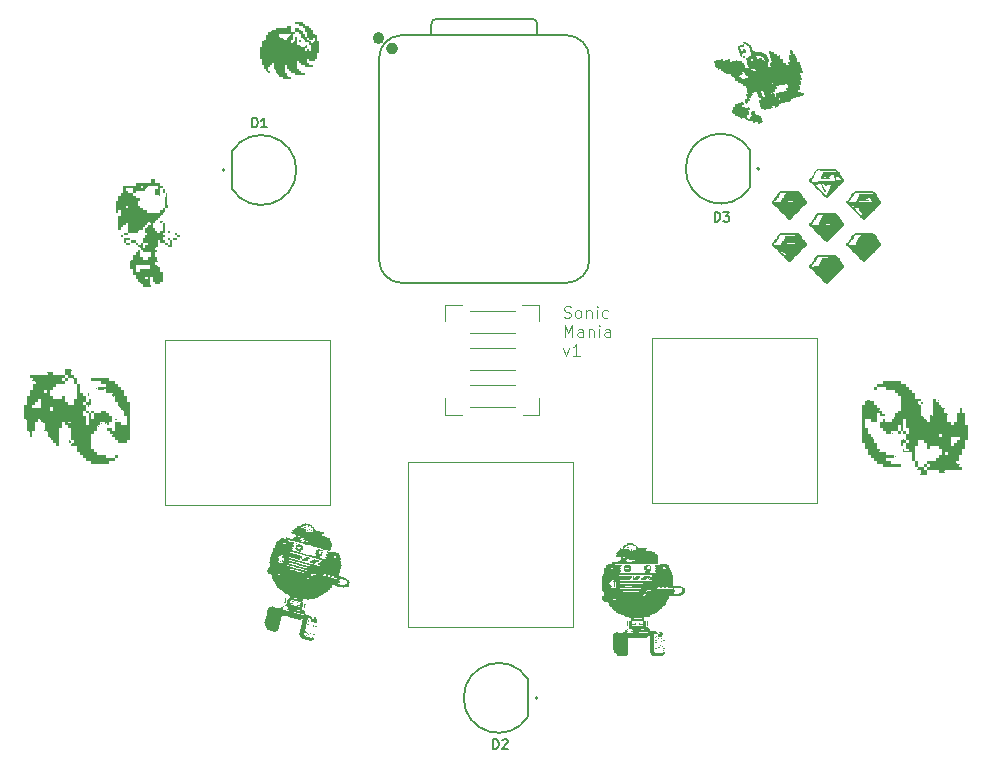
<source format=gbr>
%TF.GenerationSoftware,KiCad,Pcbnew,9.0.3-9.0.3-0~ubuntu24.04.1*%
%TF.CreationDate,2025-07-24T15:31:40-04:00*%
%TF.ProjectId,pathfinder,70617468-6669-46e6-9465-722e6b696361,rev?*%
%TF.SameCoordinates,Original*%
%TF.FileFunction,Legend,Top*%
%TF.FilePolarity,Positive*%
%FSLAX46Y46*%
G04 Gerber Fmt 4.6, Leading zero omitted, Abs format (unit mm)*
G04 Created by KiCad (PCBNEW 9.0.3-9.0.3-0~ubuntu24.04.1) date 2025-07-24 15:31:40*
%MOMM*%
%LPD*%
G01*
G04 APERTURE LIST*
%ADD10C,0.100000*%
%ADD11C,0.300000*%
%ADD12C,0.150000*%
%ADD13C,0.101600*%
%ADD14C,0.000000*%
%ADD15C,0.127000*%
%ADD16C,0.200000*%
%ADD17C,0.120000*%
%ADD18C,0.504000*%
G04 APERTURE END LIST*
D10*
X190256265Y-53104912D02*
X190399122Y-53152531D01*
X190399122Y-53152531D02*
X190637217Y-53152531D01*
X190637217Y-53152531D02*
X190732455Y-53104912D01*
X190732455Y-53104912D02*
X190780074Y-53057292D01*
X190780074Y-53057292D02*
X190827693Y-52962054D01*
X190827693Y-52962054D02*
X190827693Y-52866816D01*
X190827693Y-52866816D02*
X190780074Y-52771578D01*
X190780074Y-52771578D02*
X190732455Y-52723959D01*
X190732455Y-52723959D02*
X190637217Y-52676340D01*
X190637217Y-52676340D02*
X190446741Y-52628721D01*
X190446741Y-52628721D02*
X190351503Y-52581102D01*
X190351503Y-52581102D02*
X190303884Y-52533483D01*
X190303884Y-52533483D02*
X190256265Y-52438245D01*
X190256265Y-52438245D02*
X190256265Y-52343007D01*
X190256265Y-52343007D02*
X190303884Y-52247769D01*
X190303884Y-52247769D02*
X190351503Y-52200150D01*
X190351503Y-52200150D02*
X190446741Y-52152531D01*
X190446741Y-52152531D02*
X190684836Y-52152531D01*
X190684836Y-52152531D02*
X190827693Y-52200150D01*
X191399122Y-53152531D02*
X191303884Y-53104912D01*
X191303884Y-53104912D02*
X191256265Y-53057292D01*
X191256265Y-53057292D02*
X191208646Y-52962054D01*
X191208646Y-52962054D02*
X191208646Y-52676340D01*
X191208646Y-52676340D02*
X191256265Y-52581102D01*
X191256265Y-52581102D02*
X191303884Y-52533483D01*
X191303884Y-52533483D02*
X191399122Y-52485864D01*
X191399122Y-52485864D02*
X191541979Y-52485864D01*
X191541979Y-52485864D02*
X191637217Y-52533483D01*
X191637217Y-52533483D02*
X191684836Y-52581102D01*
X191684836Y-52581102D02*
X191732455Y-52676340D01*
X191732455Y-52676340D02*
X191732455Y-52962054D01*
X191732455Y-52962054D02*
X191684836Y-53057292D01*
X191684836Y-53057292D02*
X191637217Y-53104912D01*
X191637217Y-53104912D02*
X191541979Y-53152531D01*
X191541979Y-53152531D02*
X191399122Y-53152531D01*
X192161027Y-52485864D02*
X192161027Y-53152531D01*
X192161027Y-52581102D02*
X192208646Y-52533483D01*
X192208646Y-52533483D02*
X192303884Y-52485864D01*
X192303884Y-52485864D02*
X192446741Y-52485864D01*
X192446741Y-52485864D02*
X192541979Y-52533483D01*
X192541979Y-52533483D02*
X192589598Y-52628721D01*
X192589598Y-52628721D02*
X192589598Y-53152531D01*
X193065789Y-53152531D02*
X193065789Y-52485864D01*
X193065789Y-52152531D02*
X193018170Y-52200150D01*
X193018170Y-52200150D02*
X193065789Y-52247769D01*
X193065789Y-52247769D02*
X193113408Y-52200150D01*
X193113408Y-52200150D02*
X193065789Y-52152531D01*
X193065789Y-52152531D02*
X193065789Y-52247769D01*
X193970550Y-53104912D02*
X193875312Y-53152531D01*
X193875312Y-53152531D02*
X193684836Y-53152531D01*
X193684836Y-53152531D02*
X193589598Y-53104912D01*
X193589598Y-53104912D02*
X193541979Y-53057292D01*
X193541979Y-53057292D02*
X193494360Y-52962054D01*
X193494360Y-52962054D02*
X193494360Y-52676340D01*
X193494360Y-52676340D02*
X193541979Y-52581102D01*
X193541979Y-52581102D02*
X193589598Y-52533483D01*
X193589598Y-52533483D02*
X193684836Y-52485864D01*
X193684836Y-52485864D02*
X193875312Y-52485864D01*
X193875312Y-52485864D02*
X193970550Y-52533483D01*
X190303884Y-54762475D02*
X190303884Y-53762475D01*
X190303884Y-53762475D02*
X190637217Y-54476760D01*
X190637217Y-54476760D02*
X190970550Y-53762475D01*
X190970550Y-53762475D02*
X190970550Y-54762475D01*
X191875312Y-54762475D02*
X191875312Y-54238665D01*
X191875312Y-54238665D02*
X191827693Y-54143427D01*
X191827693Y-54143427D02*
X191732455Y-54095808D01*
X191732455Y-54095808D02*
X191541979Y-54095808D01*
X191541979Y-54095808D02*
X191446741Y-54143427D01*
X191875312Y-54714856D02*
X191780074Y-54762475D01*
X191780074Y-54762475D02*
X191541979Y-54762475D01*
X191541979Y-54762475D02*
X191446741Y-54714856D01*
X191446741Y-54714856D02*
X191399122Y-54619617D01*
X191399122Y-54619617D02*
X191399122Y-54524379D01*
X191399122Y-54524379D02*
X191446741Y-54429141D01*
X191446741Y-54429141D02*
X191541979Y-54381522D01*
X191541979Y-54381522D02*
X191780074Y-54381522D01*
X191780074Y-54381522D02*
X191875312Y-54333903D01*
X192351503Y-54095808D02*
X192351503Y-54762475D01*
X192351503Y-54191046D02*
X192399122Y-54143427D01*
X192399122Y-54143427D02*
X192494360Y-54095808D01*
X192494360Y-54095808D02*
X192637217Y-54095808D01*
X192637217Y-54095808D02*
X192732455Y-54143427D01*
X192732455Y-54143427D02*
X192780074Y-54238665D01*
X192780074Y-54238665D02*
X192780074Y-54762475D01*
X193256265Y-54762475D02*
X193256265Y-54095808D01*
X193256265Y-53762475D02*
X193208646Y-53810094D01*
X193208646Y-53810094D02*
X193256265Y-53857713D01*
X193256265Y-53857713D02*
X193303884Y-53810094D01*
X193303884Y-53810094D02*
X193256265Y-53762475D01*
X193256265Y-53762475D02*
X193256265Y-53857713D01*
X194161026Y-54762475D02*
X194161026Y-54238665D01*
X194161026Y-54238665D02*
X194113407Y-54143427D01*
X194113407Y-54143427D02*
X194018169Y-54095808D01*
X194018169Y-54095808D02*
X193827693Y-54095808D01*
X193827693Y-54095808D02*
X193732455Y-54143427D01*
X194161026Y-54714856D02*
X194065788Y-54762475D01*
X194065788Y-54762475D02*
X193827693Y-54762475D01*
X193827693Y-54762475D02*
X193732455Y-54714856D01*
X193732455Y-54714856D02*
X193684836Y-54619617D01*
X193684836Y-54619617D02*
X193684836Y-54524379D01*
X193684836Y-54524379D02*
X193732455Y-54429141D01*
X193732455Y-54429141D02*
X193827693Y-54381522D01*
X193827693Y-54381522D02*
X194065788Y-54381522D01*
X194065788Y-54381522D02*
X194161026Y-54333903D01*
X190208646Y-55705752D02*
X190446741Y-56372419D01*
X190446741Y-56372419D02*
X190684836Y-55705752D01*
X191589598Y-56372419D02*
X191018170Y-56372419D01*
X191303884Y-56372419D02*
X191303884Y-55372419D01*
X191303884Y-55372419D02*
X191208646Y-55515276D01*
X191208646Y-55515276D02*
X191113408Y-55610514D01*
X191113408Y-55610514D02*
X191018170Y-55658133D01*
X186760000Y-61380000D02*
X188160000Y-61380000D01*
X188160000Y-61380000D02*
X186760000Y-61380000D01*
X180200000Y-61380000D02*
X181600000Y-61380000D01*
X181600000Y-52030000D02*
X180200000Y-52030000D01*
X180200000Y-59980000D02*
X180200000Y-61380000D01*
X180200000Y-52030000D02*
X181600000Y-52030000D01*
X188160000Y-61380000D02*
X188160000Y-59980000D01*
X188140000Y-53430000D02*
X188140000Y-52030000D01*
X180200000Y-52030000D02*
X180200000Y-53430000D01*
X188140000Y-52030000D02*
X186740000Y-52030000D01*
X188140000Y-52030000D02*
X188140000Y-53430000D01*
X180200000Y-61380000D02*
X180200000Y-59980000D01*
D11*
X207382668Y-31529421D02*
X207414688Y-31372945D01*
X207414688Y-31372945D02*
X207359227Y-31165960D01*
X207359227Y-31165960D02*
X207234771Y-30977463D01*
X207234771Y-30977463D02*
X207059808Y-30876448D01*
X207059808Y-30876448D02*
X206903331Y-30844428D01*
X206903331Y-30844428D02*
X206608865Y-30849381D01*
X206608865Y-30849381D02*
X206401881Y-30904842D01*
X206401881Y-30904842D02*
X206144389Y-31047785D01*
X206144389Y-31047785D02*
X206024887Y-31153754D01*
X206024887Y-31153754D02*
X205923872Y-31328718D01*
X205923872Y-31328718D02*
X205910338Y-31554189D01*
X205910338Y-31554189D02*
X205947312Y-31692178D01*
X205947312Y-31692178D02*
X206071768Y-31880675D01*
X206071768Y-31880675D02*
X206159250Y-31931183D01*
X206159250Y-31931183D02*
X206642213Y-31801774D01*
X206642213Y-31801774D02*
X206568265Y-31525795D01*
X207691994Y-32407865D02*
X207347021Y-32500300D01*
X207392575Y-32118353D02*
X207347021Y-32500300D01*
X207347021Y-32500300D02*
X207577446Y-32808300D01*
X207015581Y-32367265D02*
X207347021Y-32500300D01*
X207347021Y-32500300D02*
X207126503Y-32781233D01*
X207987788Y-33511780D02*
X207642814Y-33604216D01*
X207688368Y-33222268D02*
X207642814Y-33604216D01*
X207642814Y-33604216D02*
X207873239Y-33912215D01*
X207311374Y-33471180D02*
X207642814Y-33604216D01*
X207642814Y-33604216D02*
X207422296Y-33885148D01*
X208283581Y-34615695D02*
X207938607Y-34708131D01*
X207984161Y-34326183D02*
X207938607Y-34708131D01*
X207938607Y-34708131D02*
X208169032Y-35016130D01*
X207607167Y-34575095D02*
X207938607Y-34708131D01*
X207938607Y-34708131D02*
X207718090Y-34989063D01*
D12*
X203029524Y-45002295D02*
X203029524Y-44202295D01*
X203029524Y-44202295D02*
X203220000Y-44202295D01*
X203220000Y-44202295D02*
X203334286Y-44240390D01*
X203334286Y-44240390D02*
X203410476Y-44316580D01*
X203410476Y-44316580D02*
X203448571Y-44392771D01*
X203448571Y-44392771D02*
X203486667Y-44545152D01*
X203486667Y-44545152D02*
X203486667Y-44659438D01*
X203486667Y-44659438D02*
X203448571Y-44811819D01*
X203448571Y-44811819D02*
X203410476Y-44888009D01*
X203410476Y-44888009D02*
X203334286Y-44964200D01*
X203334286Y-44964200D02*
X203220000Y-45002295D01*
X203220000Y-45002295D02*
X203029524Y-45002295D01*
X203753333Y-44202295D02*
X204248571Y-44202295D01*
X204248571Y-44202295D02*
X203981905Y-44507057D01*
X203981905Y-44507057D02*
X204096190Y-44507057D01*
X204096190Y-44507057D02*
X204172381Y-44545152D01*
X204172381Y-44545152D02*
X204210476Y-44583247D01*
X204210476Y-44583247D02*
X204248571Y-44659438D01*
X204248571Y-44659438D02*
X204248571Y-44849914D01*
X204248571Y-44849914D02*
X204210476Y-44926104D01*
X204210476Y-44926104D02*
X204172381Y-44964200D01*
X204172381Y-44964200D02*
X204096190Y-45002295D01*
X204096190Y-45002295D02*
X203867619Y-45002295D01*
X203867619Y-45002295D02*
X203791428Y-44964200D01*
X203791428Y-44964200D02*
X203753333Y-44926104D01*
X163879524Y-37032295D02*
X163879524Y-36232295D01*
X163879524Y-36232295D02*
X164070000Y-36232295D01*
X164070000Y-36232295D02*
X164184286Y-36270390D01*
X164184286Y-36270390D02*
X164260476Y-36346580D01*
X164260476Y-36346580D02*
X164298571Y-36422771D01*
X164298571Y-36422771D02*
X164336667Y-36575152D01*
X164336667Y-36575152D02*
X164336667Y-36689438D01*
X164336667Y-36689438D02*
X164298571Y-36841819D01*
X164298571Y-36841819D02*
X164260476Y-36918009D01*
X164260476Y-36918009D02*
X164184286Y-36994200D01*
X164184286Y-36994200D02*
X164070000Y-37032295D01*
X164070000Y-37032295D02*
X163879524Y-37032295D01*
X165098571Y-37032295D02*
X164641428Y-37032295D01*
X164870000Y-37032295D02*
X164870000Y-36232295D01*
X164870000Y-36232295D02*
X164793809Y-36346580D01*
X164793809Y-36346580D02*
X164717619Y-36422771D01*
X164717619Y-36422771D02*
X164641428Y-36460866D01*
X184269524Y-89642295D02*
X184269524Y-88842295D01*
X184269524Y-88842295D02*
X184460000Y-88842295D01*
X184460000Y-88842295D02*
X184574286Y-88880390D01*
X184574286Y-88880390D02*
X184650476Y-88956580D01*
X184650476Y-88956580D02*
X184688571Y-89032771D01*
X184688571Y-89032771D02*
X184726667Y-89185152D01*
X184726667Y-89185152D02*
X184726667Y-89299438D01*
X184726667Y-89299438D02*
X184688571Y-89451819D01*
X184688571Y-89451819D02*
X184650476Y-89528009D01*
X184650476Y-89528009D02*
X184574286Y-89604200D01*
X184574286Y-89604200D02*
X184460000Y-89642295D01*
X184460000Y-89642295D02*
X184269524Y-89642295D01*
X185031428Y-88918485D02*
X185069524Y-88880390D01*
X185069524Y-88880390D02*
X185145714Y-88842295D01*
X185145714Y-88842295D02*
X185336190Y-88842295D01*
X185336190Y-88842295D02*
X185412381Y-88880390D01*
X185412381Y-88880390D02*
X185450476Y-88918485D01*
X185450476Y-88918485D02*
X185488571Y-88994676D01*
X185488571Y-88994676D02*
X185488571Y-89070866D01*
X185488571Y-89070866D02*
X185450476Y-89185152D01*
X185450476Y-89185152D02*
X184993333Y-89642295D01*
X184993333Y-89642295D02*
X185488571Y-89642295D01*
D11*
D12*
D13*
D12*
D11*
D14*
%TO.C,  *%
G36*
X166220484Y-73586906D02*
G01*
X166208158Y-73594026D01*
X166201044Y-73581693D01*
X166213368Y-73574582D01*
X166220484Y-73586906D01*
G37*
G36*
X166204856Y-73645228D02*
G01*
X166192533Y-73652344D01*
X166185415Y-73640019D01*
X166197740Y-73632903D01*
X166204856Y-73645228D01*
G37*
G36*
X166233319Y-73694529D02*
G01*
X166220994Y-73701648D01*
X166213879Y-73689320D01*
X166226204Y-73682206D01*
X166233319Y-73694529D01*
G37*
G36*
X166291641Y-73710159D02*
G01*
X166279317Y-73717272D01*
X166272203Y-73704944D01*
X166284527Y-73697832D01*
X166291641Y-73710159D01*
G37*
G36*
X166337129Y-73618162D02*
G01*
X166324804Y-73625277D01*
X166317687Y-73612950D01*
X166330013Y-73605836D01*
X166337129Y-73618162D01*
G37*
G36*
X166346152Y-73662252D02*
G01*
X166333824Y-73669366D01*
X166326711Y-73657043D01*
X166339038Y-73649927D01*
X166346152Y-73662252D01*
G37*
G36*
X166355176Y-73706342D02*
G01*
X166342848Y-73713461D01*
X166335733Y-73701133D01*
X166348058Y-73694019D01*
X166355176Y-73706342D01*
G37*
G36*
X166348570Y-73808757D02*
G01*
X166336244Y-73815874D01*
X166329128Y-73803548D01*
X166341453Y-73796435D01*
X166348570Y-73808757D01*
G37*
G36*
X166950045Y-71719549D02*
G01*
X166937719Y-71726666D01*
X166930606Y-71714342D01*
X166942930Y-71707225D01*
X166950045Y-71719549D01*
G37*
G36*
X167105572Y-71761224D02*
G01*
X167093247Y-71768339D01*
X167086131Y-71756015D01*
X167098458Y-71748896D01*
X167105572Y-71761224D01*
G37*
G36*
X167186128Y-71616112D02*
G01*
X167173803Y-71623228D01*
X167166687Y-71610904D01*
X167179012Y-71603791D01*
X167186128Y-71616112D01*
G37*
G36*
X167144452Y-71771641D02*
G01*
X167132131Y-71778762D01*
X167125016Y-71766435D01*
X167137338Y-71759315D01*
X167144452Y-71771641D01*
G37*
G36*
X167230219Y-71607092D02*
G01*
X167217894Y-71614207D01*
X167210779Y-71601882D01*
X167223104Y-71594770D01*
X167230219Y-71607092D01*
G37*
G36*
X167288540Y-71622717D02*
G01*
X167276217Y-71629833D01*
X167269100Y-71617511D01*
X167281426Y-71610394D01*
X167288540Y-71622717D01*
G37*
G36*
X167484622Y-72446219D02*
G01*
X167472296Y-72453335D01*
X167465177Y-72441010D01*
X167477503Y-72433893D01*
X167484622Y-72446219D01*
G37*
G36*
X167474205Y-72485101D02*
G01*
X167461878Y-72492214D01*
X167454762Y-72479892D01*
X167467085Y-72472779D01*
X167474205Y-72485101D01*
G37*
G36*
X167463783Y-72523983D02*
G01*
X167451459Y-72531099D01*
X167444342Y-72518774D01*
X167456670Y-72511660D01*
X167463783Y-72523983D01*
G37*
G36*
X167396065Y-72776716D02*
G01*
X167383740Y-72783831D01*
X167376624Y-72771506D01*
X167388948Y-72764390D01*
X167396065Y-72776716D01*
G37*
G36*
X166083348Y-77675844D02*
G01*
X166071022Y-77682959D01*
X166063907Y-77670631D01*
X166076229Y-77663516D01*
X166083348Y-77675844D01*
G37*
G36*
X167580804Y-72242788D02*
G01*
X167568478Y-72249904D01*
X167561362Y-72237580D01*
X167573689Y-72230463D01*
X167580804Y-72242788D01*
G37*
G36*
X167512710Y-72807974D02*
G01*
X167500385Y-72815085D01*
X167493271Y-72802762D01*
X167505595Y-72795645D01*
X167512710Y-72807974D01*
G37*
G36*
X168174926Y-70880897D02*
G01*
X168162604Y-70888014D01*
X168155489Y-70875687D01*
X168167815Y-70868570D01*
X168174926Y-70880897D01*
G37*
G36*
X168164510Y-70919778D02*
G01*
X168152183Y-70926895D01*
X168145066Y-70914570D01*
X168157393Y-70907453D01*
X168164510Y-70919778D01*
G37*
G36*
X168219018Y-70871874D02*
G01*
X168206692Y-70878989D01*
X168199577Y-70866665D01*
X168211901Y-70859549D01*
X168219018Y-70871874D01*
G37*
G36*
X168208602Y-70910760D02*
G01*
X168196274Y-70917874D01*
X168189158Y-70905547D01*
X168201484Y-70898432D01*
X168208602Y-70910760D01*
G37*
G36*
X168198181Y-70949638D02*
G01*
X168185854Y-70956755D01*
X168178740Y-70944428D01*
X168191065Y-70937313D01*
X168198181Y-70949638D01*
G37*
G36*
X168420033Y-70821552D02*
G01*
X168407708Y-70828665D01*
X168400591Y-70816341D01*
X168412916Y-70809227D01*
X168420033Y-70821552D01*
G37*
G36*
X168161990Y-71940107D02*
G01*
X168149666Y-71947223D01*
X168142550Y-71934897D01*
X168154875Y-71927782D01*
X168161990Y-71940107D01*
G37*
G36*
X168165804Y-72003638D02*
G01*
X168153481Y-72010753D01*
X168146362Y-71998425D01*
X168158685Y-71991313D01*
X168165804Y-72003638D01*
G37*
G36*
X168233147Y-72063356D02*
G01*
X168220823Y-72070473D01*
X168213711Y-72058150D01*
X168226033Y-72051030D01*
X168233147Y-72063356D01*
G37*
G36*
X168591190Y-70804904D02*
G01*
X168578862Y-70812017D01*
X168571747Y-70799693D01*
X168584071Y-70792575D01*
X168591190Y-70804904D01*
G37*
G36*
X168630069Y-70815322D02*
G01*
X168617743Y-70822437D01*
X168610628Y-70810111D01*
X168622953Y-70802994D01*
X168630069Y-70815322D01*
G37*
G36*
X168206729Y-72473013D02*
G01*
X168194403Y-72480130D01*
X168187291Y-72467801D01*
X168199612Y-72460689D01*
X168206729Y-72473013D01*
G37*
G36*
X168584209Y-71219767D02*
G01*
X168571884Y-71226886D01*
X168564767Y-71214559D01*
X168577092Y-71207441D01*
X168584209Y-71219767D01*
G37*
G36*
X168265056Y-72488642D02*
G01*
X168252726Y-72495757D01*
X168245611Y-72483431D01*
X168257936Y-72476316D01*
X168265056Y-72488642D01*
G37*
G36*
X168727276Y-70841367D02*
G01*
X168714951Y-70848484D01*
X168707834Y-70836158D01*
X168720156Y-70829044D01*
X168727276Y-70841367D01*
G37*
G36*
X168663368Y-71157632D02*
G01*
X168651043Y-71164748D01*
X168643928Y-71152426D01*
X168656253Y-71145306D01*
X168663368Y-71157632D01*
G37*
G36*
X168760950Y-70871226D02*
G01*
X168748624Y-70878343D01*
X168741506Y-70866017D01*
X168753828Y-70858902D01*
X168760950Y-70871226D01*
G37*
G36*
X168315374Y-72689655D02*
G01*
X168303047Y-72696772D01*
X168295932Y-72684447D01*
X168308256Y-72677328D01*
X168315374Y-72689655D01*
G37*
G36*
X168278909Y-72825743D02*
G01*
X168266585Y-72832862D01*
X168259466Y-72820535D01*
X168271794Y-72813417D01*
X168278909Y-72825743D01*
G37*
G36*
X168247654Y-72942388D02*
G01*
X168235329Y-72949507D01*
X168228214Y-72937179D01*
X168240540Y-72930061D01*
X168247654Y-72942388D01*
G37*
G36*
X168767180Y-71081265D02*
G01*
X168754853Y-71088381D01*
X168747738Y-71076058D01*
X168760063Y-71068938D01*
X168767180Y-71081265D01*
G37*
G36*
X168355651Y-72617099D02*
G01*
X168343327Y-72624218D01*
X168336211Y-72611891D01*
X168348536Y-72604777D01*
X168355651Y-72617099D01*
G37*
G36*
X168776201Y-71125356D02*
G01*
X168763875Y-71132473D01*
X168756758Y-71120147D01*
X168769085Y-71113030D01*
X168776201Y-71125356D01*
G37*
G36*
X168765783Y-71164236D02*
G01*
X168753456Y-71171356D01*
X168746341Y-71159027D01*
X168758667Y-71151913D01*
X168765783Y-71164236D01*
G37*
G36*
X167135304Y-77249266D02*
G01*
X167122980Y-77256379D01*
X167115866Y-77244058D01*
X167128188Y-77236939D01*
X167135304Y-77249266D01*
G37*
G36*
X168826899Y-71013919D02*
G01*
X168814572Y-71021036D01*
X168807457Y-71008711D01*
X168819781Y-71001593D01*
X168826899Y-71013919D01*
G37*
G36*
X167165164Y-77215590D02*
G01*
X167152840Y-77222706D01*
X167145723Y-77210381D01*
X167158048Y-77203268D01*
X167165164Y-77215590D01*
G37*
G36*
X168835922Y-71058008D02*
G01*
X168823596Y-71065124D01*
X168816479Y-71052800D01*
X168828804Y-71045684D01*
X168835922Y-71058008D01*
G37*
G36*
X167174187Y-77259682D02*
G01*
X167161862Y-77266797D01*
X167154746Y-77254473D01*
X167167071Y-77247356D01*
X167174187Y-77259682D01*
G37*
G36*
X168865779Y-71024336D02*
G01*
X168853456Y-71031454D01*
X168846338Y-71019127D01*
X168858663Y-71012011D01*
X168865779Y-71024336D01*
G37*
G36*
X168874798Y-71068426D02*
G01*
X168862477Y-71075544D01*
X168855359Y-71063219D01*
X168867686Y-71056102D01*
X168874798Y-71068426D01*
G37*
G36*
X167223487Y-77231218D02*
G01*
X167211162Y-77238335D01*
X167204045Y-77226010D01*
X167216371Y-77218893D01*
X167223487Y-77231218D01*
G37*
G36*
X167207860Y-77289541D02*
G01*
X167195536Y-77296659D01*
X167188418Y-77284331D01*
X167200740Y-77277218D01*
X167207860Y-77289541D01*
G37*
G36*
X168922708Y-71122938D02*
G01*
X168910381Y-71130052D01*
X168903263Y-71117724D01*
X168915589Y-71110613D01*
X168922708Y-71122938D01*
G37*
G36*
X167692862Y-77190292D02*
G01*
X167680537Y-77197408D01*
X167673424Y-77185083D01*
X167685746Y-77177967D01*
X167692862Y-77190292D01*
G37*
G36*
X167748392Y-77371866D02*
G01*
X167736067Y-77378983D01*
X167728950Y-77366656D01*
X167741277Y-77359538D01*
X167748392Y-77371866D01*
G37*
G36*
X167737977Y-77410748D02*
G01*
X167725651Y-77417862D01*
X167718538Y-77405539D01*
X167730857Y-77398423D01*
X167737977Y-77410748D01*
G37*
G36*
X167776857Y-77421167D02*
G01*
X167764535Y-77428283D01*
X167757416Y-77415956D01*
X167769738Y-77408840D01*
X167776857Y-77421167D01*
G37*
G36*
X167806714Y-77387496D02*
G01*
X167794391Y-77394609D01*
X167787278Y-77382286D01*
X167799604Y-77375168D01*
X167806714Y-77387496D01*
G37*
G36*
X167815738Y-77431585D02*
G01*
X167803415Y-77438698D01*
X167796298Y-77426375D01*
X167808623Y-77419260D01*
X167815738Y-77431585D01*
G37*
G36*
X169089199Y-72834492D02*
G01*
X169076877Y-72841608D01*
X169069759Y-72829282D01*
X169082084Y-72822168D01*
X169089199Y-72834492D01*
G37*
G36*
X168886042Y-73592692D02*
G01*
X168873717Y-73599804D01*
X168866600Y-73587480D01*
X168878925Y-73580362D01*
X168886042Y-73592692D01*
G37*
G36*
X169030506Y-73131316D02*
G01*
X169018177Y-73138429D01*
X169011062Y-73126106D01*
X169023387Y-73118989D01*
X169030506Y-73131316D01*
G37*
G36*
X169237105Y-72749103D02*
G01*
X169224776Y-72756217D01*
X169217658Y-72743891D01*
X169229983Y-72736774D01*
X169237105Y-72749103D01*
G37*
G36*
X169101662Y-73254566D02*
G01*
X169089337Y-73261682D01*
X169082221Y-73249357D01*
X169094546Y-73242241D01*
X169101662Y-73254566D01*
G37*
G36*
X169159983Y-73270193D02*
G01*
X169147661Y-73277311D01*
X169140544Y-73264985D01*
X169152873Y-73257868D01*
X169159983Y-73270193D01*
G37*
G36*
X169913720Y-72867886D02*
G01*
X169901397Y-72875006D01*
X169894284Y-72862680D01*
X169906606Y-72855566D01*
X169913720Y-72867886D01*
G37*
G36*
X169942833Y-73459120D02*
G01*
X169930509Y-73466233D01*
X169923393Y-73453914D01*
X169935717Y-73446795D01*
X169942833Y-73459120D01*
G37*
G36*
X168546395Y-78981755D02*
G01*
X168534070Y-78988874D01*
X168526956Y-78976543D01*
X168539279Y-78969429D01*
X168546395Y-78981755D01*
G37*
G36*
X168369283Y-79642748D02*
G01*
X168356959Y-79649865D01*
X168349842Y-79637538D01*
X168362166Y-79630423D01*
X168369283Y-79642748D01*
G37*
G36*
X168504348Y-79449732D02*
G01*
X168492024Y-79456851D01*
X168484905Y-79444523D01*
X168497229Y-79437409D01*
X168504348Y-79449732D01*
G37*
G36*
X168534209Y-79416062D02*
G01*
X168521878Y-79423176D01*
X168514769Y-79410852D01*
X168527091Y-79403735D01*
X168534209Y-79416062D01*
G37*
G36*
X168574483Y-79343509D02*
G01*
X168562157Y-79350621D01*
X168555043Y-79338299D01*
X168567372Y-79331180D01*
X168574483Y-79343509D01*
G37*
G36*
X168543229Y-79460149D02*
G01*
X168530904Y-79467265D01*
X168523789Y-79454940D01*
X168536114Y-79447826D01*
X168543229Y-79460149D01*
G37*
G36*
X168628995Y-79295601D02*
G01*
X168616669Y-79302718D01*
X168609553Y-79290392D01*
X168621880Y-79283277D01*
X168628995Y-79295601D01*
G37*
G36*
X168602947Y-79392805D02*
G01*
X168590621Y-79399923D01*
X168583509Y-79387598D01*
X168595832Y-79380481D01*
X168602947Y-79392805D01*
G37*
G36*
X168587322Y-79451131D02*
G01*
X168574995Y-79458245D01*
X168567882Y-79445921D01*
X168580206Y-79438802D01*
X168587322Y-79451131D01*
G37*
G36*
X168550857Y-79587215D02*
G01*
X168538531Y-79594332D01*
X168531419Y-79582007D01*
X168543744Y-79574890D01*
X168550857Y-79587215D01*
G37*
G36*
X168476532Y-79942363D02*
G01*
X168464206Y-79949479D01*
X168457091Y-79937156D01*
X168469415Y-79930036D01*
X168476532Y-79942363D01*
G37*
G36*
X168460906Y-80000689D02*
G01*
X168448580Y-80007803D01*
X168441464Y-79995475D01*
X168453789Y-79988362D01*
X168460906Y-80000689D01*
G37*
G36*
X168683503Y-79247697D02*
G01*
X168671178Y-79254811D01*
X168664066Y-79242487D01*
X168676388Y-79235372D01*
X168683503Y-79247697D01*
G37*
G36*
X168673087Y-79286581D02*
G01*
X168660760Y-79293691D01*
X168653644Y-79281367D01*
X168665971Y-79274255D01*
X168673087Y-79286581D01*
G37*
G36*
X168657457Y-79344902D02*
G01*
X168645129Y-79352020D01*
X168638017Y-79339693D01*
X168650344Y-79332576D01*
X168657457Y-79344902D01*
G37*
G36*
X168647039Y-79383783D02*
G01*
X168634714Y-79390900D01*
X168627599Y-79378574D01*
X168639925Y-79371459D01*
X168647039Y-79383783D01*
G37*
G36*
X168620993Y-79480987D02*
G01*
X168608668Y-79488105D01*
X168601553Y-79475779D01*
X168613880Y-79468667D01*
X168620993Y-79480987D01*
G37*
G36*
X168610575Y-79519871D02*
G01*
X168598250Y-79526986D01*
X168591135Y-79514662D01*
X168603455Y-79507548D01*
X168610575Y-79519871D01*
G37*
G36*
X168600157Y-79558750D02*
G01*
X168587832Y-79565865D01*
X168580716Y-79553544D01*
X168593038Y-79546426D01*
X168600157Y-79558750D01*
G37*
G36*
X168506389Y-79908691D02*
G01*
X168494064Y-79915806D01*
X168486950Y-79903483D01*
X168499276Y-79896363D01*
X168506389Y-79908691D01*
G37*
G36*
X168650853Y-79447316D02*
G01*
X168638531Y-79454435D01*
X168631413Y-79442106D01*
X168643739Y-79434992D01*
X168650853Y-79447316D01*
G37*
G36*
X168515414Y-79952781D02*
G01*
X168503090Y-79959896D01*
X168495972Y-79947572D01*
X168508299Y-79940459D01*
X168515414Y-79952781D01*
G37*
G36*
X168732804Y-79219233D02*
G01*
X168720481Y-79226350D01*
X168713365Y-79214022D01*
X168725689Y-79206908D01*
X168732804Y-79219233D01*
G37*
G36*
X168711967Y-79296994D02*
G01*
X168699643Y-79304111D01*
X168692526Y-79291790D01*
X168704852Y-79284672D01*
X168711967Y-79296994D01*
G37*
G36*
X168701550Y-79335878D02*
G01*
X168689224Y-79342996D01*
X168682108Y-79330671D01*
X168694433Y-79323555D01*
X168701550Y-79335878D01*
G37*
G36*
X168649460Y-79530290D02*
G01*
X168637131Y-79537407D01*
X168630015Y-79525080D01*
X168642345Y-79517964D01*
X168649460Y-79530290D01*
G37*
G36*
X168633829Y-79588609D02*
G01*
X168621505Y-79595728D01*
X168614388Y-79583402D01*
X168626714Y-79576287D01*
X168633829Y-79588609D01*
G37*
G36*
X168623411Y-79627494D02*
G01*
X168611087Y-79634610D01*
X168603971Y-79622284D01*
X168616294Y-79615172D01*
X168623411Y-79627494D01*
G37*
G36*
X168555692Y-79880227D02*
G01*
X168543367Y-79887342D01*
X168536250Y-79875017D01*
X168548576Y-79867902D01*
X168555692Y-79880227D01*
G37*
G36*
X168524436Y-79996873D02*
G01*
X168512110Y-80003987D01*
X168504998Y-79991663D01*
X168517321Y-79984547D01*
X168524436Y-79996873D01*
G37*
G36*
X170648393Y-72147925D02*
G01*
X170636067Y-72155043D01*
X170628951Y-72142718D01*
X170641274Y-72135603D01*
X170648393Y-72147925D01*
G37*
G36*
X168705363Y-79399411D02*
G01*
X168693038Y-79406528D01*
X168685919Y-79394203D01*
X168698248Y-79387087D01*
X168705363Y-79399411D01*
G37*
G36*
X168564714Y-79924318D02*
G01*
X168552387Y-79931435D01*
X168545273Y-79919109D01*
X168557597Y-79911992D01*
X168564714Y-79924318D01*
G37*
G36*
X168776895Y-79210210D02*
G01*
X168764571Y-79217328D01*
X168757454Y-79205002D01*
X168769780Y-79197882D01*
X168776895Y-79210210D01*
G37*
G36*
X168766474Y-79249091D02*
G01*
X168754148Y-79256208D01*
X168747036Y-79243883D01*
X168759360Y-79236769D01*
X168766474Y-79249091D01*
G37*
G36*
X168750848Y-79307414D02*
G01*
X168738525Y-79314528D01*
X168731410Y-79302208D01*
X168743733Y-79295090D01*
X168750848Y-79307414D01*
G37*
G36*
X168703966Y-79482385D02*
G01*
X168691639Y-79489502D01*
X168684527Y-79477174D01*
X168696851Y-79470058D01*
X168703966Y-79482385D01*
G37*
G36*
X168677920Y-79579590D02*
G01*
X168665594Y-79586702D01*
X168658477Y-79574380D01*
X168670804Y-79567263D01*
X168677920Y-79579590D01*
G37*
G36*
X168667502Y-79618471D02*
G01*
X168655178Y-79625585D01*
X168648061Y-79613263D01*
X168660386Y-79606147D01*
X168667502Y-79618471D01*
G37*
G36*
X168599782Y-79871205D02*
G01*
X168587457Y-79878320D01*
X168580342Y-79865995D01*
X168592668Y-79858878D01*
X168599782Y-79871205D01*
G37*
G36*
X168573736Y-79968410D02*
G01*
X168561409Y-79975527D01*
X168554299Y-79963199D01*
X168566618Y-79956081D01*
X168573736Y-79968410D01*
G37*
G36*
X168563319Y-80007290D02*
G01*
X168550993Y-80014407D01*
X168543877Y-80002081D01*
X168556203Y-79994965D01*
X168563319Y-80007290D01*
G37*
G36*
X168806754Y-79176534D02*
G01*
X168794428Y-79183655D01*
X168787314Y-79171331D01*
X168799638Y-79164211D01*
X168806754Y-79176534D01*
G37*
G36*
X168754662Y-79370948D02*
G01*
X168742337Y-79378061D01*
X168735221Y-79365740D01*
X168747550Y-79358623D01*
X168754662Y-79370948D01*
G37*
G36*
X168739038Y-79429272D02*
G01*
X168726710Y-79436387D01*
X168719593Y-79424059D01*
X168731923Y-79416946D01*
X168739038Y-79429272D01*
G37*
G36*
X168707778Y-79545917D02*
G01*
X168695455Y-79553032D01*
X168688336Y-79540706D01*
X168700664Y-79533592D01*
X168707778Y-79545917D01*
G37*
G36*
X168676525Y-79662563D02*
G01*
X168664197Y-79669676D01*
X168657083Y-79657355D01*
X168669409Y-79650237D01*
X168676525Y-79662563D01*
G37*
G36*
X168666105Y-79701442D02*
G01*
X168653780Y-79708562D01*
X168646663Y-79696234D01*
X168658991Y-79689120D01*
X168666105Y-79701442D01*
G37*
G36*
X168800151Y-79278950D02*
G01*
X168787825Y-79286068D01*
X168780709Y-79273742D01*
X168793038Y-79266626D01*
X168800151Y-79278950D01*
G37*
G36*
X168742848Y-79492803D02*
G01*
X168730528Y-79499918D01*
X168723407Y-79487594D01*
X168735735Y-79480477D01*
X168742848Y-79492803D01*
G37*
G36*
X168675131Y-79745537D02*
G01*
X168662804Y-79752655D01*
X168655691Y-79740329D01*
X168668013Y-79733208D01*
X168675131Y-79745537D01*
G37*
G36*
X168643874Y-79862181D02*
G01*
X168631550Y-79869298D01*
X168624433Y-79856972D01*
X168636759Y-79849856D01*
X168643874Y-79862181D01*
G37*
G36*
X168633456Y-79901064D02*
G01*
X168621131Y-79908179D01*
X168614014Y-79895854D01*
X168626340Y-79888736D01*
X168633456Y-79901064D01*
G37*
G36*
X168876891Y-79070312D02*
G01*
X168864566Y-79077426D01*
X168857450Y-79065100D01*
X168869774Y-79057988D01*
X168876891Y-79070312D01*
G37*
G36*
X168856055Y-79148075D02*
G01*
X168843730Y-79155192D01*
X168836614Y-79142866D01*
X168848939Y-79135751D01*
X168856055Y-79148075D01*
G37*
G36*
X168835218Y-79225839D02*
G01*
X168822893Y-79232954D01*
X168815780Y-79220633D01*
X168828101Y-79213513D01*
X168835218Y-79225839D01*
G37*
G36*
X168803963Y-79342484D02*
G01*
X168791636Y-79349603D01*
X168784522Y-79337276D01*
X168796848Y-79330163D01*
X168803963Y-79342484D01*
G37*
G36*
X168783130Y-79420250D02*
G01*
X168770801Y-79427364D01*
X168763684Y-79415038D01*
X168776007Y-79407920D01*
X168783130Y-79420250D01*
G37*
G36*
X168746662Y-79556334D02*
G01*
X168734339Y-79563451D01*
X168727221Y-79551126D01*
X168739543Y-79544013D01*
X168746662Y-79556334D01*
G37*
G36*
X168725825Y-79634098D02*
G01*
X168713499Y-79641217D01*
X168706385Y-79628892D01*
X168718710Y-79621775D01*
X168725825Y-79634098D01*
G37*
G36*
X168710194Y-79692423D02*
G01*
X168697872Y-79699538D01*
X168690753Y-79687210D01*
X168703081Y-79680098D01*
X168710194Y-79692423D01*
G37*
G36*
X168684152Y-79789624D02*
G01*
X168671827Y-79796744D01*
X168664711Y-79784416D01*
X168677039Y-79777303D01*
X168684152Y-79789624D01*
G37*
G36*
X168637268Y-79964598D02*
G01*
X168624943Y-79971713D01*
X168617828Y-79959386D01*
X168630151Y-79952273D01*
X168637268Y-79964598D01*
G37*
G36*
X168621641Y-80022919D02*
G01*
X168609316Y-80030034D01*
X168602201Y-80017712D01*
X168614523Y-80010592D01*
X168621641Y-80022919D01*
G37*
G36*
X168865080Y-79192169D02*
G01*
X168852752Y-79199281D01*
X168845637Y-79186954D01*
X168857962Y-79179839D01*
X168865080Y-79192169D01*
G37*
G36*
X168786941Y-79483782D02*
G01*
X168774616Y-79490895D01*
X168767498Y-79478567D01*
X168779824Y-79471455D01*
X168786941Y-79483782D01*
G37*
G36*
X168719220Y-79736513D02*
G01*
X168706894Y-79743628D01*
X168699779Y-79731303D01*
X168712104Y-79724188D01*
X168719220Y-79736513D01*
G37*
G36*
X168693172Y-79833719D02*
G01*
X168680846Y-79840836D01*
X168673733Y-79828509D01*
X168686057Y-79821391D01*
X168693172Y-79833719D01*
G37*
G36*
X168894937Y-79158496D02*
G01*
X168882612Y-79165608D01*
X168875496Y-79153284D01*
X168887822Y-79146171D01*
X168894937Y-79158496D01*
G37*
G36*
X168868891Y-79255697D02*
G01*
X168856566Y-79262814D01*
X168849450Y-79250488D01*
X168861775Y-79243371D01*
X168868891Y-79255697D01*
G37*
G36*
X168848054Y-79333462D02*
G01*
X168835730Y-79340574D01*
X168828613Y-79328253D01*
X168840938Y-79321136D01*
X168848054Y-79333462D01*
G37*
G36*
X168780336Y-79586194D02*
G01*
X168768013Y-79593312D01*
X168760897Y-79580985D01*
X168773217Y-79573870D01*
X168780336Y-79586194D01*
G37*
G36*
X168754289Y-79683399D02*
G01*
X168741964Y-79690515D01*
X168734850Y-79678193D01*
X168747173Y-79671074D01*
X168754289Y-79683399D01*
G37*
G36*
X168702198Y-79877809D02*
G01*
X168689872Y-79884925D01*
X168682755Y-79872601D01*
X168695079Y-79865483D01*
X168702198Y-79877809D01*
G37*
G36*
X168686569Y-79936132D02*
G01*
X168674244Y-79943248D01*
X168667128Y-79930923D01*
X168679453Y-79923806D01*
X168686569Y-79936132D01*
G37*
G36*
X168851867Y-79396996D02*
G01*
X168839541Y-79404110D01*
X168832426Y-79391785D01*
X168844755Y-79384668D01*
X168851867Y-79396996D01*
G37*
G36*
X168815406Y-79533077D02*
G01*
X168803078Y-79540197D01*
X168795959Y-79527870D01*
X168808287Y-79520756D01*
X168815406Y-79533077D01*
G37*
G36*
X168784147Y-79649726D02*
G01*
X168771823Y-79656842D01*
X168764708Y-79644520D01*
X168777032Y-79637401D01*
X168784147Y-79649726D01*
G37*
G36*
X168752893Y-79766373D02*
G01*
X168740568Y-79773489D01*
X168733452Y-79761165D01*
X168745778Y-79754044D01*
X168752893Y-79766373D01*
G37*
G36*
X168690381Y-79999665D02*
G01*
X168678059Y-80006783D01*
X168670943Y-79994454D01*
X168683267Y-79987340D01*
X168690381Y-79999665D01*
G37*
G36*
X168674753Y-80057986D02*
G01*
X168662431Y-80065104D01*
X168655313Y-80052781D01*
X168667639Y-80045662D01*
X168674753Y-80057986D01*
G37*
G36*
X168923399Y-79207790D02*
G01*
X168911078Y-79214909D01*
X168903961Y-79202585D01*
X168916285Y-79195468D01*
X168923399Y-79207790D01*
G37*
G36*
X168902564Y-79285557D02*
G01*
X168890242Y-79292674D01*
X168883122Y-79280347D01*
X168895448Y-79273232D01*
X168902564Y-79285557D01*
G37*
G36*
X168860890Y-79441084D02*
G01*
X168848565Y-79448198D01*
X168841449Y-79435875D01*
X168853778Y-79428761D01*
X168860890Y-79441084D01*
G37*
G36*
X168782752Y-79732699D02*
G01*
X168770430Y-79739815D01*
X168763314Y-79727489D01*
X168775635Y-79720373D01*
X168782752Y-79732699D01*
G37*
G36*
X168751498Y-79849345D02*
G01*
X168739173Y-79856461D01*
X168732057Y-79844137D01*
X168744380Y-79837023D01*
X168751498Y-79849345D01*
G37*
G36*
X168730659Y-79927109D02*
G01*
X168718336Y-79934225D01*
X168711219Y-79921900D01*
X168723542Y-79914785D01*
X168730659Y-79927109D01*
G37*
G36*
X168953260Y-79174121D02*
G01*
X168940935Y-79181236D01*
X168933819Y-79168912D01*
X168946143Y-79161793D01*
X168953260Y-79174121D01*
G37*
G36*
X168901168Y-79368530D02*
G01*
X168888843Y-79375649D01*
X168881729Y-79363320D01*
X168894052Y-79356204D01*
X168901168Y-79368530D01*
G37*
G36*
X168869913Y-79485176D02*
G01*
X168857588Y-79492292D01*
X168850472Y-79479967D01*
X168862796Y-79472851D01*
X168869913Y-79485176D01*
G37*
G36*
X168859498Y-79524060D02*
G01*
X168847171Y-79531172D01*
X168840053Y-79518849D01*
X168852379Y-79511732D01*
X168859498Y-79524060D01*
G37*
G36*
X168843868Y-79582382D02*
G01*
X168831541Y-79589499D01*
X168824426Y-79577173D01*
X168836748Y-79570058D01*
X168843868Y-79582382D01*
G37*
G36*
X168828239Y-79640702D02*
G01*
X168815914Y-79647818D01*
X168808798Y-79635494D01*
X168821124Y-79628378D01*
X168828239Y-79640702D01*
G37*
G36*
X168781359Y-79815671D02*
G01*
X168769032Y-79822788D01*
X168761913Y-79810465D01*
X168774241Y-79803347D01*
X168781359Y-79815671D01*
G37*
G36*
X168734477Y-79990643D02*
G01*
X168722148Y-79997759D01*
X168715033Y-79985433D01*
X168727358Y-79978316D01*
X168734477Y-79990643D01*
G37*
G36*
X168962284Y-79218212D02*
G01*
X168949956Y-79225328D01*
X168942841Y-79213006D01*
X168955168Y-79205889D01*
X168962284Y-79218212D01*
G37*
G36*
X168946655Y-79276534D02*
G01*
X168934329Y-79283654D01*
X168927214Y-79271327D01*
X168939539Y-79264209D01*
X168946655Y-79276534D01*
G37*
G36*
X168904983Y-79432067D02*
G01*
X168892659Y-79439179D01*
X168885544Y-79426856D01*
X168897864Y-79419738D01*
X168904983Y-79432067D01*
G37*
G36*
X168832055Y-79704236D02*
G01*
X168819727Y-79711352D01*
X168812615Y-79699026D01*
X168824936Y-79691910D01*
X168832055Y-79704236D01*
G37*
G36*
X168733078Y-80073615D02*
G01*
X168720753Y-80080729D01*
X168713637Y-80068406D01*
X168725961Y-80061291D01*
X168733078Y-80073615D01*
G37*
G36*
X168950469Y-79340068D02*
G01*
X168938144Y-79347184D01*
X168931027Y-79334858D01*
X168943353Y-79327740D01*
X168950469Y-79340068D01*
G37*
G36*
X168872330Y-79631682D02*
G01*
X168860003Y-79638797D01*
X168852887Y-79626472D01*
X168865214Y-79619355D01*
X168872330Y-79631682D01*
G37*
G36*
X168835866Y-79767766D02*
G01*
X168823544Y-79774885D01*
X168816425Y-79762559D01*
X168828751Y-79755446D01*
X168835866Y-79767766D01*
G37*
G36*
X168820238Y-79826092D02*
G01*
X168807913Y-79833207D01*
X168800799Y-79820882D01*
X168813123Y-79813765D01*
X168820238Y-79826092D01*
G37*
G36*
X168804611Y-79884417D02*
G01*
X168792285Y-79891529D01*
X168785171Y-79879206D01*
X168797497Y-79872088D01*
X168804611Y-79884417D01*
G37*
G36*
X168783773Y-79962176D02*
G01*
X168771450Y-79969296D01*
X168764333Y-79956969D01*
X168776658Y-79949852D01*
X168783773Y-79962176D01*
G37*
G36*
X169032420Y-79111984D02*
G01*
X169020094Y-79119103D01*
X169012979Y-79106776D01*
X169025304Y-79099659D01*
X169032420Y-79111984D01*
G37*
G36*
X169011584Y-79189746D02*
G01*
X168999258Y-79196864D01*
X168992141Y-79184541D01*
X169004470Y-79177424D01*
X169011584Y-79189746D01*
G37*
G36*
X168980328Y-79306394D02*
G01*
X168968001Y-79313508D01*
X168960890Y-79301186D01*
X168973211Y-79294068D01*
X168980328Y-79306394D01*
G37*
G36*
X168949072Y-79423040D02*
G01*
X168936744Y-79430157D01*
X168929631Y-79417831D01*
X168941954Y-79410713D01*
X168949072Y-79423040D01*
G37*
G36*
X168928236Y-79500804D02*
G01*
X168915911Y-79507919D01*
X168908795Y-79495595D01*
X168921120Y-79488479D01*
X168928236Y-79500804D01*
G37*
G36*
X168912608Y-79559125D02*
G01*
X168900283Y-79566243D01*
X168893163Y-79553920D01*
X168905494Y-79546802D01*
X168912608Y-79559125D01*
G37*
G36*
X168787587Y-80025710D02*
G01*
X168775262Y-80032827D01*
X168768146Y-80020501D01*
X168780469Y-80013384D01*
X168787587Y-80025710D01*
G37*
G36*
X169020605Y-79233840D02*
G01*
X169008278Y-79240957D01*
X169001166Y-79228629D01*
X169013491Y-79221515D01*
X169020605Y-79233840D01*
G37*
G36*
X168984142Y-79369927D02*
G01*
X168971817Y-79377042D01*
X168964703Y-79364715D01*
X168977024Y-79357601D01*
X168984142Y-79369927D01*
G37*
G36*
X168895586Y-79700424D02*
G01*
X168883258Y-79707538D01*
X168876144Y-79695214D01*
X168888468Y-79688097D01*
X168895586Y-79700424D01*
G37*
G36*
X168879957Y-79758745D02*
G01*
X168867631Y-79765862D01*
X168860516Y-79753535D01*
X168872841Y-79746421D01*
X168879957Y-79758745D01*
G37*
G36*
X168833073Y-79933716D02*
G01*
X168820751Y-79940830D01*
X168813634Y-79928504D01*
X168825960Y-79921387D01*
X168833073Y-79933716D01*
G37*
G36*
X168796610Y-80069800D02*
G01*
X168784284Y-80076917D01*
X168777169Y-80064592D01*
X168789494Y-80057476D01*
X168796610Y-80069800D01*
G37*
G36*
X169050464Y-79200167D02*
G01*
X169038140Y-79207284D01*
X169031024Y-79194958D01*
X169043349Y-79187841D01*
X169050464Y-79200167D01*
G37*
G36*
X168977534Y-79472341D02*
G01*
X168965211Y-79479453D01*
X168958094Y-79467128D01*
X168970420Y-79460016D01*
X168977534Y-79472341D01*
G37*
G36*
X168946281Y-79588986D02*
G01*
X168933953Y-79596103D01*
X168926841Y-79583777D01*
X168939168Y-79576659D01*
X168946281Y-79588986D01*
G37*
G36*
X168935863Y-79627868D02*
G01*
X168923537Y-79634984D01*
X168916422Y-79622659D01*
X168928747Y-79615543D01*
X168935863Y-79627868D01*
G37*
G36*
X168888981Y-79802841D02*
G01*
X168876655Y-79809953D01*
X168869541Y-79797629D01*
X168881863Y-79790514D01*
X168888981Y-79802841D01*
G37*
G36*
X168878562Y-79841719D02*
G01*
X168866238Y-79848833D01*
X168859121Y-79836512D01*
X168871444Y-79829394D01*
X168878562Y-79841719D01*
G37*
G36*
X168862935Y-79900041D02*
G01*
X168850608Y-79907157D01*
X168843493Y-79894833D01*
X168855818Y-79887716D01*
X168862935Y-79900041D01*
G37*
G36*
X168836888Y-79997247D02*
G01*
X168824562Y-80004362D01*
X168817448Y-79992039D01*
X168829772Y-79984924D01*
X168836888Y-79997247D01*
G37*
G36*
X169049067Y-79283142D02*
G01*
X169036742Y-79290254D01*
X169029628Y-79277931D01*
X169041956Y-79270814D01*
X169049067Y-79283142D01*
G37*
G36*
X169028232Y-79360905D02*
G01*
X169015907Y-79368019D01*
X169008792Y-79355696D01*
X169021115Y-79348575D01*
X169028232Y-79360905D01*
G37*
G36*
X169007396Y-79438669D02*
G01*
X168995070Y-79445783D01*
X168987955Y-79433458D01*
X169000279Y-79426343D01*
X169007396Y-79438669D01*
G37*
G36*
X168944885Y-79671958D02*
G01*
X168932560Y-79679075D01*
X168925447Y-79666753D01*
X168937769Y-79659634D01*
X168944885Y-79671958D01*
G37*
G36*
X168924048Y-79749724D02*
G01*
X168911727Y-79756837D01*
X168904608Y-79744511D01*
X168916931Y-79737399D01*
X168924048Y-79749724D01*
G37*
G36*
X168866747Y-79963575D02*
G01*
X168854422Y-79970689D01*
X168847307Y-79958366D01*
X168859631Y-79951249D01*
X168866747Y-79963575D01*
G37*
G36*
X169058091Y-79327233D02*
G01*
X169045765Y-79334346D01*
X169038651Y-79322020D01*
X169050974Y-79314904D01*
X169058091Y-79327233D01*
G37*
G36*
X169011209Y-79502197D02*
G01*
X168998880Y-79509316D01*
X168991767Y-79496992D01*
X169004095Y-79489873D01*
X169011209Y-79502197D01*
G37*
G36*
X168995583Y-79560522D02*
G01*
X168983254Y-79567641D01*
X168976142Y-79555313D01*
X168988463Y-79548199D01*
X168995583Y-79560522D01*
G37*
G36*
X168985162Y-79599402D02*
G01*
X168972839Y-79606519D01*
X168965720Y-79594197D01*
X168978047Y-79587078D01*
X168985162Y-79599402D01*
G37*
G36*
X168953906Y-79716050D02*
G01*
X168941583Y-79723170D01*
X168934466Y-79710841D01*
X168946794Y-79703724D01*
X168953906Y-79716050D01*
G37*
G36*
X168933071Y-79793814D02*
G01*
X168920746Y-79800930D01*
X168913632Y-79788604D01*
X168925958Y-79781490D01*
X168933071Y-79793814D01*
G37*
G36*
X168865353Y-80046547D02*
G01*
X168853026Y-80053663D01*
X168845912Y-80041337D01*
X168858235Y-80034222D01*
X168865353Y-80046547D01*
G37*
G36*
X168849723Y-80104870D02*
G01*
X168837395Y-80111986D01*
X168830283Y-80099660D01*
X168842608Y-80092545D01*
X168849723Y-80104870D01*
G37*
G36*
X169061903Y-79390759D02*
G01*
X169049582Y-79397880D01*
X169042462Y-79385553D01*
X169054789Y-79378438D01*
X169061903Y-79390759D01*
G37*
G36*
X169051486Y-79429645D02*
G01*
X169039165Y-79436760D01*
X169032046Y-79424436D01*
X169044371Y-79417320D01*
X169051486Y-79429645D01*
G37*
G36*
X168988976Y-79662937D02*
G01*
X168976653Y-79670052D01*
X168969532Y-79657727D01*
X168981859Y-79650609D01*
X168988976Y-79662937D01*
G37*
G36*
X169091766Y-79357089D02*
G01*
X169079437Y-79364207D01*
X169072324Y-79351880D01*
X169084648Y-79344765D01*
X169091766Y-79357089D01*
G37*
G36*
X169039673Y-79551499D02*
G01*
X169027344Y-79558617D01*
X169020234Y-79546292D01*
X169032556Y-79539174D01*
X169039673Y-79551499D01*
G37*
G36*
X168997999Y-79707028D02*
G01*
X168985673Y-79714143D01*
X168978558Y-79701818D01*
X168990879Y-79694702D01*
X168997999Y-79707028D01*
G37*
G36*
X168919858Y-79998644D02*
G01*
X168907535Y-80005758D01*
X168900418Y-79993431D01*
X168912746Y-79986317D01*
X168919858Y-79998644D01*
G37*
G36*
X168899024Y-80076406D02*
G01*
X168886699Y-80083522D01*
X168879586Y-80071199D01*
X168891905Y-80064082D01*
X168899024Y-80076406D01*
G37*
G36*
X169173716Y-79129008D02*
G01*
X169161391Y-79136124D01*
X169154275Y-79123796D01*
X169166598Y-79116679D01*
X169173716Y-79129008D01*
G37*
G36*
X169095577Y-79420622D02*
G01*
X169083250Y-79427740D01*
X169076138Y-79415413D01*
X169088462Y-79408296D01*
X169095577Y-79420622D01*
G37*
G36*
X169079949Y-79478950D02*
G01*
X169067623Y-79486061D01*
X169060506Y-79473735D01*
X169072834Y-79466622D01*
X169079949Y-79478950D01*
G37*
G36*
X169048698Y-79595593D02*
G01*
X169036369Y-79602704D01*
X169029254Y-79590381D01*
X169041579Y-79583266D01*
X169048698Y-79595593D01*
G37*
G36*
X169033066Y-79653910D02*
G01*
X169020743Y-79661031D01*
X169013626Y-79648704D01*
X169025951Y-79641588D01*
X169033066Y-79653910D01*
G37*
G36*
X168928884Y-80042733D02*
G01*
X168916558Y-80049850D01*
X168909443Y-80037524D01*
X168921767Y-80030408D01*
X168928884Y-80042733D01*
G37*
G36*
X168908047Y-80120498D02*
G01*
X168895721Y-80127613D01*
X168888606Y-80115289D01*
X168900930Y-80108171D01*
X168908047Y-80120498D01*
G37*
G36*
X169119854Y-79718839D02*
G01*
X169107528Y-79725956D01*
X169100413Y-79713632D01*
X169112740Y-79706518D01*
X169119854Y-79718839D01*
G37*
G36*
X171667400Y-75421464D02*
G01*
X171655072Y-75428581D01*
X171647956Y-75416254D01*
X171660282Y-75409139D01*
X171667400Y-75421464D01*
G37*
G36*
X171584051Y-75732519D02*
G01*
X171571727Y-75739633D01*
X171564611Y-75727310D01*
X171576932Y-75720192D01*
X171584051Y-75732519D01*
G37*
G36*
X171617726Y-75762380D02*
G01*
X171605400Y-75769496D01*
X171598281Y-75757169D01*
X171610608Y-75750054D01*
X171617726Y-75762380D01*
G37*
G36*
X171794458Y-75413837D02*
G01*
X171782138Y-75420952D01*
X171775017Y-75408630D01*
X171787346Y-75401513D01*
X171794458Y-75413837D01*
G37*
G36*
X171784043Y-75452719D02*
G01*
X171771717Y-75459836D01*
X171764600Y-75447511D01*
X171776927Y-75440394D01*
X171784043Y-75452719D01*
G37*
G36*
X171790274Y-75662756D02*
G01*
X171777949Y-75669869D01*
X171770836Y-75657546D01*
X171783158Y-75650432D01*
X171790274Y-75662756D01*
G37*
G36*
X166253754Y-73592348D02*
G01*
X166249897Y-73616043D01*
X166246806Y-73618267D01*
X166235964Y-73612505D01*
X166237316Y-73601837D01*
X166248721Y-73587739D01*
X166253754Y-73592348D01*
G37*
G36*
X166292636Y-73602766D02*
G01*
X166288780Y-73626461D01*
X166285691Y-73628685D01*
X166274849Y-73622926D01*
X166276200Y-73612254D01*
X166287600Y-73598157D01*
X166292636Y-73602766D01*
G37*
G36*
X167000527Y-71727111D02*
G01*
X167002758Y-71730202D01*
X166996990Y-71741043D01*
X166986321Y-71739686D01*
X166972225Y-71728288D01*
X166976834Y-71723255D01*
X167000527Y-71727111D01*
G37*
G36*
X167058852Y-71742738D02*
G01*
X167061078Y-71745828D01*
X167055314Y-71756673D01*
X167044645Y-71755318D01*
X167030550Y-71743917D01*
X167035156Y-71738884D01*
X167058852Y-71742738D01*
G37*
G36*
X167194943Y-71779203D02*
G01*
X167197167Y-71782293D01*
X167191400Y-71793135D01*
X167180732Y-71791781D01*
X167166635Y-71780380D01*
X167171244Y-71775347D01*
X167194943Y-71779203D01*
G37*
G36*
X168453304Y-70826994D02*
G01*
X168449445Y-70850687D01*
X168446355Y-70852915D01*
X168435515Y-70847149D01*
X168436868Y-70836481D01*
X168448269Y-70822385D01*
X168453304Y-70826994D01*
G37*
G36*
X168056658Y-72929411D02*
G01*
X168052802Y-72953105D01*
X168049710Y-72955332D01*
X168038866Y-72949570D01*
X168040220Y-72938899D01*
X168051625Y-72924805D01*
X168056658Y-72929411D01*
G37*
G36*
X168361854Y-72490269D02*
G01*
X168357998Y-72513964D01*
X168354909Y-72516187D01*
X168344068Y-72510425D01*
X168345421Y-72499757D01*
X168356818Y-72485662D01*
X168361854Y-72490269D01*
G37*
G36*
X168226414Y-72995733D02*
G01*
X168222559Y-73019430D01*
X168219469Y-73021658D01*
X168208627Y-73015890D01*
X168209982Y-73005222D01*
X168221386Y-72991129D01*
X168226414Y-72995733D01*
G37*
G36*
X169859473Y-71555505D02*
G01*
X169861700Y-71558595D01*
X169855936Y-71569441D01*
X169845268Y-71568086D01*
X169831172Y-71556685D01*
X169835780Y-71551653D01*
X169859473Y-71555505D01*
G37*
G36*
X169004598Y-74912863D02*
G01*
X169000747Y-74936556D01*
X168997658Y-74938788D01*
X168986814Y-74933020D01*
X168988168Y-74922352D01*
X168999569Y-74908257D01*
X169004598Y-74912863D01*
G37*
G36*
X169937239Y-71576345D02*
G01*
X169939466Y-71579432D01*
X169933700Y-71590276D01*
X169923034Y-71588923D01*
X169908933Y-71577523D01*
X169913544Y-71572489D01*
X169937239Y-71576345D01*
G37*
G36*
X170097564Y-72910851D02*
G01*
X170103410Y-72916545D01*
X170095240Y-72923829D01*
X170075159Y-72919921D01*
X170055685Y-72909614D01*
X170066559Y-72905027D01*
X170097564Y-72910851D01*
G37*
G36*
X168393157Y-79916550D02*
G01*
X168389303Y-79940245D01*
X168386212Y-79942472D01*
X168375368Y-79936705D01*
X168376723Y-79926038D01*
X168388123Y-79911943D01*
X168393157Y-79916550D01*
G37*
G36*
X168432038Y-79926968D02*
G01*
X168428181Y-79950663D01*
X168425092Y-79952889D01*
X168414248Y-79947123D01*
X168415604Y-79936456D01*
X168427005Y-79922360D01*
X168432038Y-79926968D01*
G37*
G36*
X168556311Y-80085285D02*
G01*
X168552455Y-80108983D01*
X168549366Y-80111208D01*
X168538520Y-80105440D01*
X168539874Y-80094777D01*
X168551278Y-80080680D01*
X168556311Y-80085285D01*
G37*
G36*
X168792634Y-80137756D02*
G01*
X168786812Y-80168765D01*
X168781116Y-80174609D01*
X168773831Y-80166444D01*
X168777741Y-80146357D01*
X168788047Y-80126884D01*
X168792634Y-80137756D01*
G37*
G36*
X169027273Y-80104807D02*
G01*
X169029498Y-80107894D01*
X169023734Y-80118737D01*
X169013065Y-80117383D01*
X168998969Y-80105981D01*
X169003578Y-80100949D01*
X169027273Y-80104807D01*
G37*
G36*
X171815918Y-75541133D02*
G01*
X171812062Y-75564830D01*
X171808972Y-75567058D01*
X171798129Y-75561290D01*
X171799483Y-75550622D01*
X171810884Y-75536529D01*
X171815918Y-75541133D01*
G37*
G36*
X171800290Y-75599460D02*
G01*
X171796434Y-75623152D01*
X171793343Y-75625376D01*
X171782502Y-75619615D01*
X171783856Y-75608945D01*
X171795257Y-75594848D01*
X171800290Y-75599460D01*
G37*
G36*
X166159653Y-73568618D02*
G01*
X166175283Y-73593782D01*
X166167983Y-73603890D01*
X166165216Y-73603352D01*
X166152471Y-73585138D01*
X166148782Y-73574893D01*
X166150057Y-73560975D01*
X166159653Y-73568618D01*
G37*
G36*
X167536474Y-72218598D02*
G01*
X167535215Y-72231485D01*
X167523892Y-72256764D01*
X167512693Y-72242266D01*
X167510627Y-72235838D01*
X167518173Y-72211594D01*
X167523541Y-72208962D01*
X167536474Y-72218598D01*
G37*
G36*
X168109740Y-71866885D02*
G01*
X168128548Y-71892107D01*
X168125265Y-71912890D01*
X168108352Y-71915316D01*
X168091095Y-71894156D01*
X168087729Y-71879595D01*
X168093877Y-71860104D01*
X168109740Y-71866885D01*
G37*
G36*
X168671654Y-70803637D02*
G01*
X168687521Y-70827257D01*
X168688085Y-70832096D01*
X168676716Y-70837616D01*
X168662307Y-70814561D01*
X168660784Y-70809914D01*
X168662057Y-70795995D01*
X168671654Y-70803637D01*
G37*
G36*
X168619037Y-71133444D02*
G01*
X168617777Y-71146332D01*
X168606461Y-71171613D01*
X168595257Y-71157109D01*
X168593188Y-71150688D01*
X168600735Y-71126440D01*
X168606108Y-71123809D01*
X168619037Y-71133444D01*
G37*
G36*
X168792342Y-70934150D02*
G01*
X168785355Y-70954488D01*
X168760529Y-70987182D01*
X168746537Y-70986442D01*
X168749460Y-70952978D01*
X168766752Y-70921159D01*
X168782753Y-70915268D01*
X168792342Y-70934150D01*
G37*
G36*
X168998405Y-73187584D02*
G01*
X169000251Y-73212239D01*
X168996151Y-73217316D01*
X168975645Y-73230018D01*
X168975226Y-73208467D01*
X168977035Y-73201253D01*
X168990839Y-73184054D01*
X168998405Y-73187584D01*
G37*
G36*
X169955307Y-72856206D02*
G01*
X169970932Y-72881374D01*
X169963635Y-72891478D01*
X169960867Y-72890941D01*
X169948124Y-72872727D01*
X169944437Y-72862482D01*
X169945712Y-72848563D01*
X169955307Y-72856206D01*
G37*
G36*
X170013627Y-72871834D02*
G01*
X170029258Y-72897003D01*
X170021959Y-72907107D01*
X170019189Y-72906568D01*
X170006447Y-72888354D01*
X170002759Y-72878110D01*
X170004033Y-72864192D01*
X170013627Y-72871834D01*
G37*
G36*
X168341811Y-79887978D02*
G01*
X168347252Y-79905655D01*
X168339867Y-79936399D01*
X168319825Y-79945092D01*
X168302987Y-79925641D01*
X168310577Y-79894398D01*
X168319637Y-79886688D01*
X168341811Y-79887978D01*
G37*
G36*
X168695889Y-78875402D02*
G01*
X168688197Y-78895384D01*
X168673273Y-78906705D01*
X168653636Y-78914608D01*
X168662934Y-78896224D01*
X168665306Y-78892906D01*
X168687086Y-78873227D01*
X168695889Y-78875402D01*
G37*
G36*
X168606276Y-80081523D02*
G01*
X168611252Y-80107825D01*
X168606729Y-80114129D01*
X168583342Y-80126336D01*
X168579422Y-80104243D01*
X168581674Y-80094327D01*
X168596598Y-80076864D01*
X168606276Y-80081523D01*
G37*
G36*
X169045540Y-79051000D02*
G01*
X169061405Y-79074621D01*
X169061974Y-79079462D01*
X169050604Y-79084979D01*
X169036195Y-79061928D01*
X169034670Y-79057275D01*
X169035944Y-79043359D01*
X169045540Y-79051000D01*
G37*
G36*
X169201070Y-79092673D02*
G01*
X169216933Y-79116294D01*
X169217499Y-79121133D01*
X169206131Y-79126653D01*
X169191721Y-79103599D01*
X169190198Y-79098950D01*
X169191472Y-79085032D01*
X169201070Y-79092673D01*
G37*
G36*
X169227384Y-79020721D02*
G01*
X169229226Y-79045377D01*
X169225126Y-79050458D01*
X169204621Y-79063159D01*
X169204204Y-79041607D01*
X169206011Y-79034394D01*
X169219813Y-79017196D01*
X169227384Y-79020721D01*
G37*
G36*
X170380589Y-74968816D02*
G01*
X170386122Y-74993063D01*
X170363295Y-75015651D01*
X170347094Y-75015596D01*
X170327447Y-74998218D01*
X170330194Y-74986326D01*
X170356423Y-74965837D01*
X170380589Y-74968816D01*
G37*
G36*
X170711092Y-75057370D02*
G01*
X170716618Y-75081622D01*
X170693792Y-75104203D01*
X170677589Y-75104153D01*
X170657946Y-75086772D01*
X170660687Y-75074879D01*
X170686921Y-75054393D01*
X170711092Y-75057370D01*
G37*
G36*
X171292341Y-75386983D02*
G01*
X171284869Y-75401227D01*
X171261850Y-75424392D01*
X171252933Y-75417088D01*
X171254828Y-75405912D01*
X171276013Y-75383336D01*
X171282131Y-75380891D01*
X171292341Y-75386983D01*
G37*
G36*
X166276386Y-73767089D02*
G01*
X166306286Y-73781974D01*
X166311173Y-73792783D01*
X166291530Y-73800832D01*
X166268200Y-73797641D01*
X166238303Y-73782758D01*
X166233413Y-73771948D01*
X166253057Y-73763899D01*
X166276386Y-73767089D01*
G37*
G36*
X167424372Y-71581135D02*
G01*
X167423725Y-71584783D01*
X167402640Y-71607769D01*
X167399942Y-71608749D01*
X167387335Y-71598997D01*
X167388643Y-71586114D01*
X167404438Y-71563185D01*
X167412431Y-71562149D01*
X167424372Y-71581135D01*
G37*
G36*
X167487867Y-71595962D02*
G01*
X167490882Y-71602229D01*
X167482132Y-71627129D01*
X167475866Y-71630138D01*
X167450965Y-71621387D01*
X167447952Y-71615119D01*
X167456707Y-71590225D01*
X167462971Y-71587207D01*
X167487867Y-71595962D01*
G37*
G36*
X167666436Y-72245147D02*
G01*
X167689387Y-72253917D01*
X167689433Y-72262562D01*
X167658775Y-72270458D01*
X167632134Y-72266958D01*
X167604992Y-72255457D01*
X167604260Y-72248417D01*
X167632451Y-72242385D01*
X167666436Y-72245147D01*
G37*
G36*
X168194655Y-72021786D02*
G01*
X168192617Y-72034700D01*
X168187151Y-72040615D01*
X168163860Y-72054269D01*
X168160205Y-72054233D01*
X168162245Y-72041317D01*
X168167711Y-72035403D01*
X168191002Y-72021743D01*
X168194655Y-72021786D01*
G37*
G36*
X168551281Y-70773903D02*
G01*
X168536647Y-70785079D01*
X168500172Y-70807700D01*
X168487543Y-70804176D01*
X168488137Y-70800677D01*
X168505770Y-70788005D01*
X168531274Y-70775769D01*
X168558807Y-70765129D01*
X168551281Y-70773903D01*
G37*
G36*
X168732496Y-71103223D02*
G01*
X168730461Y-71116139D01*
X168724992Y-71122055D01*
X168701701Y-71135709D01*
X168698049Y-71135669D01*
X168700087Y-71122755D01*
X168705549Y-71116842D01*
X168728845Y-71103185D01*
X168732496Y-71103223D01*
G37*
G36*
X168833812Y-71116482D02*
G01*
X168847255Y-71127589D01*
X168830969Y-71143504D01*
X168804573Y-71160246D01*
X168798406Y-71162560D01*
X168798844Y-71145875D01*
X168801255Y-71135542D01*
X168822772Y-71115948D01*
X168833812Y-71116482D01*
G37*
G36*
X168931579Y-71054961D02*
G01*
X168930985Y-71066118D01*
X168922131Y-71089252D01*
X168919940Y-71090938D01*
X168909334Y-71074576D01*
X168901272Y-71058156D01*
X168896176Y-71033874D01*
X168912318Y-71033332D01*
X168931579Y-71054961D01*
G37*
G36*
X168311495Y-73398019D02*
G01*
X168311241Y-73404958D01*
X168289686Y-73428636D01*
X168283373Y-73431207D01*
X168265665Y-73425508D01*
X168265920Y-73418569D01*
X168287471Y-73394889D01*
X168293788Y-73392319D01*
X168311495Y-73398019D01*
G37*
G36*
X168596906Y-73734002D02*
G01*
X168619894Y-73755089D01*
X168620872Y-73757787D01*
X168611119Y-73770393D01*
X168598237Y-73769086D01*
X168575304Y-73753289D01*
X168574271Y-73745298D01*
X168593261Y-73733355D01*
X168596906Y-73734002D01*
G37*
G36*
X168693965Y-73735268D02*
G01*
X168687944Y-73769582D01*
X168667970Y-73806810D01*
X168651932Y-73806720D01*
X168645525Y-73769357D01*
X168645526Y-73769211D01*
X168658416Y-73734272D01*
X168675254Y-73725853D01*
X168693965Y-73735268D01*
G37*
G36*
X169125665Y-72698407D02*
G01*
X169139530Y-72720844D01*
X169139589Y-72724202D01*
X169122310Y-72728523D01*
X169117850Y-72727566D01*
X169103160Y-72707612D01*
X169103926Y-72701768D01*
X169118949Y-72693347D01*
X169125665Y-72698407D01*
G37*
G36*
X169732544Y-73387639D02*
G01*
X169731587Y-73392096D01*
X169711633Y-73406788D01*
X169705789Y-73406021D01*
X169697374Y-73391002D01*
X169702426Y-73384285D01*
X169724863Y-73370419D01*
X169728223Y-73370361D01*
X169732544Y-73387639D01*
G37*
G36*
X170410655Y-71761252D02*
G01*
X170408615Y-71774167D01*
X170403149Y-71780080D01*
X170379857Y-71793738D01*
X170376203Y-71793696D01*
X170378243Y-71780784D01*
X170383708Y-71774871D01*
X170407001Y-71761213D01*
X170410655Y-71761252D01*
G37*
G36*
X168491889Y-79312975D02*
G01*
X168491955Y-79316580D01*
X168483454Y-79359689D01*
X168475607Y-79374709D01*
X168469054Y-79373645D01*
X168474600Y-79342513D01*
X168475861Y-79337918D01*
X168486743Y-79308516D01*
X168491889Y-79312975D01*
G37*
G36*
X168457721Y-79468493D02*
G01*
X168447833Y-79531671D01*
X168431427Y-79559765D01*
X168415364Y-79561327D01*
X168413392Y-79542408D01*
X168424832Y-79499178D01*
X168432757Y-79477435D01*
X168464100Y-79397276D01*
X168457721Y-79468493D01*
G37*
G36*
X168526331Y-79217810D02*
G01*
X168526908Y-79219601D01*
X168532488Y-79261867D01*
X168512551Y-79273912D01*
X168501843Y-79271950D01*
X168486628Y-79252601D01*
X168495961Y-79226938D01*
X168514458Y-79203978D01*
X168526331Y-79217810D01*
G37*
G36*
X168577334Y-79250506D02*
G01*
X168593354Y-79269924D01*
X168592715Y-79275461D01*
X168581012Y-79292622D01*
X168578936Y-79292604D01*
X168565988Y-79274537D01*
X168563557Y-79267649D01*
X168569898Y-79250146D01*
X168577334Y-79250506D01*
G37*
G36*
X168516475Y-79532856D02*
G01*
X168529912Y-79543963D01*
X168513627Y-79559873D01*
X168487232Y-79576626D01*
X168481069Y-79578935D01*
X168481505Y-79562250D01*
X168483912Y-79551916D01*
X168505434Y-79532324D01*
X168516475Y-79532856D01*
G37*
G36*
X168772003Y-79089943D02*
G01*
X168777557Y-79097127D01*
X168785501Y-79134041D01*
X168779188Y-79149840D01*
X168759921Y-79171039D01*
X168752864Y-79159382D01*
X168754105Y-79120577D01*
X168759803Y-79087269D01*
X168772003Y-79089943D01*
G37*
G36*
X168619987Y-79759042D02*
G01*
X168612532Y-79783116D01*
X168589829Y-79820959D01*
X168575876Y-79828912D01*
X168576073Y-79804793D01*
X168577957Y-79797130D01*
X168596004Y-79760975D01*
X168610413Y-79749705D01*
X168619987Y-79759042D01*
G37*
G36*
X168872484Y-79006616D02*
G01*
X168854242Y-79035974D01*
X168840614Y-79050172D01*
X168821041Y-79061601D01*
X168819166Y-79054844D01*
X168837405Y-79025485D01*
X168851033Y-79011289D01*
X168870609Y-78999855D01*
X168872484Y-79006616D01*
G37*
G36*
X170541313Y-72897488D02*
G01*
X170560512Y-72918523D01*
X170560937Y-72921673D01*
X170546675Y-72934278D01*
X170531848Y-72932806D01*
X170510963Y-72917655D01*
X170512223Y-72908622D01*
X170538214Y-72896901D01*
X170541313Y-72897488D01*
G37*
G36*
X168933671Y-79056842D02*
G01*
X168933074Y-79068002D01*
X168924219Y-79091135D01*
X168922031Y-79092826D01*
X168911424Y-79076458D01*
X168903363Y-79060039D01*
X168898265Y-79035755D01*
X168914407Y-79035216D01*
X168933671Y-79056842D01*
G37*
G36*
X170029414Y-74885679D02*
G01*
X170048152Y-74906918D01*
X170049251Y-74913393D01*
X170035117Y-74928603D01*
X170018213Y-74927472D01*
X169996664Y-74911128D01*
X169998380Y-74899762D01*
X170023833Y-74885053D01*
X170029414Y-74885679D01*
G37*
G36*
X169001522Y-79044426D02*
G01*
X168997208Y-79058363D01*
X168977129Y-79089721D01*
X168969310Y-79096378D01*
X168962300Y-79089966D01*
X168966613Y-79076027D01*
X168986693Y-79044669D01*
X168994510Y-79038009D01*
X169001522Y-79044426D01*
G37*
G36*
X169114945Y-79078561D02*
G01*
X169110536Y-79098189D01*
X169091761Y-79125043D01*
X169077038Y-79127412D01*
X169065557Y-79113704D01*
X169081718Y-79090465D01*
X169106818Y-79066366D01*
X169115211Y-79061243D01*
X169114945Y-79078561D01*
G37*
G36*
X168941230Y-79862417D02*
G01*
X168934325Y-79917378D01*
X168921495Y-79936057D01*
X168906204Y-79945699D01*
X168905992Y-79924518D01*
X168914192Y-79890184D01*
X168927341Y-79846522D01*
X168935328Y-79838841D01*
X168941230Y-79862417D01*
G37*
G36*
X168845274Y-80155769D02*
G01*
X168875200Y-80176485D01*
X168880094Y-80185936D01*
X168870041Y-80199647D01*
X168846871Y-80197871D01*
X168816787Y-80181306D01*
X168812050Y-80167704D01*
X168832388Y-80154468D01*
X168845274Y-80155769D01*
G37*
G36*
X169202567Y-79147157D02*
G01*
X169200529Y-79160070D01*
X169195062Y-79165983D01*
X169171771Y-79179641D01*
X169168119Y-79179599D01*
X169170160Y-79166684D01*
X169175622Y-79160774D01*
X169198915Y-79147116D01*
X169202567Y-79147157D01*
G37*
G36*
X171533541Y-75687731D02*
G01*
X171548451Y-75707586D01*
X171547772Y-75712379D01*
X171527920Y-75727292D01*
X171523121Y-75726614D01*
X171508211Y-75706760D01*
X171508891Y-75701962D01*
X171528743Y-75687050D01*
X171533541Y-75687731D01*
G37*
G36*
X171745628Y-75424040D02*
G01*
X171747603Y-75433192D01*
X171727369Y-75445675D01*
X171713395Y-75444208D01*
X171688572Y-75433097D01*
X171686283Y-75428755D01*
X171704842Y-75420291D01*
X171720489Y-75417735D01*
X171745628Y-75424040D01*
G37*
G36*
X166522356Y-77553850D02*
G01*
X166557198Y-77571793D01*
X166560127Y-77606464D01*
X166557932Y-77615476D01*
X166535858Y-77651636D01*
X166504674Y-77651208D01*
X166477286Y-77620955D01*
X166465075Y-77577110D01*
X166484306Y-77553030D01*
X166522356Y-77553850D01*
G37*
G36*
X168778089Y-71021526D02*
G01*
X168758797Y-71037344D01*
X168726133Y-71063720D01*
X168712185Y-71075210D01*
X168708661Y-71067417D01*
X168709954Y-71061538D01*
X168730985Y-71038138D01*
X168756565Y-71023670D01*
X168783742Y-71013195D01*
X168778089Y-71021526D01*
G37*
G36*
X168580668Y-79662688D02*
G01*
X168577888Y-79698988D01*
X168569991Y-79724201D01*
X168565474Y-79726571D01*
X168554701Y-79718475D01*
X168555827Y-79692292D01*
X168563142Y-79658841D01*
X168571971Y-79636315D01*
X168575998Y-79635502D01*
X168580668Y-79662688D01*
G37*
G36*
X168073478Y-71994001D02*
G01*
X168103898Y-72009539D01*
X168098443Y-72026798D01*
X168089363Y-72034489D01*
X168062492Y-72056102D01*
X168055612Y-72062321D01*
X168044671Y-72051513D01*
X168035618Y-72037169D01*
X168022578Y-71999265D01*
X168040783Y-71986613D01*
X168073478Y-71994001D01*
G37*
G36*
X168939206Y-73557011D02*
G01*
X168942287Y-73557746D01*
X168995841Y-73573370D01*
X169012248Y-73585195D01*
X168990253Y-73592189D01*
X168985026Y-73592653D01*
X168948481Y-73584380D01*
X168913651Y-73567414D01*
X168889705Y-73551117D01*
X168896992Y-73548064D01*
X168939206Y-73557011D01*
G37*
G36*
X168795641Y-78725203D02*
G01*
X168782786Y-78767013D01*
X168781218Y-78771445D01*
X168757378Y-78827816D01*
X168739610Y-78848119D01*
X168729713Y-78831318D01*
X168728316Y-78801989D01*
X168743168Y-78745992D01*
X168767607Y-78723741D01*
X168791252Y-78713132D01*
X168795641Y-78725203D01*
G37*
G36*
X169014577Y-79749674D02*
G01*
X169028957Y-79771202D01*
X169026839Y-79801575D01*
X169014274Y-79836963D01*
X169005000Y-79845289D01*
X169003196Y-79833441D01*
X169004549Y-79807757D01*
X169000227Y-79775904D01*
X168997943Y-79767784D01*
X169004642Y-79749320D01*
X169014577Y-79749674D01*
G37*
G36*
X166187579Y-73688746D02*
G01*
X166196492Y-73725247D01*
X166198591Y-73765802D01*
X166182065Y-73780603D01*
X166176209Y-73781506D01*
X166149569Y-73781694D01*
X166146232Y-73779933D01*
X166149450Y-73750015D01*
X166159250Y-73709721D01*
X166170567Y-73677324D01*
X166176920Y-73669163D01*
X166187579Y-73688746D01*
G37*
G36*
X166836428Y-77722796D02*
G01*
X166835725Y-77723835D01*
X166826867Y-77763089D01*
X166832148Y-77780178D01*
X166840357Y-77802506D01*
X166836886Y-77804823D01*
X166820279Y-77786361D01*
X166808809Y-77765160D01*
X166801547Y-77731935D01*
X166823615Y-77711831D01*
X166844885Y-77704191D01*
X166836428Y-77722796D01*
G37*
G36*
X168038744Y-73491061D02*
G01*
X168042581Y-73516244D01*
X168036055Y-73558958D01*
X168023353Y-73603111D01*
X168008656Y-73632600D01*
X168000947Y-73636663D01*
X167989425Y-73616840D01*
X167980513Y-73581445D01*
X167982483Y-73537200D01*
X167998793Y-73500896D01*
X168021923Y-73484204D01*
X168038744Y-73491061D01*
G37*
G36*
X169376842Y-73856743D02*
G01*
X169377475Y-73874602D01*
X169369031Y-73919004D01*
X169349910Y-73948215D01*
X169335041Y-73951826D01*
X169316279Y-73932371D01*
X169306160Y-73914987D01*
X169301821Y-73885505D01*
X169329667Y-73862096D01*
X169333910Y-73859876D01*
X169366555Y-73846090D01*
X169376842Y-73856743D01*
G37*
G36*
X168624956Y-78838796D02*
G01*
X168624349Y-78846364D01*
X168633618Y-78861288D01*
X168646733Y-78860013D01*
X168659155Y-78860587D01*
X168639456Y-78877666D01*
X168606846Y-78898817D01*
X168594087Y-78893346D01*
X168590133Y-78869120D01*
X168598723Y-78837893D01*
X168608499Y-78831138D01*
X168624956Y-78838796D01*
G37*
G36*
X168790024Y-78890304D02*
G01*
X168782438Y-78929236D01*
X168774372Y-78956950D01*
X168752692Y-79017541D01*
X168737476Y-79046887D01*
X168731507Y-79043375D01*
X168737565Y-79005404D01*
X168745851Y-78973416D01*
X168763814Y-78919478D01*
X168780772Y-78884511D01*
X168785817Y-78879128D01*
X168790024Y-78890304D01*
G37*
G36*
X168188473Y-73371558D02*
G01*
X168190140Y-73413803D01*
X168183722Y-73460046D01*
X168170616Y-73492908D01*
X168165469Y-73497633D01*
X168139706Y-73497516D01*
X168135305Y-73492588D01*
X168132653Y-73463106D01*
X168141014Y-73419142D01*
X168155628Y-73376778D01*
X168171739Y-73352084D01*
X168177318Y-73350695D01*
X168188473Y-73371558D01*
G37*
G36*
X168661396Y-78724610D02*
G01*
X168652485Y-78763622D01*
X168643922Y-78777160D01*
X168625157Y-78799180D01*
X168617837Y-78785936D01*
X168616506Y-78775023D01*
X168623520Y-78747191D01*
X168636502Y-78745119D01*
X168647249Y-78740293D01*
X168636158Y-78724509D01*
X168625397Y-78704900D01*
X168635282Y-78703757D01*
X168661396Y-78724610D01*
G37*
G36*
X168874486Y-73635441D02*
G01*
X168874222Y-73636802D01*
X168851487Y-73659829D01*
X168807499Y-73680197D01*
X168760992Y-73690545D01*
X168740932Y-73689247D01*
X168721473Y-73670066D01*
X168721738Y-73661531D01*
X168739288Y-73651285D01*
X168749306Y-73655850D01*
X168781103Y-73658404D01*
X168825638Y-73643146D01*
X168861281Y-73629856D01*
X168874486Y-73635441D01*
G37*
G36*
X168903361Y-71153919D02*
G01*
X168905753Y-71174716D01*
X168890250Y-71189334D01*
X168863323Y-71192373D01*
X168856934Y-71181495D01*
X168860548Y-71170842D01*
X168868195Y-71170842D01*
X168875312Y-71183168D01*
X168887636Y-71176050D01*
X168880521Y-71163729D01*
X168868195Y-71170842D01*
X168860548Y-71170842D01*
X168861186Y-71168963D01*
X168865709Y-71155625D01*
X168874546Y-71151056D01*
X168903361Y-71153919D01*
G37*
G36*
X168437681Y-79709885D02*
G01*
X168484374Y-79730327D01*
X168501038Y-79752826D01*
X168496105Y-79791299D01*
X168493355Y-79801818D01*
X168478601Y-79844459D01*
X168459169Y-79855151D01*
X168427890Y-79843810D01*
X168381453Y-79831090D01*
X168351658Y-79834008D01*
X168335977Y-79832155D01*
X168336148Y-79801297D01*
X168344109Y-79764794D01*
X168364665Y-79682666D01*
X168437681Y-79709885D01*
G37*
G36*
X169326803Y-78847059D02*
G01*
X169344447Y-78857430D01*
X169326840Y-78875931D01*
X169324408Y-78877671D01*
X169306051Y-78898318D01*
X169312394Y-78905708D01*
X169320150Y-78924312D01*
X169311811Y-78947222D01*
X169288091Y-78977599D01*
X169275128Y-78972011D01*
X169275652Y-78933948D01*
X169280885Y-78907682D01*
X169298393Y-78859439D01*
X169321515Y-78846103D01*
X169326803Y-78847059D01*
G37*
G36*
X169134566Y-79891555D02*
G01*
X169148733Y-79908043D01*
X169141646Y-79948498D01*
X169139103Y-79958066D01*
X169122368Y-80002793D01*
X169103856Y-80012030D01*
X169096932Y-80008273D01*
X169060117Y-80000988D01*
X169047524Y-80005459D01*
X169024053Y-80004418D01*
X169014164Y-79979264D01*
X169012759Y-79921542D01*
X169039114Y-79891923D01*
X169090588Y-79886388D01*
X169134566Y-79891555D01*
G37*
G36*
X168700966Y-80107435D02*
G01*
X168704880Y-80112761D01*
X168730756Y-80136541D01*
X168743583Y-80138757D01*
X168748102Y-80140850D01*
X168745108Y-80143358D01*
X168711650Y-80151307D01*
X168671386Y-80143426D01*
X168647115Y-80124344D01*
X168646785Y-80123369D01*
X168653187Y-80113913D01*
X168670085Y-80123027D01*
X168691710Y-80133025D01*
X168690770Y-80112699D01*
X168687383Y-80093063D01*
X168700966Y-80107435D01*
G37*
G36*
X169123933Y-79191176D02*
G01*
X169121826Y-79229553D01*
X169121785Y-79229768D01*
X169105700Y-79273582D01*
X169084696Y-79294535D01*
X169070596Y-79293587D01*
X169080099Y-79281927D01*
X169088181Y-79251790D01*
X169079665Y-79237234D01*
X169067402Y-79218910D01*
X169082949Y-79219604D01*
X169102322Y-79213612D01*
X169102144Y-79205035D01*
X169109056Y-79180970D01*
X169114136Y-79178435D01*
X169123933Y-79191176D01*
G37*
G36*
X169278097Y-79225478D02*
G01*
X169314826Y-79231839D01*
X169325447Y-79251087D01*
X169316578Y-79295712D01*
X169316150Y-79297312D01*
X169299828Y-79341581D01*
X169281697Y-79351123D01*
X169273046Y-79346555D01*
X169244452Y-79340573D01*
X169235410Y-79347452D01*
X169217473Y-79348272D01*
X169198542Y-79324493D01*
X169181738Y-79272232D01*
X169200027Y-79238212D01*
X169251509Y-79224792D01*
X169278097Y-79225478D01*
G37*
G36*
X168558272Y-71114971D02*
G01*
X168548139Y-71140436D01*
X168537098Y-71168435D01*
X168553640Y-71171357D01*
X168557729Y-71170254D01*
X168575864Y-71167600D01*
X168562733Y-71181767D01*
X168550876Y-71191209D01*
X168519908Y-71215867D01*
X168508564Y-71225638D01*
X168510036Y-71211441D01*
X168518383Y-71170914D01*
X168520585Y-71161140D01*
X168535206Y-71116861D01*
X168550890Y-71096890D01*
X168553310Y-71096883D01*
X168558272Y-71114971D01*
G37*
G36*
X168589015Y-79039461D02*
G01*
X168613073Y-79048251D01*
X168661198Y-79068630D01*
X168678723Y-79088602D01*
X168673328Y-79120211D01*
X168668077Y-79134588D01*
X168648160Y-79173159D01*
X168619478Y-79183324D01*
X168580988Y-79176670D01*
X168534895Y-79163262D01*
X168510387Y-79151583D01*
X168509782Y-79150792D01*
X168510302Y-79126135D01*
X168519806Y-79080988D01*
X168520053Y-79080066D01*
X168532642Y-79042473D01*
X168551291Y-79030424D01*
X168589015Y-79039461D01*
G37*
G36*
X166498855Y-73471618D02*
G01*
X166491580Y-73522745D01*
X166477273Y-73592221D01*
X166458459Y-73670019D01*
X166437679Y-73746129D01*
X166417459Y-73810520D01*
X166400346Y-73853172D01*
X166391378Y-73864797D01*
X166375327Y-73857060D01*
X166375207Y-73853589D01*
X166382751Y-73808773D01*
X166398143Y-73744029D01*
X166418574Y-73668729D01*
X166441234Y-73592243D01*
X166463313Y-73523941D01*
X166482001Y-73473199D01*
X166494489Y-73449384D01*
X166496560Y-73448858D01*
X166498855Y-73471618D01*
G37*
G36*
X168397974Y-80041136D02*
G01*
X168440875Y-80049776D01*
X168459616Y-80048079D01*
X168493054Y-80054211D01*
X168504653Y-80063271D01*
X168513780Y-80085550D01*
X168500810Y-80093351D01*
X168481430Y-80088251D01*
X168481365Y-80079845D01*
X168469099Y-80070858D01*
X168430907Y-80077317D01*
X168425054Y-80079154D01*
X168389172Y-80087856D01*
X168381014Y-80082940D01*
X168383126Y-80080600D01*
X168389012Y-80053802D01*
X168381637Y-80044268D01*
X168378979Y-80036048D01*
X168397974Y-80041136D01*
G37*
G36*
X168703871Y-71194974D02*
G01*
X168682569Y-71210017D01*
X168643789Y-71235250D01*
X168626003Y-71238849D01*
X168617383Y-71222495D01*
X168616444Y-71219427D01*
X168619703Y-71210746D01*
X168628299Y-71210746D01*
X168635416Y-71223071D01*
X168647741Y-71215956D01*
X168640625Y-71203629D01*
X168628299Y-71210746D01*
X168619703Y-71210746D01*
X168620489Y-71208653D01*
X168625572Y-71195111D01*
X168633136Y-71191416D01*
X168652271Y-71193305D01*
X168652618Y-71197747D01*
X168665047Y-71201643D01*
X168690151Y-71193764D01*
X168713090Y-71185554D01*
X168703871Y-71194974D01*
G37*
G36*
X166720477Y-76892088D02*
G01*
X166748519Y-76903398D01*
X166751668Y-76925436D01*
X166742589Y-76980180D01*
X166722312Y-77062329D01*
X166707757Y-77113858D01*
X166680891Y-77204109D01*
X166661523Y-77262097D01*
X166646188Y-77294307D01*
X166631448Y-77307211D01*
X166613849Y-77307287D01*
X166605802Y-77305329D01*
X166569700Y-77289356D01*
X166558316Y-77276982D01*
X166561427Y-77251529D01*
X166573751Y-77196604D01*
X166593116Y-77121349D01*
X166608304Y-77066380D01*
X166633776Y-76977508D01*
X166652753Y-76921427D01*
X166670208Y-76892356D01*
X166691125Y-76884503D01*
X166720477Y-76892088D01*
G37*
G36*
X168279684Y-70873302D02*
G01*
X168278940Y-70882721D01*
X168279464Y-70898030D01*
X168294178Y-70887394D01*
X168327776Y-70880415D01*
X168367211Y-70892048D01*
X168401791Y-70903462D01*
X168412927Y-70896900D01*
X168412886Y-70896746D01*
X168421888Y-70882838D01*
X168432049Y-70883809D01*
X168450541Y-70905352D01*
X168449863Y-70917594D01*
X168432089Y-70932368D01*
X168389332Y-70922311D01*
X168381633Y-70919191D01*
X168333034Y-70905224D01*
X168298912Y-70906320D01*
X168297934Y-70906831D01*
X168271802Y-70902733D01*
X168258361Y-70883298D01*
X168251666Y-70854883D01*
X168263333Y-70852493D01*
X168279684Y-70873302D01*
G37*
G36*
X168442829Y-73405661D02*
G01*
X168508715Y-73421598D01*
X168567817Y-73438891D01*
X168736420Y-73490088D01*
X168725853Y-73553476D01*
X168714205Y-73596903D01*
X168691151Y-73610848D01*
X168659019Y-73608492D01*
X168617305Y-73608276D01*
X168598910Y-73632092D01*
X168593926Y-73656001D01*
X168583366Y-73694398D01*
X168560347Y-73700712D01*
X168532299Y-73691579D01*
X168491564Y-73682474D01*
X168468547Y-73701685D01*
X168459964Y-73720582D01*
X168444219Y-73749033D01*
X168419009Y-73760966D01*
X168372428Y-73759686D01*
X168336156Y-73754951D01*
X168226662Y-73735533D01*
X168143514Y-73713010D01*
X168094293Y-73689711D01*
X168084963Y-73661201D01*
X168089742Y-73610844D01*
X168092889Y-73597737D01*
X168107704Y-73549756D01*
X168124232Y-73533684D01*
X168153918Y-73542379D01*
X168169450Y-73549908D01*
X168208903Y-73566122D01*
X168226514Y-73556537D01*
X168234765Y-73520007D01*
X168245452Y-73480492D01*
X168269034Y-73471052D01*
X168302114Y-73477900D01*
X168351328Y-73481458D01*
X168370868Y-73465068D01*
X168386520Y-73422351D01*
X168390256Y-73412151D01*
X168405234Y-73402797D01*
X168442829Y-73405661D01*
G37*
G36*
X168339661Y-77334842D02*
G01*
X168352736Y-77339675D01*
X168401432Y-77359317D01*
X168349343Y-77553725D01*
X168325343Y-77641921D01*
X168307935Y-77698048D01*
X168293400Y-77728960D01*
X168278017Y-77741504D01*
X168258064Y-77742522D01*
X168247453Y-77741165D01*
X168222649Y-77735942D01*
X168210463Y-77723343D01*
X168210407Y-77717345D01*
X168260091Y-77717345D01*
X168267204Y-77729669D01*
X168279531Y-77722552D01*
X168272415Y-77710226D01*
X168260091Y-77717345D01*
X168210407Y-77717345D01*
X168210283Y-77704001D01*
X168210199Y-77694794D01*
X168221160Y-77641732D01*
X168234859Y-77586506D01*
X168252951Y-77513634D01*
X168266664Y-77456395D01*
X168273416Y-77425605D01*
X168273683Y-77423845D01*
X168276930Y-77410101D01*
X168279904Y-77410101D01*
X168287020Y-77422423D01*
X168299345Y-77415309D01*
X168292231Y-77402982D01*
X168279904Y-77410101D01*
X168276930Y-77410101D01*
X168277107Y-77409354D01*
X168280617Y-77394498D01*
X168288779Y-77367405D01*
X168353855Y-77367405D01*
X168360971Y-77379730D01*
X168373296Y-77372615D01*
X168366180Y-77360288D01*
X168353855Y-77367405D01*
X168288779Y-77367405D01*
X168289669Y-77364452D01*
X168296910Y-77352147D01*
X168307518Y-77334124D01*
X168339661Y-77334842D01*
G37*
G36*
X167910455Y-72320695D02*
G01*
X167996032Y-72349103D01*
X168049970Y-72369759D01*
X168079137Y-72386645D01*
X168090408Y-72403738D01*
X168090642Y-72425010D01*
X168090644Y-72425019D01*
X168100765Y-72466318D01*
X168135941Y-72489252D01*
X168186587Y-72509292D01*
X168139706Y-72684261D01*
X168117123Y-72766984D01*
X168100787Y-72817742D01*
X168086612Y-72843469D01*
X168070507Y-72851097D01*
X168048392Y-72847571D01*
X168044152Y-72846469D01*
X168007717Y-72843979D01*
X167984580Y-72867212D01*
X167972203Y-72895921D01*
X167948929Y-72958135D01*
X167760899Y-72902970D01*
X167572875Y-72847806D01*
X167595600Y-72795156D01*
X167607239Y-72756143D01*
X167591849Y-72736896D01*
X167568830Y-72729242D01*
X167540195Y-72717609D01*
X167525077Y-72696963D01*
X167523260Y-72660199D01*
X167534335Y-72601287D01*
X167681075Y-72601287D01*
X167710131Y-72621030D01*
X167719038Y-72623634D01*
X167756807Y-72644692D01*
X167769545Y-72668423D01*
X167771646Y-72718130D01*
X167772303Y-72733214D01*
X167786518Y-72763388D01*
X167816452Y-72767493D01*
X167848854Y-72747386D01*
X167865824Y-72720089D01*
X167887381Y-72684415D01*
X167920877Y-72678772D01*
X167943287Y-72683721D01*
X167985953Y-72689153D01*
X168006925Y-72669877D01*
X168012995Y-72651691D01*
X168013856Y-72612709D01*
X167983967Y-72588179D01*
X167973858Y-72583903D01*
X167935950Y-72558822D01*
X167929050Y-72517557D01*
X167930219Y-72508315D01*
X167928317Y-72464570D01*
X167900097Y-72443173D01*
X167892369Y-72440871D01*
X167854058Y-72440652D01*
X167829513Y-72471671D01*
X167825872Y-72480357D01*
X167800794Y-72518263D01*
X167759528Y-72525165D01*
X167750286Y-72523997D01*
X167706746Y-72525766D01*
X167685285Y-72553885D01*
X167682498Y-72563136D01*
X167681075Y-72601287D01*
X167534335Y-72601287D01*
X167534539Y-72600203D01*
X167553679Y-72528614D01*
X167558699Y-72509854D01*
X167562003Y-72498209D01*
X167583594Y-72424461D01*
X167599750Y-72381754D01*
X167616019Y-72362414D01*
X167637947Y-72358748D01*
X167660658Y-72361553D01*
X167701998Y-72362706D01*
X167718221Y-72341971D01*
X167721439Y-72315327D01*
X167724921Y-72260568D01*
X167910455Y-72320695D01*
G37*
G36*
X168621236Y-70615005D02*
G01*
X168890824Y-70687239D01*
X168882653Y-70742354D01*
X168881069Y-70775151D01*
X168894162Y-70797321D01*
X168930505Y-70817190D01*
X168978799Y-70835834D01*
X169043173Y-70863361D01*
X169072972Y-70886979D01*
X169075819Y-70903504D01*
X169077359Y-70958826D01*
X169109787Y-70994506D01*
X169123660Y-70999670D01*
X169150397Y-71020086D01*
X169148717Y-71057092D01*
X169147983Y-71096370D01*
X169178391Y-71121007D01*
X169187084Y-71124672D01*
X169227955Y-71155374D01*
X169236534Y-71194603D01*
X169247150Y-71231740D01*
X169273495Y-71260576D01*
X169303578Y-71272815D01*
X169325428Y-71260152D01*
X169326731Y-71257111D01*
X169341680Y-71216526D01*
X169345886Y-71205073D01*
X169355582Y-71195228D01*
X169378787Y-71192718D01*
X169421168Y-71198448D01*
X169488404Y-71213337D01*
X169586174Y-71238303D01*
X169638210Y-71252146D01*
X169920107Y-71327679D01*
X169907080Y-71376281D01*
X169886501Y-71412848D01*
X169845382Y-71418888D01*
X169843627Y-71418681D01*
X169788425Y-71423298D01*
X169762895Y-71452489D01*
X169763872Y-71484487D01*
X169761290Y-71531281D01*
X169750150Y-71560068D01*
X169740608Y-71582703D01*
X169748619Y-71598587D01*
X169781483Y-71613429D01*
X169841474Y-71631497D01*
X169952340Y-71664178D01*
X170075535Y-71702289D01*
X170200845Y-71742488D01*
X170318037Y-71781449D01*
X170416895Y-71815829D01*
X170486566Y-71842035D01*
X170489565Y-71862572D01*
X170478977Y-71906656D01*
X170472476Y-71925165D01*
X170456797Y-71996622D01*
X170469719Y-72046779D01*
X170509773Y-72071086D01*
X170520078Y-72072390D01*
X170545564Y-72082846D01*
X170545038Y-72115265D01*
X170541843Y-72126346D01*
X170536116Y-72165235D01*
X170558089Y-72184722D01*
X170579508Y-72191158D01*
X170617619Y-72207849D01*
X170624801Y-72238596D01*
X170621888Y-72254605D01*
X170613025Y-72291824D01*
X170596521Y-72359421D01*
X170574503Y-72448720D01*
X170549108Y-72551065D01*
X170541125Y-72583119D01*
X170516874Y-72683928D01*
X170497639Y-72770804D01*
X170484947Y-72836319D01*
X170480305Y-72873032D01*
X170480921Y-72877803D01*
X170486959Y-72905755D01*
X170486699Y-72906900D01*
X170467106Y-72905020D01*
X170412981Y-72893090D01*
X170328435Y-72872266D01*
X170217599Y-72843695D01*
X170084597Y-72808535D01*
X169933553Y-72767926D01*
X169768589Y-72723025D01*
X169593833Y-72674990D01*
X169413412Y-72624964D01*
X169231442Y-72574100D01*
X169052057Y-72523552D01*
X168879373Y-72474472D01*
X168717518Y-72428006D01*
X168570617Y-72385307D01*
X168442796Y-72347535D01*
X168338176Y-72315830D01*
X168260883Y-72291347D01*
X168215042Y-72275240D01*
X168203926Y-72269637D01*
X168171544Y-72251938D01*
X168155526Y-72255847D01*
X168136056Y-72258616D01*
X168100511Y-72255772D01*
X168045695Y-72246596D01*
X167968420Y-72230377D01*
X167865486Y-72206395D01*
X167733708Y-72173932D01*
X167569887Y-72132273D01*
X167370838Y-72080704D01*
X167344895Y-72073934D01*
X167204302Y-72037492D01*
X167097678Y-72010690D01*
X167020138Y-71992643D01*
X166966800Y-71982463D01*
X166932779Y-71979279D01*
X166913191Y-71982198D01*
X166903147Y-71990341D01*
X166901236Y-71993733D01*
X166898873Y-72017544D01*
X166925235Y-72034689D01*
X166954879Y-72043816D01*
X166999679Y-72058336D01*
X167012355Y-72076383D01*
X167000000Y-72110502D01*
X166996568Y-72117497D01*
X166981220Y-72157271D01*
X166991011Y-72176514D01*
X167011977Y-72184132D01*
X167044277Y-72185358D01*
X167059374Y-72159044D01*
X167062754Y-72140441D01*
X167071052Y-72106434D01*
X167090354Y-72093757D01*
X167132666Y-72097324D01*
X167154785Y-72101405D01*
X167238742Y-72117508D01*
X167210935Y-72173749D01*
X167195162Y-72213932D01*
X167204191Y-72233392D01*
X167226645Y-72241654D01*
X167258073Y-72244021D01*
X167272575Y-72221499D01*
X167277229Y-72192699D01*
X167283762Y-72155716D01*
X167299391Y-72141783D01*
X167335679Y-72146168D01*
X167369587Y-72154936D01*
X167454876Y-72177791D01*
X167429310Y-72249076D01*
X167408168Y-72295999D01*
X167382984Y-72313381D01*
X167348631Y-72312190D01*
X167302085Y-72315809D01*
X167283793Y-72340316D01*
X167290503Y-72374895D01*
X167325882Y-72397092D01*
X167361418Y-72418291D01*
X167367476Y-72451071D01*
X167362068Y-72475891D01*
X167344713Y-72516939D01*
X167314701Y-72528190D01*
X167291331Y-72526041D01*
X167244787Y-72529655D01*
X167226492Y-72554166D01*
X167233202Y-72588744D01*
X167268580Y-72610943D01*
X167302395Y-72629934D01*
X167310492Y-72658633D01*
X167302160Y-72699464D01*
X167286151Y-72744548D01*
X167264620Y-72759101D01*
X167235229Y-72754850D01*
X167194110Y-72754366D01*
X167176504Y-72779609D01*
X167175151Y-72790578D01*
X167180028Y-72800919D01*
X167195112Y-72812003D01*
X167224385Y-72825218D01*
X167271819Y-72841944D01*
X167341392Y-72863557D01*
X167437075Y-72891433D01*
X167562850Y-72926959D01*
X167722689Y-72971511D01*
X167757980Y-72981311D01*
X168072743Y-73068292D01*
X168356591Y-73145803D01*
X168607818Y-73213381D01*
X168824712Y-73270586D01*
X169005574Y-73316951D01*
X169079992Y-73335443D01*
X169226633Y-73371399D01*
X169259858Y-73270906D01*
X169293078Y-73170418D01*
X169232984Y-73154315D01*
X169172892Y-73138215D01*
X169206259Y-73028324D01*
X169460089Y-73028324D01*
X169460725Y-73069315D01*
X169486439Y-73092898D01*
X169542652Y-73109195D01*
X169561265Y-73113145D01*
X169665127Y-73134667D01*
X169698116Y-73033061D01*
X169731101Y-72931446D01*
X169617237Y-72907201D01*
X169503366Y-72882957D01*
X169479108Y-72959806D01*
X169460089Y-73028324D01*
X169206259Y-73028324D01*
X169224087Y-72969608D01*
X169225377Y-72965434D01*
X169249022Y-72888976D01*
X169267042Y-72839719D01*
X169282885Y-72814686D01*
X169301292Y-72806721D01*
X169327004Y-72808679D01*
X169330398Y-72809178D01*
X169373939Y-72807411D01*
X169395397Y-72779294D01*
X169398184Y-72770042D01*
X169405689Y-72748284D01*
X169419041Y-72736858D01*
X169446161Y-72735693D01*
X169494984Y-72744727D01*
X169573428Y-72763900D01*
X169591357Y-72768433D01*
X169676694Y-72789592D01*
X169751557Y-72807342D01*
X169804248Y-72818946D01*
X169817302Y-72821381D01*
X169855882Y-72835998D01*
X169869638Y-72851519D01*
X169861510Y-72861508D01*
X169830367Y-72848742D01*
X169788184Y-72835548D01*
X169764164Y-72850681D01*
X169749942Y-72891439D01*
X169774287Y-72920970D01*
X169803945Y-72932241D01*
X169825457Y-72939493D01*
X169836891Y-72952196D01*
X169838154Y-72978082D01*
X169829143Y-73024891D01*
X169809744Y-73100345D01*
X169801345Y-73131753D01*
X169751296Y-73318550D01*
X169708295Y-73294627D01*
X169681101Y-73283419D01*
X169662094Y-73292494D01*
X169642784Y-73328954D01*
X169630243Y-73359987D01*
X169610402Y-73415226D01*
X169599835Y-73454056D01*
X169599331Y-73463035D01*
X169619285Y-73472783D01*
X169671013Y-73489794D01*
X169747158Y-73511847D01*
X169840382Y-73536731D01*
X169862595Y-73542404D01*
X169969133Y-73568769D01*
X170043184Y-73585180D01*
X170091037Y-73592425D01*
X170118997Y-73591311D01*
X170133228Y-73582705D01*
X170133354Y-73582632D01*
X170136724Y-73577173D01*
X170139385Y-73550102D01*
X170111460Y-73532331D01*
X170066517Y-73522424D01*
X170045565Y-73510943D01*
X170043295Y-73479780D01*
X170044803Y-73473030D01*
X170189149Y-73473030D01*
X170194190Y-73509203D01*
X170217611Y-73522328D01*
X170253786Y-73517288D01*
X170266912Y-73493865D01*
X170261872Y-73457691D01*
X170240918Y-73445948D01*
X170779834Y-73445948D01*
X170883473Y-73467422D01*
X170945376Y-73478009D01*
X170978950Y-73475789D01*
X170994515Y-73459182D01*
X170997530Y-73450011D01*
X170993182Y-73414756D01*
X170956135Y-73390654D01*
X170920344Y-73369098D01*
X170914634Y-73335681D01*
X170919602Y-73313143D01*
X170925095Y-73270582D01*
X170905804Y-73249599D01*
X170886282Y-73243089D01*
X170857811Y-73238399D01*
X170839416Y-73249049D01*
X170824288Y-73283374D01*
X170808757Y-73338006D01*
X170779834Y-73445948D01*
X170240918Y-73445948D01*
X170238448Y-73444564D01*
X170202271Y-73449604D01*
X170189149Y-73473030D01*
X170044803Y-73473030D01*
X170052388Y-73439078D01*
X170053200Y-73436601D01*
X170068777Y-73389325D01*
X170070459Y-73387637D01*
X170337049Y-73387637D01*
X170342090Y-73423815D01*
X170365511Y-73436938D01*
X170401688Y-73431897D01*
X170414813Y-73408471D01*
X170409776Y-73372299D01*
X170386350Y-73359174D01*
X170350170Y-73364216D01*
X170337049Y-73387637D01*
X170070459Y-73387637D01*
X170088807Y-73369229D01*
X170123334Y-73368846D01*
X170128317Y-73369556D01*
X170175120Y-73365698D01*
X170188621Y-73347866D01*
X170191770Y-73343707D01*
X170175378Y-73315069D01*
X170146179Y-73298533D01*
X170112537Y-73280956D01*
X170110133Y-73273591D01*
X170251170Y-73273591D01*
X170266287Y-73301295D01*
X170293962Y-73299760D01*
X170321199Y-73270858D01*
X170325016Y-73262971D01*
X170329012Y-73226500D01*
X170313182Y-73214547D01*
X170272369Y-73219751D01*
X170251576Y-73254144D01*
X170251170Y-73273591D01*
X170110133Y-73273591D01*
X170104506Y-73256348D01*
X170115451Y-73217669D01*
X170117595Y-73210100D01*
X170118338Y-73208011D01*
X170133260Y-73174933D01*
X170394042Y-73174933D01*
X170398823Y-73208710D01*
X170425138Y-73221845D01*
X170457063Y-73208457D01*
X170463758Y-73200700D01*
X170469386Y-73167719D01*
X170451678Y-73138705D01*
X170422228Y-73131768D01*
X170402516Y-73153448D01*
X170394042Y-73174933D01*
X170133260Y-73174933D01*
X170138933Y-73162356D01*
X170143123Y-73159650D01*
X170162491Y-73147141D01*
X170192055Y-73151123D01*
X170233974Y-73151386D01*
X170246379Y-73135370D01*
X170249254Y-73131655D01*
X170235613Y-73103988D01*
X170204542Y-73085080D01*
X170168448Y-73061122D01*
X170158037Y-73036156D01*
X170171148Y-72971021D01*
X170184163Y-72937579D01*
X170204396Y-72927956D01*
X170239154Y-72934272D01*
X170249968Y-72937150D01*
X170295308Y-72953670D01*
X170311050Y-72977643D01*
X170309297Y-73010349D01*
X170314279Y-73055783D01*
X170337434Y-73078431D01*
X170366397Y-73074177D01*
X170388802Y-73038899D01*
X170389326Y-73037005D01*
X170399063Y-73009160D01*
X170415485Y-72995925D01*
X170448005Y-72996028D01*
X170506045Y-73008221D01*
X170540619Y-73016720D01*
X170597283Y-73027683D01*
X170628148Y-73022659D01*
X170645149Y-72999669D01*
X170645301Y-72999314D01*
X170654396Y-72984019D01*
X170670203Y-72975539D01*
X170699270Y-72974271D01*
X170748138Y-72980640D01*
X170823356Y-72995050D01*
X170928063Y-73017198D01*
X171027008Y-73039378D01*
X171111636Y-73060081D01*
X171174187Y-73077284D01*
X171206907Y-73088959D01*
X171209459Y-73090710D01*
X171216822Y-73120926D01*
X171212491Y-73153231D01*
X171212198Y-73191617D01*
X171243087Y-73216158D01*
X171251938Y-73219870D01*
X171281786Y-73235244D01*
X171293734Y-73257933D01*
X171290840Y-73299999D01*
X171282803Y-73341724D01*
X171272257Y-73402598D01*
X171274910Y-73437112D01*
X171293714Y-73457829D01*
X171312414Y-73468100D01*
X171341008Y-73485510D01*
X171351849Y-73508072D01*
X171347011Y-73547887D01*
X171334386Y-73596202D01*
X171319126Y-73656563D01*
X171317845Y-73690068D01*
X171332642Y-73708324D01*
X171356865Y-73719504D01*
X171381594Y-73731021D01*
X171394417Y-73747065D01*
X171396020Y-73776550D01*
X171387099Y-73828388D01*
X171370909Y-73900378D01*
X171353206Y-73979530D01*
X171345400Y-74028411D01*
X171348221Y-74055950D01*
X171362399Y-74071073D01*
X171385699Y-74081533D01*
X171437514Y-74102010D01*
X171318306Y-74546891D01*
X171199104Y-74991772D01*
X171309326Y-75027554D01*
X171371300Y-75049082D01*
X171403191Y-75066883D01*
X171413541Y-75088556D01*
X171411376Y-75118450D01*
X171414191Y-75162058D01*
X171431072Y-75181029D01*
X171452752Y-75181095D01*
X171469285Y-75160644D01*
X171487601Y-75112828D01*
X171514080Y-75094649D01*
X171569157Y-75097125D01*
X171616798Y-75109170D01*
X171635653Y-75129954D01*
X171637007Y-75172038D01*
X171636971Y-75172599D01*
X171642945Y-75223956D01*
X171666079Y-75240458D01*
X171700990Y-75220588D01*
X171715062Y-75203801D01*
X171788229Y-75203801D01*
X171795343Y-75216127D01*
X171807667Y-75209010D01*
X171800556Y-75196683D01*
X171788229Y-75203801D01*
X171715062Y-75203801D01*
X171721352Y-75196298D01*
X171730021Y-75188204D01*
X171761842Y-75158495D01*
X171799329Y-75151199D01*
X171823998Y-75171782D01*
X171826045Y-75217616D01*
X171824508Y-75223938D01*
X171817601Y-75266738D01*
X171822862Y-75288088D01*
X171822938Y-75288118D01*
X171848998Y-75296891D01*
X171899732Y-75312714D01*
X171933419Y-75322932D01*
X171990493Y-75341945D01*
X172017666Y-75359693D01*
X172024037Y-75384837D01*
X172021673Y-75406999D01*
X172022443Y-75448772D01*
X172048527Y-75470428D01*
X172070534Y-75477394D01*
X172127563Y-75492673D01*
X172072866Y-75696803D01*
X172018171Y-75900935D01*
X171961134Y-75885654D01*
X171917364Y-75880654D01*
X171892647Y-75902341D01*
X171883633Y-75922184D01*
X171871215Y-75949073D01*
X171854482Y-75962797D01*
X171824078Y-75964423D01*
X171770658Y-75955016D01*
X171711685Y-75941778D01*
X171701956Y-75941533D01*
X171819758Y-75941533D01*
X171826875Y-75953859D01*
X171839201Y-75946744D01*
X171832081Y-75934419D01*
X171819758Y-75941533D01*
X171701956Y-75941533D01*
X171669117Y-75940706D01*
X171643871Y-75969095D01*
X171638523Y-75981529D01*
X171617323Y-76017068D01*
X171584541Y-76023124D01*
X171559724Y-76017717D01*
X171519529Y-75999314D01*
X171505482Y-75977136D01*
X171512813Y-75934342D01*
X171514948Y-75922372D01*
X171509611Y-75891563D01*
X171485665Y-75885637D01*
X171454883Y-75903089D01*
X171433268Y-75932830D01*
X171410743Y-75969127D01*
X171383736Y-75977639D01*
X171338307Y-75964684D01*
X171292744Y-75942702D01*
X171278010Y-75915975D01*
X171279722Y-75895817D01*
X171279512Y-75870001D01*
X171630555Y-75870001D01*
X171637671Y-75882326D01*
X171649999Y-75875209D01*
X171642882Y-75862887D01*
X171630555Y-75870001D01*
X171279512Y-75870001D01*
X171279314Y-75845680D01*
X171260510Y-75825106D01*
X171234157Y-75835998D01*
X171211109Y-75880262D01*
X171210176Y-75883611D01*
X171202598Y-75905735D01*
X171189230Y-75917117D01*
X171162010Y-75917794D01*
X171112883Y-75907814D01*
X171033793Y-75887211D01*
X171023844Y-75884545D01*
X170941295Y-75861809D01*
X170890500Y-75844993D01*
X170864201Y-75830126D01*
X170855127Y-75813243D01*
X170855735Y-75792619D01*
X170844131Y-75747384D01*
X170819168Y-75729278D01*
X170785475Y-75723234D01*
X170767381Y-75748760D01*
X170764049Y-75760006D01*
X170745490Y-75795148D01*
X170708282Y-75801997D01*
X170695897Y-75800496D01*
X170662994Y-75798938D01*
X170640771Y-75812159D01*
X170620828Y-75848759D01*
X170602626Y-75895874D01*
X170578125Y-75956148D01*
X170556821Y-75986909D01*
X170530649Y-75997290D01*
X170512835Y-75997680D01*
X170480616Y-76001148D01*
X170458590Y-76020604D01*
X170438473Y-76065555D01*
X170428557Y-76094459D01*
X170407500Y-76152221D01*
X170388774Y-76180150D01*
X170363828Y-76187162D01*
X170341799Y-76184964D01*
X170305421Y-76183783D01*
X170286485Y-76201531D01*
X170274371Y-76248556D01*
X170273886Y-76251140D01*
X170247593Y-76329696D01*
X170205446Y-76374880D01*
X170153980Y-76384509D01*
X170112205Y-76394002D01*
X170098111Y-76417875D01*
X170076716Y-76446233D01*
X170032579Y-76448585D01*
X169990400Y-76449547D01*
X169968729Y-76476385D01*
X169962536Y-76496151D01*
X169944742Y-76535913D01*
X169912391Y-76545761D01*
X169892488Y-76543717D01*
X169847118Y-76546484D01*
X169820510Y-76578771D01*
X169816900Y-76587356D01*
X169795682Y-76622910D01*
X169762867Y-76628947D01*
X169738169Y-76623564D01*
X169696146Y-76617278D01*
X169678340Y-76633359D01*
X169674567Y-76652247D01*
X169659173Y-76686418D01*
X169618045Y-76695104D01*
X169617518Y-76695087D01*
X169570446Y-76707789D01*
X169545542Y-76744676D01*
X169523588Y-76780169D01*
X169489140Y-76785196D01*
X169469534Y-76780787D01*
X169426202Y-76776314D01*
X169401496Y-76799405D01*
X169393315Y-76817663D01*
X169378152Y-76847276D01*
X169355852Y-76859326D01*
X169314519Y-76856722D01*
X169269195Y-76848008D01*
X169208069Y-76837168D01*
X169174976Y-76838800D01*
X169159008Y-76855170D01*
X169153364Y-76872042D01*
X169135164Y-76906209D01*
X169099728Y-76919803D01*
X169039724Y-76914141D01*
X168987448Y-76901653D01*
X168933471Y-76889493D01*
X168905652Y-76893080D01*
X168891957Y-76915415D01*
X168888805Y-76926226D01*
X168877790Y-76953289D01*
X168856761Y-76963899D01*
X168814692Y-76960531D01*
X168772414Y-76952340D01*
X168711229Y-76941390D01*
X168677207Y-76943112D01*
X168658453Y-76960405D01*
X168648298Y-76982683D01*
X168627817Y-77034496D01*
X168408187Y-76975642D01*
X168188545Y-76916797D01*
X168156016Y-76996633D01*
X168132200Y-77070694D01*
X168114770Y-77152016D01*
X168112654Y-77167337D01*
X168108570Y-77224477D01*
X168117101Y-77254327D01*
X168142646Y-77268984D01*
X168150422Y-77271223D01*
X168171750Y-77278203D01*
X168183721Y-77290164D01*
X168186247Y-77314496D01*
X168179240Y-77358605D01*
X168162615Y-77429892D01*
X168147852Y-77489319D01*
X168124669Y-77582325D01*
X168103546Y-77667244D01*
X168087406Y-77732324D01*
X168081088Y-77757937D01*
X168065492Y-77821478D01*
X168171127Y-77849781D01*
X168231728Y-77867424D01*
X168262072Y-77883255D01*
X168271058Y-77904883D01*
X168268587Y-77933196D01*
X168271431Y-77978705D01*
X168303739Y-78005268D01*
X168311318Y-78008444D01*
X168339666Y-78022889D01*
X168351625Y-78044225D01*
X168349565Y-78083793D01*
X168338733Y-78139421D01*
X168315243Y-78250262D01*
X168587070Y-78324489D01*
X168696682Y-78355057D01*
X168772595Y-78378135D01*
X168820212Y-78395831D01*
X168844928Y-78410258D01*
X168852140Y-78423525D01*
X168851596Y-78428011D01*
X168852111Y-78479385D01*
X168885132Y-78507015D01*
X168911456Y-78511756D01*
X168946542Y-78519117D01*
X168954163Y-78542283D01*
X168947467Y-78573644D01*
X168940294Y-78609211D01*
X168949279Y-78629508D01*
X168983034Y-78643480D01*
X169024901Y-78654019D01*
X169086430Y-78664750D01*
X169118094Y-78658918D01*
X169125702Y-78647208D01*
X169118682Y-78623630D01*
X169078284Y-78608129D01*
X169067314Y-78605939D01*
X169023535Y-78595457D01*
X169012800Y-78578095D01*
X169028452Y-78540358D01*
X169031750Y-78533901D01*
X169053646Y-78492522D01*
X169066160Y-78471513D01*
X169066614Y-78471060D01*
X169086903Y-78473145D01*
X169134601Y-78481702D01*
X169177422Y-78490333D01*
X169238991Y-78504748D01*
X169270568Y-78519147D01*
X169281820Y-78540341D01*
X169282751Y-78564375D01*
X169295532Y-78611284D01*
X169333265Y-78636668D01*
X169365982Y-78654145D01*
X169374090Y-78679314D01*
X169361954Y-78726563D01*
X169361125Y-78729064D01*
X169342805Y-78774950D01*
X169323809Y-78789382D01*
X169294556Y-78780270D01*
X169269690Y-78771207D01*
X169253158Y-78779157D01*
X169238825Y-78811688D01*
X169222408Y-78869526D01*
X169192951Y-78979450D01*
X169014624Y-78925674D01*
X168836292Y-78871901D01*
X168855224Y-78762371D01*
X168874151Y-78652841D01*
X168722384Y-78605492D01*
X168570624Y-78558147D01*
X168562993Y-78635713D01*
X168556010Y-78673730D01*
X168539771Y-78745283D01*
X168515600Y-78845081D01*
X168484814Y-78967819D01*
X168448740Y-79108191D01*
X168408696Y-79260905D01*
X168384602Y-79351420D01*
X168213844Y-79989560D01*
X168268985Y-79997633D01*
X168306629Y-80007904D01*
X168315223Y-80031924D01*
X168308489Y-80064029D01*
X168292864Y-80122354D01*
X168608731Y-80207184D01*
X168924599Y-80292010D01*
X168938974Y-80238369D01*
X168955161Y-80201175D01*
X168984423Y-80194311D01*
X169008962Y-80199629D01*
X169041062Y-80211284D01*
X169055325Y-80231237D01*
X169055677Y-80271000D01*
X169049522Y-80318408D01*
X169030694Y-80399560D01*
X169001627Y-80444315D01*
X168959828Y-80455773D01*
X168941570Y-80452450D01*
X168909150Y-80457447D01*
X168892045Y-80491272D01*
X168879025Y-80539873D01*
X168431878Y-80420062D01*
X167984740Y-80300250D01*
X167997109Y-80254079D01*
X167997145Y-80215419D01*
X167966493Y-80187053D01*
X167954283Y-80180612D01*
X167915676Y-80153151D01*
X167909116Y-80118225D01*
X167911895Y-80105528D01*
X167912992Y-80066284D01*
X167883500Y-80041755D01*
X167872887Y-80037248D01*
X167821073Y-80016774D01*
X168007410Y-79300950D01*
X168193747Y-78585130D01*
X168145387Y-78572169D01*
X168106391Y-78570387D01*
X168086544Y-78599103D01*
X168083999Y-78607814D01*
X168065595Y-78642982D01*
X168046076Y-78652149D01*
X168003313Y-78644766D01*
X167991309Y-78642682D01*
X167962954Y-78655811D01*
X167948425Y-78686088D01*
X167935399Y-78734694D01*
X167269437Y-78560932D01*
X167909031Y-78560932D01*
X167916147Y-78573256D01*
X167928471Y-78566141D01*
X167921356Y-78553817D01*
X167909031Y-78560932D01*
X167269437Y-78560932D01*
X167161262Y-78532707D01*
X166957838Y-78479916D01*
X166790370Y-78437132D01*
X166656000Y-78403706D01*
X166551861Y-78378984D01*
X166529370Y-78374099D01*
X167250642Y-78374099D01*
X167253468Y-78392007D01*
X167260130Y-78390531D01*
X167261326Y-78387382D01*
X167268638Y-78368084D01*
X167267077Y-78364609D01*
X167254802Y-78364183D01*
X167250642Y-78374099D01*
X166529370Y-78374099D01*
X166475096Y-78362311D01*
X166451480Y-78358123D01*
X167118870Y-78358123D01*
X167128789Y-78362286D01*
X167146697Y-78359459D01*
X167145219Y-78352797D01*
X167124756Y-78345041D01*
X168425287Y-78345041D01*
X168432404Y-78357363D01*
X168444729Y-78350246D01*
X168437613Y-78337921D01*
X168425287Y-78345041D01*
X167124756Y-78345041D01*
X167122769Y-78344288D01*
X167119298Y-78345851D01*
X167118870Y-78358123D01*
X166451480Y-78358123D01*
X166422834Y-78353043D01*
X166392226Y-78350515D01*
X166380405Y-78354090D01*
X166380171Y-78354673D01*
X166373473Y-78379291D01*
X166357706Y-78438029D01*
X166334142Y-78526109D01*
X166304056Y-78638750D01*
X166268729Y-78771176D01*
X166229433Y-78918596D01*
X166203494Y-79015962D01*
X166033779Y-79653306D01*
X165971817Y-79649309D01*
X165924139Y-79653846D01*
X165900931Y-79680628D01*
X165897486Y-79691486D01*
X165885111Y-79737659D01*
X165484492Y-79630310D01*
X165349015Y-79593683D01*
X165248074Y-79565404D01*
X165177195Y-79543911D01*
X165131898Y-79527638D01*
X165107716Y-79515015D01*
X165100164Y-79504486D01*
X165102878Y-79496805D01*
X165118786Y-79449192D01*
X165099950Y-79409830D01*
X165069896Y-79394200D01*
X165037157Y-79375076D01*
X165034293Y-79353973D01*
X165080904Y-79353973D01*
X165090824Y-79358135D01*
X165108731Y-79355310D01*
X165107256Y-79348647D01*
X165084807Y-79340139D01*
X165081335Y-79341701D01*
X165080904Y-79353973D01*
X165034293Y-79353973D01*
X165031758Y-79335291D01*
X165032624Y-79328648D01*
X165032836Y-79326974D01*
X165030355Y-79282168D01*
X164999043Y-79255645D01*
X164987856Y-79250881D01*
X164955233Y-79234231D01*
X164949151Y-79219954D01*
X165002830Y-79219954D01*
X165009942Y-79232280D01*
X165022269Y-79225164D01*
X165015152Y-79212839D01*
X165002830Y-79219954D01*
X164949151Y-79219954D01*
X164945295Y-79210904D01*
X164946537Y-79204870D01*
X164954251Y-79167282D01*
X164959633Y-79149553D01*
X164979891Y-79080981D01*
X164986579Y-79041115D01*
X164978749Y-79020438D01*
X164955450Y-79009433D01*
X164945390Y-79006616D01*
X164896787Y-78993592D01*
X165073902Y-78332598D01*
X165110706Y-78195241D01*
X166529570Y-78195241D01*
X166536290Y-78217646D01*
X166579232Y-78235868D01*
X166626456Y-78239804D01*
X166644809Y-78224413D01*
X166643450Y-78218350D01*
X166641793Y-78210958D01*
X166637198Y-78190464D01*
X166605262Y-78168949D01*
X166564867Y-78170170D01*
X166562685Y-78171115D01*
X166529570Y-78195241D01*
X165110706Y-78195241D01*
X165151524Y-78042903D01*
X167297715Y-78042903D01*
X167299681Y-78053213D01*
X167313892Y-78064568D01*
X167344553Y-78078374D01*
X167395880Y-78096033D01*
X167472082Y-78118955D01*
X167577365Y-78148536D01*
X167715947Y-78186193D01*
X167773842Y-78201735D01*
X167926221Y-78242255D01*
X168044287Y-78272776D01*
X168132471Y-78294202D01*
X168195208Y-78307454D01*
X168236927Y-78313441D01*
X168262064Y-78313077D01*
X168275046Y-78307271D01*
X168276791Y-78305248D01*
X168282771Y-78296919D01*
X168284282Y-78289647D01*
X168277065Y-78281983D01*
X168256860Y-78272489D01*
X168219391Y-78259714D01*
X168160399Y-78242215D01*
X168075612Y-78218538D01*
X167960771Y-78187247D01*
X167811606Y-78146890D01*
X167801891Y-78144260D01*
X167650470Y-78103413D01*
X167533368Y-78072282D01*
X167446074Y-78049967D01*
X167384082Y-78035555D01*
X167351543Y-78029701D01*
X168030269Y-78029701D01*
X168032609Y-78035973D01*
X168049463Y-78059328D01*
X168073669Y-78050309D01*
X168082752Y-78043269D01*
X168107064Y-78010834D01*
X168102352Y-77984127D01*
X168082106Y-77954578D01*
X168072819Y-77948460D01*
X168047587Y-77958514D01*
X168030735Y-77991401D01*
X168030269Y-78029701D01*
X167351543Y-78029701D01*
X167342888Y-78028144D01*
X167317975Y-78026826D01*
X167304840Y-78030695D01*
X167298979Y-78038842D01*
X167297715Y-78042903D01*
X165151524Y-78042903D01*
X165205750Y-77840526D01*
X165251013Y-77671605D01*
X165299614Y-77684628D01*
X165336031Y-77687656D01*
X165355887Y-77664379D01*
X165363845Y-77639328D01*
X165379731Y-77599309D01*
X165406534Y-77590171D01*
X165437795Y-77596633D01*
X165481009Y-77602496D01*
X165502210Y-77584353D01*
X165508707Y-77565278D01*
X165530958Y-77525555D01*
X165570526Y-77519222D01*
X165612660Y-77534577D01*
X165639673Y-77559770D01*
X165633644Y-77587371D01*
X165628507Y-77601699D01*
X165635011Y-77614470D01*
X165658759Y-77628251D01*
X165705356Y-77645613D01*
X165780399Y-77669123D01*
X165869433Y-77695475D01*
X165984518Y-77727953D01*
X166066864Y-77747462D01*
X166121767Y-77754206D01*
X166154519Y-77748396D01*
X166170418Y-77730247D01*
X166174524Y-77707675D01*
X166193246Y-77689590D01*
X166240857Y-77690681D01*
X166287834Y-77693098D01*
X166310966Y-77674776D01*
X166318365Y-77654147D01*
X166332307Y-77623454D01*
X166359400Y-77616662D01*
X166398871Y-77624951D01*
X166443419Y-77640579D01*
X166456603Y-77660338D01*
X166450335Y-77685618D01*
X166446803Y-77722104D01*
X166471250Y-77738197D01*
X166503053Y-77757783D01*
X166510004Y-77772989D01*
X166498273Y-77785708D01*
X166474516Y-77776653D01*
X166438794Y-77772429D01*
X166409536Y-77790969D01*
X166401506Y-77820948D01*
X166405088Y-77829880D01*
X166428365Y-77842157D01*
X166481924Y-77859964D01*
X166556551Y-77881078D01*
X166643020Y-77903267D01*
X166732126Y-77924310D01*
X166814645Y-77941979D01*
X166881362Y-77954049D01*
X166923060Y-77958297D01*
X166931341Y-77956981D01*
X166939176Y-77946835D01*
X166949769Y-77933111D01*
X166932547Y-77907766D01*
X166915636Y-77899897D01*
X167590315Y-77899897D01*
X167604530Y-77915621D01*
X167641520Y-77931227D01*
X167708727Y-77950883D01*
X167727341Y-77955907D01*
X167802359Y-77974932D01*
X167847402Y-77982332D01*
X167870992Y-77978223D01*
X167881652Y-77962720D01*
X167883048Y-77958037D01*
X167883384Y-77951921D01*
X167884157Y-77938042D01*
X167869943Y-77922318D01*
X167832953Y-77906708D01*
X167765749Y-77887052D01*
X167747135Y-77882031D01*
X167672112Y-77863002D01*
X167627070Y-77855603D01*
X167603483Y-77859710D01*
X167592822Y-77875216D01*
X167591430Y-77879899D01*
X167590315Y-77899897D01*
X166915636Y-77899897D01*
X166883883Y-77885122D01*
X166850185Y-77876357D01*
X166796790Y-77861065D01*
X166772372Y-77845358D01*
X166772536Y-77839674D01*
X166796892Y-77834117D01*
X166844510Y-77841327D01*
X166865702Y-77847173D01*
X166917790Y-77860876D01*
X166944355Y-77857570D01*
X166957491Y-77834545D01*
X166959915Y-77826059D01*
X166963685Y-77793983D01*
X167301900Y-77793983D01*
X167309016Y-77806309D01*
X167311480Y-77804886D01*
X167321340Y-77799195D01*
X167314226Y-77786870D01*
X167301900Y-77793983D01*
X166963685Y-77793983D01*
X166963762Y-77793332D01*
X166944334Y-77779525D01*
X166910464Y-77775661D01*
X166869625Y-77770344D01*
X166858329Y-77753592D01*
X166864112Y-77732517D01*
X167505899Y-77732517D01*
X167509802Y-77769186D01*
X167535409Y-77783621D01*
X167569198Y-77781451D01*
X167578262Y-77758880D01*
X167568621Y-77722574D01*
X167543154Y-77705525D01*
X167516543Y-77713094D01*
X167505899Y-77732517D01*
X166864112Y-77732517D01*
X166869477Y-77712965D01*
X166871458Y-77707388D01*
X166878865Y-77680631D01*
X166883654Y-77663329D01*
X166875018Y-77643716D01*
X166863685Y-77640874D01*
X167197068Y-77640874D01*
X167204181Y-77653200D01*
X167205991Y-77652155D01*
X167216510Y-77646083D01*
X167209390Y-77633760D01*
X167197068Y-77640874D01*
X166863685Y-77640874D01*
X166850765Y-77637634D01*
X166812901Y-77623626D01*
X166800064Y-77608423D01*
X166777955Y-77589826D01*
X166729636Y-77568998D01*
X166696872Y-77558942D01*
X166639551Y-77541332D01*
X166613227Y-77524760D01*
X166609347Y-77502767D01*
X166611233Y-77494319D01*
X166617506Y-77485583D01*
X166631014Y-77466775D01*
X166669574Y-77468277D01*
X166717497Y-77481118D01*
X166743694Y-77372371D01*
X166989016Y-77372371D01*
X167001325Y-77385304D01*
X167038187Y-77399214D01*
X167106135Y-77417276D01*
X167131088Y-77423377D01*
X167205675Y-77443331D01*
X167263836Y-77462413D01*
X167295431Y-77477198D01*
X167298029Y-77479893D01*
X167320997Y-77491623D01*
X167374344Y-77507875D01*
X167448820Y-77526035D01*
X167496044Y-77536004D01*
X167591179Y-77555711D01*
X167683041Y-77575880D01*
X167756400Y-77593141D01*
X167776294Y-77598236D01*
X167835883Y-77610699D01*
X167866964Y-77606851D01*
X167876817Y-77592449D01*
X167874828Y-77575143D01*
X167853612Y-77560217D01*
X167806074Y-77544332D01*
X167737779Y-77527147D01*
X167651353Y-77504840D01*
X167600449Y-77486221D01*
X167580857Y-77468710D01*
X167588329Y-77449707D01*
X167597632Y-77441365D01*
X167619632Y-77408666D01*
X167637025Y-77358827D01*
X167649653Y-77319392D01*
X167661227Y-77306813D01*
X167662182Y-77307554D01*
X167663476Y-77332272D01*
X167652650Y-77378101D01*
X167649916Y-77386438D01*
X167626904Y-77453912D01*
X167756494Y-77488639D01*
X167886085Y-77523363D01*
X167910284Y-77430872D01*
X167934477Y-77338384D01*
X167790293Y-77299746D01*
X167709058Y-77274821D01*
X167659092Y-77252451D01*
X167644663Y-77237069D01*
X167658592Y-77227565D01*
X167704223Y-77233893D01*
X167774037Y-77253218D01*
X167860672Y-77277993D01*
X167916600Y-77288505D01*
X167948609Y-77285141D01*
X167963486Y-77268286D01*
X167964816Y-77264055D01*
X167949637Y-77246956D01*
X167901121Y-77222757D01*
X167825153Y-77193376D01*
X167727615Y-77160735D01*
X167614402Y-77126758D01*
X167491395Y-77093370D01*
X167399463Y-77071000D01*
X168070285Y-77071000D01*
X168076909Y-77074412D01*
X168100485Y-77065604D01*
X168102706Y-77060487D01*
X168101147Y-77039774D01*
X168099339Y-77038749D01*
X168079091Y-77047924D01*
X168073544Y-77052672D01*
X168070285Y-77071000D01*
X167399463Y-77071000D01*
X167364486Y-77062489D01*
X167311715Y-77050789D01*
X167211963Y-77030112D01*
X167144987Y-77018564D01*
X167104479Y-77015678D01*
X167084110Y-77021003D01*
X167077604Y-77033712D01*
X167082081Y-77051862D01*
X167104929Y-77067846D01*
X167153302Y-77085045D01*
X167229677Y-77105650D01*
X167312106Y-77128490D01*
X167359981Y-77147020D01*
X167378469Y-77163483D01*
X167378669Y-77170486D01*
X167364417Y-77181192D01*
X167326909Y-77178033D01*
X167260050Y-77160251D01*
X167235833Y-77152739D01*
X167165298Y-77131637D01*
X167108960Y-77117014D01*
X167078558Y-77111898D01*
X167077984Y-77111936D01*
X167060272Y-77131065D01*
X167041871Y-77176353D01*
X167036213Y-77197031D01*
X167016232Y-77279872D01*
X167150578Y-77315865D01*
X167284928Y-77351868D01*
X167301421Y-77290301D01*
X167317175Y-77244799D01*
X167332299Y-77220446D01*
X167332601Y-77220259D01*
X167336383Y-77231528D01*
X167328324Y-77269931D01*
X167322674Y-77288792D01*
X167311286Y-77337961D01*
X167312644Y-77367496D01*
X167316115Y-77370639D01*
X167324411Y-77387790D01*
X167320610Y-77396001D01*
X167292579Y-77402359D01*
X167228632Y-77391329D01*
X167161112Y-77372820D01*
X167083307Y-77351154D01*
X167034767Y-77342687D01*
X167007011Y-77346624D01*
X166994731Y-77357253D01*
X166989016Y-77372371D01*
X166743694Y-77372371D01*
X166770543Y-77260915D01*
X166802126Y-77135630D01*
X166828767Y-77045415D01*
X166852587Y-76985724D01*
X166859719Y-76975328D01*
X166875718Y-76952003D01*
X166900295Y-76939702D01*
X166919955Y-76941519D01*
X166951494Y-76947783D01*
X166973100Y-76940636D01*
X166992483Y-76912568D01*
X167017358Y-76856080D01*
X167022785Y-76842863D01*
X167244200Y-76842863D01*
X167256460Y-76864231D01*
X167305202Y-76889571D01*
X167356831Y-76908526D01*
X167421326Y-76928189D01*
X167504827Y-76950777D01*
X167598442Y-76974222D01*
X167693265Y-76996488D01*
X167780404Y-77015513D01*
X167850955Y-77029243D01*
X167896027Y-77035617D01*
X167906270Y-77035393D01*
X167926190Y-77022502D01*
X167916882Y-77010696D01*
X167911209Y-77003499D01*
X167859902Y-76977443D01*
X167770845Y-76943377D01*
X167765806Y-76941595D01*
X167662873Y-76908385D01*
X167557389Y-76879547D01*
X167456596Y-76856451D01*
X167367734Y-76840473D01*
X167298036Y-76832979D01*
X167254755Y-76835340D01*
X167244200Y-76842863D01*
X167022785Y-76842863D01*
X167023769Y-76840467D01*
X167046728Y-76784399D01*
X167072332Y-76784399D01*
X167075160Y-76802308D01*
X167081820Y-76800834D01*
X167082330Y-76799491D01*
X167090330Y-76778385D01*
X167088769Y-76774913D01*
X167076495Y-76774484D01*
X167072332Y-76784399D01*
X167046728Y-76784399D01*
X167049259Y-76778217D01*
X167063633Y-76743115D01*
X167002358Y-76720126D01*
X166957573Y-76694858D01*
X166942929Y-76658052D01*
X166942796Y-76645506D01*
X166941939Y-76622407D01*
X166933149Y-76604652D01*
X166909778Y-76588478D01*
X166865179Y-76570111D01*
X166792713Y-76545782D01*
X166734090Y-76527073D01*
X166523662Y-76460270D01*
X166531835Y-76405161D01*
X166533921Y-76372585D01*
X166521969Y-76352336D01*
X166487049Y-76336701D01*
X166435666Y-76322090D01*
X166375533Y-76304514D01*
X166345611Y-76288586D01*
X166336972Y-76266623D01*
X166339396Y-76239386D01*
X166341421Y-76207310D01*
X166329636Y-76187142D01*
X166295200Y-76171388D01*
X166240645Y-76155625D01*
X166179635Y-76137675D01*
X166148882Y-76121779D01*
X166139558Y-76100385D01*
X166141991Y-76071497D01*
X166144078Y-76038920D01*
X166132127Y-76018677D01*
X166097210Y-76003042D01*
X166045827Y-75988425D01*
X165985696Y-75970866D01*
X165955786Y-75954953D01*
X165947160Y-75932976D01*
X165949655Y-75905358D01*
X165946790Y-75859814D01*
X165914477Y-75833260D01*
X165907161Y-75830197D01*
X165869759Y-75804585D01*
X165863718Y-75761845D01*
X165864468Y-75756246D01*
X165861034Y-75712486D01*
X165857585Y-75708516D01*
X171027889Y-75708516D01*
X171036232Y-75738383D01*
X171048626Y-75745333D01*
X171071689Y-75737703D01*
X171073803Y-75720818D01*
X171061609Y-75689977D01*
X171053063Y-75684007D01*
X171033421Y-75695656D01*
X171027889Y-75708516D01*
X165857585Y-75708516D01*
X165843785Y-75692633D01*
X165795254Y-75673039D01*
X165776988Y-75652160D01*
X165778822Y-75633058D01*
X170678839Y-75633058D01*
X170679644Y-75645795D01*
X170703718Y-75669573D01*
X170740848Y-75671484D01*
X170766393Y-75654092D01*
X170766379Y-75651138D01*
X171132103Y-75651138D01*
X171147248Y-75677131D01*
X171190454Y-75702149D01*
X171254820Y-75727215D01*
X171308250Y-75746435D01*
X171344137Y-75759582D01*
X171350227Y-75761919D01*
X171351791Y-75780563D01*
X171341973Y-75803097D01*
X171337432Y-75835579D01*
X171362235Y-75850101D01*
X171373409Y-75848141D01*
X171782274Y-75848141D01*
X171789389Y-75860468D01*
X171801714Y-75853353D01*
X171794595Y-75841029D01*
X171782274Y-75848141D01*
X171373409Y-75848141D01*
X171397980Y-75843831D01*
X171413859Y-75832774D01*
X171427529Y-75823259D01*
X171433721Y-75817261D01*
X171462629Y-75789252D01*
X171488132Y-75769329D01*
X171497272Y-75762188D01*
X171521700Y-75763084D01*
X171556091Y-75784901D01*
X171602976Y-75797719D01*
X171649370Y-75800595D01*
X171682305Y-75792606D01*
X171689657Y-75775169D01*
X171698987Y-75748214D01*
X171730666Y-75724939D01*
X171767296Y-75715423D01*
X171784249Y-75720385D01*
X171798274Y-75730404D01*
X171808556Y-75731448D01*
X171818453Y-75717062D01*
X171831310Y-75680785D01*
X171850475Y-75616170D01*
X171865798Y-75563179D01*
X171909202Y-75413322D01*
X171776426Y-75377747D01*
X171970826Y-75377747D01*
X171977942Y-75390073D01*
X171990268Y-75382956D01*
X171983151Y-75370629D01*
X171970826Y-75377747D01*
X171776426Y-75377747D01*
X171770074Y-75376045D01*
X171697965Y-75357598D01*
X171656246Y-75350685D01*
X171636654Y-75355560D01*
X171630940Y-75372484D01*
X171630696Y-75380375D01*
X171621175Y-75412053D01*
X171606659Y-75415607D01*
X171595330Y-75397574D01*
X171601470Y-75383628D01*
X171609113Y-75351723D01*
X171603548Y-75340492D01*
X171588849Y-75308289D01*
X171582087Y-75273585D01*
X171581922Y-75272737D01*
X171566706Y-75235376D01*
X171538466Y-75213970D01*
X171509892Y-75212640D01*
X171493662Y-75235510D01*
X171493012Y-75243827D01*
X171486875Y-75274033D01*
X171479525Y-75279369D01*
X171453646Y-75274555D01*
X171402408Y-75263994D01*
X171367762Y-75256612D01*
X171269262Y-75235398D01*
X171241105Y-75340475D01*
X171226470Y-75402085D01*
X171225537Y-75435710D01*
X171239246Y-75451546D01*
X171251835Y-75455976D01*
X171278476Y-75474316D01*
X171282197Y-75515391D01*
X171280150Y-75529777D01*
X171268503Y-75573202D01*
X171245447Y-75587150D01*
X171213311Y-75584797D01*
X171164774Y-75588494D01*
X171139079Y-75618591D01*
X171132103Y-75651138D01*
X170766379Y-75651138D01*
X170766320Y-75638430D01*
X170766274Y-75627074D01*
X170741729Y-75605685D01*
X170708216Y-75600949D01*
X170697641Y-75605027D01*
X170678839Y-75633058D01*
X165778822Y-75633058D01*
X165780161Y-75619109D01*
X165781143Y-75615375D01*
X165782958Y-75576107D01*
X165754481Y-75556312D01*
X165746851Y-75554095D01*
X165725437Y-75542354D01*
X170344252Y-75542354D01*
X170350864Y-75565310D01*
X170377587Y-75584843D01*
X170416636Y-75568861D01*
X170420272Y-75563772D01*
X170436486Y-75541098D01*
X170417940Y-75516981D01*
X170390910Y-75506584D01*
X170357479Y-75512817D01*
X170344252Y-75542354D01*
X165725437Y-75542354D01*
X165712661Y-75535349D01*
X165706363Y-75497199D01*
X165707714Y-75486304D01*
X165704853Y-75440761D01*
X165697111Y-75434400D01*
X170017827Y-75434400D01*
X170020157Y-75474719D01*
X170044121Y-75492294D01*
X170075071Y-75481791D01*
X170082140Y-75472118D01*
X170090413Y-75460807D01*
X170089341Y-75431819D01*
X170065078Y-75419277D01*
X170029964Y-75421088D01*
X170017827Y-75434400D01*
X165697111Y-75434400D01*
X165672536Y-75414208D01*
X165665222Y-75411147D01*
X165627193Y-75384483D01*
X165621979Y-75345843D01*
X169687328Y-75345843D01*
X169689657Y-75386161D01*
X169713624Y-75403737D01*
X169744577Y-75393235D01*
X169757208Y-75375957D01*
X170626213Y-75375957D01*
X170626492Y-75384539D01*
X170648517Y-75407407D01*
X170683465Y-75415078D01*
X170711278Y-75404784D01*
X170715507Y-75396841D01*
X170712067Y-75360053D01*
X170706075Y-75350849D01*
X170678238Y-75343090D01*
X170645159Y-75354190D01*
X170626213Y-75375957D01*
X169757208Y-75375957D01*
X169759919Y-75372248D01*
X169759663Y-75365221D01*
X169758848Y-75343265D01*
X169734582Y-75330721D01*
X169699473Y-75332534D01*
X169687328Y-75345843D01*
X165621979Y-75345843D01*
X165621387Y-75341453D01*
X165619899Y-75301563D01*
X165613138Y-75291343D01*
X170294602Y-75291343D01*
X170294631Y-75291441D01*
X170317056Y-75317352D01*
X170351870Y-75326658D01*
X170380286Y-75316240D01*
X170383175Y-75310835D01*
X170385478Y-75306525D01*
X170378299Y-75270185D01*
X170366122Y-75256898D01*
X170330727Y-75247557D01*
X170301286Y-75261748D01*
X170294602Y-75291343D01*
X165613138Y-75291343D01*
X165609129Y-75285283D01*
X165563305Y-75256865D01*
X165556454Y-75237885D01*
X168304465Y-75237885D01*
X168306789Y-75239859D01*
X168328194Y-75230927D01*
X168333728Y-75226245D01*
X168343556Y-75209395D01*
X168341236Y-75207416D01*
X168319824Y-75216347D01*
X168314289Y-75221033D01*
X168304465Y-75237885D01*
X165556454Y-75237885D01*
X165546067Y-75209112D01*
X165549247Y-75184295D01*
X168530417Y-75184295D01*
X168543480Y-75229064D01*
X168575831Y-75247317D01*
X168614494Y-75236594D01*
X168641392Y-75205257D01*
X168655372Y-75192443D01*
X169963089Y-75192443D01*
X169964136Y-75202884D01*
X169986126Y-75228160D01*
X170020639Y-75238429D01*
X170048922Y-75229986D01*
X170054260Y-75220659D01*
X170047801Y-75193824D01*
X170046246Y-75187349D01*
X170015935Y-75164052D01*
X169981161Y-75164176D01*
X169980051Y-75164787D01*
X169963089Y-75192443D01*
X168655372Y-75192443D01*
X168681944Y-75168087D01*
X168716346Y-75162006D01*
X168762926Y-75149230D01*
X168787511Y-75112597D01*
X168789463Y-75105259D01*
X168797210Y-75076112D01*
X168781658Y-75056806D01*
X168745964Y-75044983D01*
X168702911Y-75036981D01*
X168684239Y-75051077D01*
X168676870Y-75090770D01*
X168668775Y-75132499D01*
X168652229Y-75142148D01*
X168627642Y-75132821D01*
X168573398Y-75118517D01*
X168540716Y-75137990D01*
X168530417Y-75184295D01*
X165549247Y-75184295D01*
X165555437Y-75135989D01*
X165557616Y-75127593D01*
X165571366Y-75069673D01*
X165570819Y-75038892D01*
X165553764Y-75023998D01*
X165536167Y-75018395D01*
X165501976Y-74999654D01*
X165500596Y-74991296D01*
X168837210Y-74991296D01*
X168839630Y-75043651D01*
X168854513Y-75072681D01*
X168874915Y-75073295D01*
X168893902Y-75040392D01*
X168895679Y-75034238D01*
X168904549Y-75019851D01*
X168925174Y-74986400D01*
X168975850Y-74971299D01*
X168985238Y-74972175D01*
X169024005Y-74977426D01*
X169028598Y-74978035D01*
X169047413Y-74963801D01*
X169050490Y-74947915D01*
X169052123Y-74939488D01*
X169057604Y-74913228D01*
X169080754Y-74907676D01*
X169122683Y-74916721D01*
X169169904Y-74923958D01*
X169196848Y-74917803D01*
X169198557Y-74914812D01*
X169216796Y-74906300D01*
X169235304Y-74913763D01*
X169276143Y-74926882D01*
X169306225Y-74916594D01*
X169308353Y-74906160D01*
X169802283Y-74906160D01*
X169806923Y-74936275D01*
X169827279Y-74944092D01*
X169881952Y-74960897D01*
X169966342Y-74985397D01*
X170075853Y-75016285D01*
X170205886Y-75052259D01*
X170351839Y-75092022D01*
X170455727Y-75119985D01*
X170630815Y-75166795D01*
X170770997Y-75203882D01*
X170880214Y-75232075D01*
X170962408Y-75252190D01*
X171021518Y-75265074D01*
X171061492Y-75271541D01*
X171086260Y-75272426D01*
X171099766Y-75268558D01*
X171105959Y-75260763D01*
X171107218Y-75256922D01*
X171103039Y-75227705D01*
X171066383Y-75208459D01*
X171058309Y-75206167D01*
X171018581Y-75190546D01*
X171013770Y-75177163D01*
X171163191Y-75177163D01*
X171183767Y-75194561D01*
X171219258Y-75201848D01*
X171249912Y-75197039D01*
X171257869Y-75186715D01*
X171247051Y-75150986D01*
X171218018Y-75128810D01*
X171186508Y-75131134D01*
X171182538Y-75134275D01*
X171163605Y-75164561D01*
X171163191Y-75177163D01*
X171013770Y-75177163D01*
X171009139Y-75164283D01*
X171015994Y-75130792D01*
X171016798Y-75125222D01*
X171022219Y-75087503D01*
X171006916Y-75070284D01*
X170996186Y-75068635D01*
X170961930Y-75084643D01*
X170946252Y-75118896D01*
X170931259Y-75156254D01*
X170917460Y-75168034D01*
X170841030Y-75148804D01*
X170796929Y-75133689D01*
X170778226Y-75117891D01*
X170778004Y-75096599D01*
X170785004Y-75076181D01*
X170794322Y-75044536D01*
X170785762Y-75025056D01*
X170751394Y-75009113D01*
X170712022Y-74996725D01*
X170656165Y-74981327D01*
X170627606Y-74981066D01*
X170615381Y-74998593D01*
X170610936Y-75021185D01*
X170602611Y-75057344D01*
X170585616Y-75072052D01*
X170549037Y-75068955D01*
X170502849Y-75057332D01*
X170457712Y-75042262D01*
X170443917Y-75023291D01*
X170453307Y-74988728D01*
X170453940Y-74987135D01*
X170463797Y-74955281D01*
X170455511Y-74935861D01*
X170421206Y-74920125D01*
X170382812Y-74908208D01*
X170327221Y-74893053D01*
X170298067Y-74893504D01*
X170283333Y-74913267D01*
X170274888Y-74941596D01*
X170261603Y-74979741D01*
X170240929Y-74992734D01*
X170199372Y-74986320D01*
X170180861Y-74981475D01*
X170131621Y-74965863D01*
X170112819Y-74947420D01*
X170115590Y-74914551D01*
X170119158Y-74900694D01*
X170126629Y-74863200D01*
X170117054Y-74841928D01*
X170081816Y-74826817D01*
X170047733Y-74817312D01*
X169993423Y-74804668D01*
X169965303Y-74807613D01*
X169951075Y-74829943D01*
X169945492Y-74848950D01*
X169929798Y-74886653D01*
X169902122Y-74894661D01*
X169872410Y-74888407D01*
X169826501Y-74886789D01*
X169802283Y-74906160D01*
X169308353Y-74906160D01*
X169312148Y-74887552D01*
X169312001Y-74887053D01*
X169287798Y-74864117D01*
X169230659Y-74835137D01*
X169157445Y-74806982D01*
X169129332Y-74797615D01*
X169717789Y-74797615D01*
X169732909Y-74825318D01*
X169760581Y-74823783D01*
X169787818Y-74794882D01*
X169791639Y-74786995D01*
X169795632Y-74750521D01*
X169779796Y-74738570D01*
X169738987Y-74743775D01*
X169718198Y-74778162D01*
X169717789Y-74797615D01*
X169129332Y-74797615D01*
X169080879Y-74781471D01*
X169033823Y-74771407D01*
X169007897Y-74778601D01*
X168994728Y-74804874D01*
X168987245Y-74843968D01*
X168973015Y-74866796D01*
X168935523Y-74866256D01*
X168922046Y-74862962D01*
X168885631Y-74856506D01*
X168863047Y-74866043D01*
X168849507Y-74898841D01*
X168840201Y-74962157D01*
X168837210Y-74991296D01*
X165500596Y-74991296D01*
X165495677Y-74961499D01*
X165497031Y-74950606D01*
X165499470Y-74923421D01*
X165492283Y-74903951D01*
X165468289Y-74887109D01*
X165420305Y-74867827D01*
X165346822Y-74842942D01*
X166008951Y-74842942D01*
X166013837Y-74863100D01*
X166045093Y-74881178D01*
X166108062Y-74900755D01*
X166173246Y-74915414D01*
X166208905Y-74915124D01*
X166222801Y-74900243D01*
X166217917Y-74880083D01*
X166186660Y-74862002D01*
X166123689Y-74842430D01*
X166058503Y-74827773D01*
X166022845Y-74828062D01*
X166008951Y-74842942D01*
X165346822Y-74842942D01*
X165342561Y-74841499D01*
X165264034Y-74814777D01*
X165227433Y-74799953D01*
X166270510Y-74799953D01*
X166275011Y-74832032D01*
X166300377Y-74843905D01*
X166331220Y-74832870D01*
X166346361Y-74813300D01*
X166346612Y-74783709D01*
X166321618Y-74770446D01*
X166284949Y-74774349D01*
X166270510Y-74799953D01*
X165227433Y-74799953D01*
X165217176Y-74795799D01*
X165195293Y-74780115D01*
X165191685Y-74763284D01*
X165197720Y-74745385D01*
X165205069Y-74714462D01*
X165202570Y-74711397D01*
X165940014Y-74711397D01*
X165944516Y-74743477D01*
X165969878Y-74755354D01*
X166000723Y-74744309D01*
X166011393Y-74730524D01*
X166015864Y-74724744D01*
X166016112Y-74695151D01*
X165991122Y-74681886D01*
X165954452Y-74685792D01*
X165940014Y-74711397D01*
X165202570Y-74711397D01*
X165188938Y-74694674D01*
X165141722Y-74677934D01*
X165131844Y-74675278D01*
X165116697Y-74666656D01*
X165111318Y-74646206D01*
X165116240Y-74606329D01*
X165116814Y-74603895D01*
X165131990Y-74539444D01*
X165142959Y-74497827D01*
X165144602Y-74491594D01*
X165167314Y-74409074D01*
X165170861Y-74398235D01*
X165171675Y-74395746D01*
X166966519Y-74395746D01*
X166971852Y-74405092D01*
X166988459Y-74415715D01*
X167020089Y-74428838D01*
X167070497Y-74445681D01*
X167143427Y-74467456D01*
X167242638Y-74495388D01*
X167371880Y-74530701D01*
X167534896Y-74574613D01*
X167604588Y-74593299D01*
X167759982Y-74634457D01*
X167902921Y-74671398D01*
X168028783Y-74703000D01*
X168132963Y-74728142D01*
X168210845Y-74745706D01*
X168257810Y-74754563D01*
X168269876Y-74754941D01*
X168276861Y-74745404D01*
X168279596Y-74741667D01*
X168277577Y-74728312D01*
X168260466Y-74713668D01*
X168224907Y-74696533D01*
X168167540Y-74675708D01*
X168085023Y-74649985D01*
X167973993Y-74618171D01*
X167831096Y-74579063D01*
X167652977Y-74531455D01*
X167626108Y-74524326D01*
X167450663Y-74477941D01*
X167310105Y-74441214D01*
X167200473Y-74413314D01*
X167117786Y-74393411D01*
X167058079Y-74380665D01*
X167017387Y-74374249D01*
X166991728Y-74373328D01*
X166977141Y-74377074D01*
X166969651Y-74384648D01*
X166968705Y-74386449D01*
X166966519Y-74395746D01*
X165171675Y-74395746D01*
X165183681Y-74359048D01*
X165197188Y-74334991D01*
X165211309Y-74330356D01*
X165226907Y-74337100D01*
X165256559Y-74347485D01*
X165281019Y-74337669D01*
X165303171Y-74302910D01*
X165313617Y-74273291D01*
X165325899Y-74238467D01*
X165352092Y-74139602D01*
X165355391Y-74126067D01*
X165357174Y-74118595D01*
X166808231Y-74118595D01*
X166811035Y-74127452D01*
X166821552Y-74136804D01*
X166843103Y-74147683D01*
X166879011Y-74161111D01*
X166932590Y-74178122D01*
X167007166Y-74199752D01*
X167106051Y-74227024D01*
X167232569Y-74260971D01*
X167390040Y-74302623D01*
X167581787Y-74353010D01*
X167670427Y-74376262D01*
X167877746Y-74430549D01*
X168049557Y-74475257D01*
X168189250Y-74511133D01*
X168300220Y-74538933D01*
X168385869Y-74559403D01*
X168449577Y-74573298D01*
X168494749Y-74581367D01*
X168524775Y-74584363D01*
X168543055Y-74583035D01*
X168552975Y-74578136D01*
X168557000Y-74572489D01*
X168557050Y-74572423D01*
X168558895Y-74564278D01*
X168554155Y-74555848D01*
X168539574Y-74546123D01*
X168511892Y-74534090D01*
X168467847Y-74518738D01*
X168404180Y-74499054D01*
X168317632Y-74474027D01*
X168204943Y-74442646D01*
X168062851Y-74403900D01*
X167888101Y-74356777D01*
X167696445Y-74305358D01*
X167489215Y-74249873D01*
X167317481Y-74204091D01*
X167177858Y-74167256D01*
X167066962Y-74138627D01*
X166981410Y-74117457D01*
X166917829Y-74102993D01*
X166872828Y-74094488D01*
X166843033Y-74091194D01*
X166825058Y-74092361D01*
X166815515Y-74097245D01*
X166811036Y-74105097D01*
X166809823Y-74109201D01*
X166808231Y-74118595D01*
X165357174Y-74118595D01*
X165376607Y-74037146D01*
X165388222Y-73979471D01*
X165389157Y-73963210D01*
X165390196Y-73945178D01*
X165382484Y-73926409D01*
X165365042Y-73915303D01*
X165354174Y-73910779D01*
X165305494Y-73891143D01*
X165351749Y-73718509D01*
X165393685Y-73562007D01*
X166024351Y-73562007D01*
X166035148Y-73588413D01*
X166041065Y-73590923D01*
X166079441Y-73586765D01*
X166095380Y-73552930D01*
X166092318Y-73521739D01*
X166090575Y-73487453D01*
X166100797Y-73481907D01*
X166118083Y-73492901D01*
X166124578Y-73518533D01*
X166120129Y-73565960D01*
X166104572Y-73642343D01*
X166096444Y-73677360D01*
X166061001Y-73827395D01*
X166233307Y-73869849D01*
X166311334Y-73890431D01*
X166373069Y-73909280D01*
X166409047Y-73923390D01*
X166414223Y-73927213D01*
X166429530Y-73939634D01*
X166447204Y-73924492D01*
X166456691Y-73904246D01*
X166463940Y-73888778D01*
X166867736Y-73888778D01*
X166875414Y-73901348D01*
X166897059Y-73915491D01*
X166935726Y-73932245D01*
X166994474Y-73952663D01*
X167076349Y-73977784D01*
X167184418Y-74008658D01*
X167321729Y-74046335D01*
X167491338Y-74091858D01*
X167696299Y-74146275D01*
X167737208Y-74157104D01*
X167943099Y-74211510D01*
X168113494Y-74256291D01*
X168251788Y-74292192D01*
X168361383Y-74319962D01*
X168445676Y-74340357D01*
X168508058Y-74354124D01*
X168551926Y-74362015D01*
X168580686Y-74364781D01*
X168597725Y-74363168D01*
X168606446Y-74357930D01*
X168610210Y-74349931D01*
X168610952Y-74341016D01*
X168605989Y-74332146D01*
X168592001Y-74322278D01*
X168565669Y-74310372D01*
X168523667Y-74295380D01*
X168462678Y-74276269D01*
X168407216Y-74260108D01*
X169984980Y-74260108D01*
X170001461Y-74293393D01*
X170030335Y-74301582D01*
X170054868Y-74281815D01*
X170058235Y-74272649D01*
X170060822Y-74234835D01*
X170055407Y-74221176D01*
X170025859Y-74212557D01*
X169996177Y-74229186D01*
X169984980Y-74260108D01*
X168407216Y-74260108D01*
X168379381Y-74251997D01*
X168270454Y-74221519D01*
X168132575Y-74183792D01*
X167962425Y-74137787D01*
X167757786Y-74082747D01*
X167578424Y-74034934D01*
X167411087Y-73991023D01*
X167259759Y-73952014D01*
X167128422Y-73918899D01*
X167021071Y-73892676D01*
X166941677Y-73874342D01*
X166894230Y-73864881D01*
X166882066Y-73864149D01*
X166870974Y-73876726D01*
X166867736Y-73888778D01*
X166463940Y-73888778D01*
X166468570Y-73878898D01*
X166494936Y-73799949D01*
X166497856Y-73789668D01*
X166527640Y-73684740D01*
X166530627Y-73673632D01*
X166927951Y-73673632D01*
X166932355Y-73684356D01*
X166946981Y-73695646D01*
X166975951Y-73708975D01*
X167023391Y-73725827D01*
X167093427Y-73747666D01*
X167190184Y-73775975D01*
X167317785Y-73812218D01*
X167466819Y-73854087D01*
X167734227Y-73928790D01*
X167965256Y-73992702D01*
X168162128Y-74046383D01*
X168327091Y-74090399D01*
X168462360Y-74125304D01*
X168570187Y-74151665D01*
X168652792Y-74170041D01*
X168712417Y-74180993D01*
X168751301Y-74185087D01*
X168771666Y-74182880D01*
X168772887Y-74182265D01*
X168777993Y-74176906D01*
X169754310Y-74176906D01*
X169755479Y-74209877D01*
X169778102Y-74234451D01*
X169791228Y-74237642D01*
X169829065Y-74225130D01*
X169833691Y-74219573D01*
X169841271Y-74210460D01*
X169841070Y-74176253D01*
X169813636Y-74154404D01*
X169777658Y-74154392D01*
X169754310Y-74176906D01*
X168777993Y-74176906D01*
X168794361Y-74159725D01*
X168785995Y-74133839D01*
X168778612Y-74125707D01*
X168763680Y-74116499D01*
X168738429Y-74105427D01*
X168700082Y-74091705D01*
X168645867Y-74074542D01*
X168572998Y-74053158D01*
X168478714Y-74026759D01*
X168360230Y-73994561D01*
X168214772Y-73955772D01*
X168039572Y-73909612D01*
X167831844Y-73855281D01*
X167588822Y-73792006D01*
X167500054Y-73768934D01*
X167337817Y-73726879D01*
X167210255Y-73694225D01*
X167113101Y-73670174D01*
X167042075Y-73653930D01*
X166992929Y-73644683D01*
X166961386Y-73641646D01*
X166943179Y-73644006D01*
X166934047Y-73650977D01*
X166929718Y-73661752D01*
X166929651Y-73662001D01*
X166927951Y-73673632D01*
X166530627Y-73673632D01*
X166531844Y-73669104D01*
X166559671Y-73562597D01*
X166560093Y-73560975D01*
X166577646Y-73485734D01*
X166582311Y-73456843D01*
X166977293Y-73456843D01*
X166985880Y-73468453D01*
X167012073Y-73482481D01*
X167059975Y-73500274D01*
X167133665Y-73523161D01*
X167237233Y-73552488D01*
X167374772Y-73589591D01*
X167416916Y-73600762D01*
X167543050Y-73634451D01*
X167655406Y-73665141D01*
X167748379Y-73691240D01*
X167816365Y-73711166D01*
X167853759Y-73723332D01*
X167859223Y-73725985D01*
X167879737Y-73733489D01*
X167935680Y-73749855D01*
X168023429Y-73774127D01*
X168139376Y-73805357D01*
X168279902Y-73842589D01*
X168441395Y-73884877D01*
X168620237Y-73931265D01*
X168812814Y-73980813D01*
X169015509Y-74032556D01*
X169224710Y-74085555D01*
X169271459Y-74097337D01*
X169395360Y-74128196D01*
X169485881Y-74149566D01*
X169548567Y-74162275D01*
X169588947Y-74167174D01*
X169612558Y-74165073D01*
X169624936Y-74156818D01*
X169628448Y-74151051D01*
X169629910Y-74143571D01*
X169632161Y-74132054D01*
X169616685Y-74116833D01*
X169574700Y-74100936D01*
X169564228Y-74097978D01*
X170771817Y-74097978D01*
X170778933Y-74110306D01*
X170791261Y-74103189D01*
X170784140Y-74090864D01*
X170771817Y-74097978D01*
X169564228Y-74097978D01*
X169521185Y-74085820D01*
X169398260Y-74052856D01*
X169420196Y-73970987D01*
X169436073Y-73919946D01*
X169453740Y-73899254D01*
X169483906Y-73900009D01*
X169500657Y-73904012D01*
X169542508Y-73910210D01*
X169560909Y-73893058D01*
X169567602Y-73861085D01*
X169577014Y-73821833D01*
X169596738Y-73815307D01*
X169625242Y-73827070D01*
X169672262Y-73838070D01*
X169693167Y-73825118D01*
X169695616Y-73809615D01*
X169696580Y-73803521D01*
X170100594Y-73803521D01*
X170105633Y-73839700D01*
X170129056Y-73852823D01*
X170165233Y-73847784D01*
X170178354Y-73824362D01*
X170173318Y-73788186D01*
X170149892Y-73775062D01*
X170113719Y-73780099D01*
X170100594Y-73803521D01*
X169696580Y-73803521D01*
X169698348Y-73792345D01*
X169677452Y-73766688D01*
X169643796Y-73763536D01*
X169640943Y-73764721D01*
X169612413Y-73767896D01*
X169606088Y-73762975D01*
X169582907Y-73745609D01*
X169575957Y-73742354D01*
X169871052Y-73742354D01*
X169871812Y-73763060D01*
X169895716Y-73790543D01*
X169931572Y-73795493D01*
X169960224Y-73777084D01*
X169964502Y-73767058D01*
X169959370Y-73730703D01*
X169937189Y-73718068D01*
X169893814Y-73718802D01*
X169871052Y-73742354D01*
X169575957Y-73742354D01*
X169550799Y-73730571D01*
X169515116Y-73727130D01*
X169505234Y-73753944D01*
X169521483Y-73810110D01*
X169522104Y-73811593D01*
X169522192Y-73841737D01*
X169503294Y-73852336D01*
X169472079Y-73847206D01*
X169460009Y-73817706D01*
X169471179Y-73780735D01*
X169480950Y-73743109D01*
X169471138Y-73710094D01*
X169447308Y-73698042D01*
X169443341Y-73698904D01*
X169420504Y-73722047D01*
X169402629Y-73764382D01*
X169387432Y-73803713D01*
X169363369Y-73811188D01*
X169335150Y-73802372D01*
X169297240Y-73792982D01*
X169277677Y-73809898D01*
X169267558Y-73840773D01*
X169251671Y-73880790D01*
X169224869Y-73889931D01*
X169193608Y-73883469D01*
X169151475Y-73877299D01*
X169134235Y-73893144D01*
X169131574Y-73908521D01*
X169131743Y-73951087D01*
X169147924Y-73961297D01*
X169164310Y-73955491D01*
X169174801Y-73951777D01*
X169210012Y-73945397D01*
X169233699Y-73967140D01*
X169260707Y-73989683D01*
X169277511Y-73985822D01*
X169293215Y-73982220D01*
X169326008Y-73975586D01*
X169350026Y-73999996D01*
X169352876Y-74004816D01*
X169358688Y-74019001D01*
X169352685Y-74026397D01*
X169329772Y-74026235D01*
X169284829Y-74017771D01*
X169235860Y-74005861D01*
X169306057Y-74005861D01*
X169315973Y-74010023D01*
X169333880Y-74007199D01*
X169332407Y-74000535D01*
X169309961Y-73992027D01*
X169306487Y-73993590D01*
X169306057Y-74005861D01*
X169235860Y-74005861D01*
X169212749Y-74000240D01*
X169114978Y-73974605D01*
X169189413Y-73974605D01*
X169199329Y-73978767D01*
X169217234Y-73975941D01*
X169215761Y-73969278D01*
X169193316Y-73960772D01*
X169189840Y-73962332D01*
X169189413Y-73974605D01*
X169114978Y-73974605D01*
X169108426Y-73972887D01*
X169072884Y-73963406D01*
X168947872Y-73929226D01*
X168857387Y-73901607D01*
X168796847Y-73877612D01*
X168761661Y-73854306D01*
X168747243Y-73828751D01*
X168749006Y-73798012D01*
X168760627Y-73763502D01*
X168781010Y-73727390D01*
X168810196Y-73723351D01*
X168834867Y-73731763D01*
X168873483Y-73742677D01*
X168890292Y-73726986D01*
X168896489Y-73696181D01*
X168906811Y-73657281D01*
X168930634Y-73647891D01*
X168963317Y-73654230D01*
X169006814Y-73659426D01*
X169028366Y-73640579D01*
X169035046Y-73621359D01*
X169048243Y-73573643D01*
X169376979Y-73657960D01*
X169514777Y-73692118D01*
X169617544Y-73714496D01*
X169688674Y-73725337D01*
X169731542Y-73724878D01*
X169749543Y-73713358D01*
X169748960Y-73709638D01*
X169746056Y-73691020D01*
X169742254Y-73683824D01*
X169719296Y-73671776D01*
X169661327Y-73650720D01*
X169572303Y-73621751D01*
X169560995Y-73618268D01*
X170265931Y-73618268D01*
X170274446Y-73651665D01*
X170301474Y-73665392D01*
X170337606Y-73651546D01*
X170350034Y-73635649D01*
X170350412Y-73601517D01*
X170327351Y-73577313D01*
X170295639Y-73575124D01*
X170284722Y-73582268D01*
X170265931Y-73618268D01*
X169560995Y-73618268D01*
X169456172Y-73585981D01*
X169316888Y-73544519D01*
X169158402Y-73498468D01*
X168984662Y-73448939D01*
X168799625Y-73397040D01*
X168607238Y-73343876D01*
X168411453Y-73290562D01*
X168216222Y-73238192D01*
X168025503Y-73187887D01*
X167843237Y-73140742D01*
X167673375Y-73097874D01*
X167519878Y-73060387D01*
X167506716Y-73057247D01*
X167352561Y-73020704D01*
X167233022Y-72992920D01*
X167143593Y-72973165D01*
X167079768Y-72960714D01*
X167037043Y-72954828D01*
X167010911Y-72954788D01*
X166996871Y-72959853D01*
X166990410Y-72969301D01*
X166989138Y-72973404D01*
X166987046Y-72983170D01*
X166988673Y-72992099D01*
X166997390Y-73001250D01*
X167016571Y-73011681D01*
X167049593Y-73024447D01*
X167099832Y-73040599D01*
X167170661Y-73061203D01*
X167265463Y-73087305D01*
X167387607Y-73119968D01*
X167540468Y-73160242D01*
X167727419Y-73209186D01*
X167820622Y-73233549D01*
X168107847Y-73308628D01*
X168086032Y-73390044D01*
X168070842Y-73440584D01*
X168055271Y-73459379D01*
X168028979Y-73453701D01*
X168009019Y-73444168D01*
X167971177Y-73428735D01*
X167951588Y-73437866D01*
X167937292Y-73478605D01*
X167935851Y-73483942D01*
X167921397Y-73527806D01*
X167902796Y-73539436D01*
X167867081Y-73525888D01*
X167862682Y-73523723D01*
X167823139Y-73508254D01*
X167803808Y-73518616D01*
X167794136Y-73546256D01*
X167791724Y-73585869D01*
X167816904Y-73602835D01*
X167820449Y-73603569D01*
X167854472Y-73603224D01*
X167864214Y-73595756D01*
X167883052Y-73584772D01*
X167887148Y-73585495D01*
X167894028Y-73602613D01*
X167886974Y-73616706D01*
X167875645Y-73624014D01*
X167852745Y-73625724D01*
X167813593Y-73620895D01*
X167753495Y-73608606D01*
X167667750Y-73587917D01*
X167551676Y-73557897D01*
X167435867Y-73527087D01*
X167309963Y-73493888D01*
X167197177Y-73465168D01*
X167103264Y-73442318D01*
X167033995Y-73426713D01*
X166995126Y-73419739D01*
X166989032Y-73419812D01*
X166977351Y-73444553D01*
X166977293Y-73456843D01*
X166582311Y-73456843D01*
X166585400Y-73437713D01*
X166584236Y-73411241D01*
X166575040Y-73400657D01*
X166573849Y-73400293D01*
X166536556Y-73404183D01*
X166527110Y-73410422D01*
X166504854Y-73415843D01*
X166492911Y-73401255D01*
X166472338Y-73375559D01*
X166455939Y-73382256D01*
X166440867Y-73424350D01*
X166431683Y-73465812D01*
X166417400Y-73523305D01*
X166402758Y-73561109D01*
X166395928Y-73568966D01*
X166391683Y-73554604D01*
X166398284Y-73512572D01*
X166407260Y-73477272D01*
X166421682Y-73411245D01*
X166418182Y-73367681D01*
X166402520Y-73340179D01*
X166382632Y-73313182D01*
X166389472Y-73310631D01*
X166423402Y-73327686D01*
X166475364Y-73343635D01*
X166499356Y-73334659D01*
X166521484Y-73308110D01*
X166515629Y-73288707D01*
X166477330Y-73271198D01*
X166434850Y-73258862D01*
X166376196Y-73245424D01*
X166343847Y-73246812D01*
X166326055Y-73264714D01*
X166321065Y-73275257D01*
X166290901Y-73307298D01*
X166263720Y-73308900D01*
X166208421Y-73299664D01*
X166179108Y-73306953D01*
X166162955Y-73336647D01*
X166156816Y-73357923D01*
X166139236Y-73402499D01*
X166115939Y-73414128D01*
X166105866Y-73411991D01*
X166080314Y-73407247D01*
X166063229Y-73418738D01*
X166048287Y-73454706D01*
X166033887Y-73505652D01*
X166024351Y-73562007D01*
X165393685Y-73562007D01*
X165450660Y-73349377D01*
X165472193Y-73269013D01*
X165518280Y-73097315D01*
X165555299Y-72960691D01*
X165584524Y-72855332D01*
X165607236Y-72777412D01*
X165615965Y-72750293D01*
X166936192Y-72750293D01*
X166958560Y-72772274D01*
X166992126Y-72769984D01*
X167018102Y-72746004D01*
X167020780Y-72738667D01*
X167016255Y-72700810D01*
X167001109Y-72685777D01*
X166967632Y-72687523D01*
X166941045Y-72713961D01*
X166936192Y-72750293D01*
X165615965Y-72750293D01*
X165624713Y-72723112D01*
X165638232Y-72688605D01*
X165649070Y-72670080D01*
X165658504Y-72663709D01*
X165667817Y-72665675D01*
X165672969Y-72668683D01*
X165707932Y-72679900D01*
X165723516Y-72674974D01*
X165725086Y-72671615D01*
X166720730Y-72671615D01*
X166721114Y-72677811D01*
X166736707Y-72712025D01*
X166770548Y-72711131D01*
X166789164Y-72700212D01*
X166805207Y-72677564D01*
X166807175Y-72674790D01*
X166794847Y-72646357D01*
X166794302Y-72645994D01*
X167077996Y-72645994D01*
X167084606Y-72668949D01*
X167115514Y-72690729D01*
X167151240Y-72682325D01*
X167159543Y-72673703D01*
X167169478Y-72639330D01*
X167140912Y-72615489D01*
X167124649Y-72610225D01*
X167091225Y-72616461D01*
X167077996Y-72645994D01*
X166794302Y-72645994D01*
X166763143Y-72625233D01*
X166733429Y-72635790D01*
X166720730Y-72671615D01*
X165725086Y-72671615D01*
X165734628Y-72651193D01*
X165739185Y-72638483D01*
X165754507Y-72595728D01*
X165758930Y-72582256D01*
X166864741Y-72582256D01*
X166869782Y-72618431D01*
X166893202Y-72631558D01*
X166929380Y-72626516D01*
X166939289Y-72608830D01*
X166942505Y-72603095D01*
X166937462Y-72566915D01*
X166914041Y-72553794D01*
X166877865Y-72558833D01*
X166864741Y-72582256D01*
X165758930Y-72582256D01*
X165780820Y-72515581D01*
X165785589Y-72500241D01*
X166996690Y-72500241D01*
X166997496Y-72512980D01*
X167021573Y-72536754D01*
X167058701Y-72538667D01*
X167084247Y-72521271D01*
X167084130Y-72494256D01*
X167059585Y-72472871D01*
X167026073Y-72468134D01*
X167015494Y-72472210D01*
X166996690Y-72500241D01*
X165785589Y-72500241D01*
X165804280Y-72440120D01*
X167140613Y-72440120D01*
X167155734Y-72467825D01*
X167183402Y-72466289D01*
X167210644Y-72437383D01*
X167214464Y-72429502D01*
X167218459Y-72393028D01*
X167202621Y-72381075D01*
X167161813Y-72386282D01*
X167141022Y-72420671D01*
X167140613Y-72440120D01*
X165804280Y-72440120D01*
X165808318Y-72427133D01*
X165811231Y-72417764D01*
X165829417Y-72357088D01*
X165830537Y-72353366D01*
X166924291Y-72353366D01*
X166924464Y-72389786D01*
X166928352Y-72398315D01*
X166953661Y-72414106D01*
X166981236Y-72399174D01*
X166990643Y-72380377D01*
X166993053Y-72375563D01*
X166986863Y-72337748D01*
X166970701Y-72322897D01*
X166942636Y-72325846D01*
X166924291Y-72353366D01*
X165830537Y-72353366D01*
X165843963Y-72308739D01*
X165860640Y-72253309D01*
X165862583Y-72247084D01*
X166477513Y-72247084D01*
X166500492Y-72277083D01*
X166559367Y-72301971D01*
X166566347Y-72303869D01*
X166651098Y-72326096D01*
X166669893Y-72285200D01*
X166674188Y-72275858D01*
X167063007Y-72275858D01*
X167066315Y-72310293D01*
X167091376Y-72330429D01*
X167125715Y-72322729D01*
X167139350Y-72309929D01*
X167146016Y-72275602D01*
X167125512Y-72249681D01*
X167090438Y-72246791D01*
X167086353Y-72248455D01*
X167063007Y-72275858D01*
X166674188Y-72275858D01*
X166688345Y-72245068D01*
X166713579Y-72182229D01*
X166713705Y-72181921D01*
X166716383Y-72143998D01*
X166694901Y-72122289D01*
X166666445Y-72112386D01*
X166633332Y-72108944D01*
X166613979Y-72128096D01*
X166600150Y-72169981D01*
X166584880Y-72215208D01*
X166567692Y-72228288D01*
X166545168Y-72219716D01*
X166508887Y-72209483D01*
X166492596Y-72214613D01*
X166477513Y-72247084D01*
X165862583Y-72247084D01*
X165877197Y-72200272D01*
X165888489Y-72164101D01*
X165910781Y-72096189D01*
X165911101Y-72095315D01*
X165925339Y-72056292D01*
X165929397Y-72048625D01*
X165953987Y-72048363D01*
X166002611Y-72055112D01*
X166021260Y-72058585D01*
X166077047Y-72066102D01*
X166116359Y-72065154D01*
X166122399Y-72063070D01*
X166134762Y-72053507D01*
X166145721Y-72035295D01*
X166159563Y-71998780D01*
X166180590Y-71934303D01*
X166182945Y-71926916D01*
X166188784Y-71914238D01*
X167390484Y-71914238D01*
X167419050Y-71938077D01*
X167435309Y-71943341D01*
X167469432Y-71936194D01*
X167473917Y-71927859D01*
X167879806Y-71927859D01*
X167902870Y-71942184D01*
X167931022Y-71946701D01*
X167970966Y-71954616D01*
X167982915Y-71973946D01*
X167974466Y-72017832D01*
X167973740Y-72020553D01*
X167964649Y-72065520D01*
X167974398Y-72084158D01*
X168006442Y-72088140D01*
X168047132Y-72096454D01*
X168063652Y-72110947D01*
X168086275Y-72127686D01*
X168130913Y-72136859D01*
X168175588Y-72146201D01*
X168185708Y-72162644D01*
X168190547Y-72185901D01*
X168213428Y-72185246D01*
X168233884Y-72167223D01*
X168264056Y-72153141D01*
X168296955Y-72164977D01*
X168341257Y-72176792D01*
X168366977Y-72160280D01*
X168365111Y-72121946D01*
X168363083Y-72117213D01*
X168340097Y-72092153D01*
X168321021Y-72096439D01*
X168284244Y-72107235D01*
X168270159Y-72088341D01*
X168272406Y-72072386D01*
X168294504Y-72052574D01*
X168323383Y-72057097D01*
X168365491Y-72070048D01*
X168430903Y-72088021D01*
X168489684Y-72103146D01*
X168558333Y-72118495D01*
X168596715Y-72121369D01*
X168612862Y-72111657D01*
X168615148Y-72101497D01*
X168609702Y-72084918D01*
X168587147Y-72068442D01*
X168541341Y-72049258D01*
X168466140Y-72024565D01*
X168408250Y-72007092D01*
X168303498Y-71973603D01*
X168228770Y-71944507D01*
X168188082Y-71921440D01*
X168182783Y-71915373D01*
X168179354Y-71898306D01*
X168202755Y-71900217D01*
X168232178Y-71910274D01*
X168281386Y-71923024D01*
X168307704Y-71912713D01*
X168313441Y-71903576D01*
X168316140Y-71884442D01*
X168298276Y-71867662D01*
X168252797Y-71848588D01*
X168207508Y-71833519D01*
X168135721Y-71807331D01*
X168100935Y-71785993D01*
X168097692Y-71771811D01*
X168117693Y-71731363D01*
X168120434Y-71725812D01*
X168113884Y-71702917D01*
X168094016Y-71692688D01*
X168071819Y-71691197D01*
X168056340Y-71706839D01*
X168042595Y-71747902D01*
X168031036Y-71797631D01*
X168005847Y-71912703D01*
X167949550Y-71883535D01*
X167909529Y-71866726D01*
X167890181Y-71874651D01*
X167881825Y-71897000D01*
X167879806Y-71927859D01*
X167473917Y-71927859D01*
X167481369Y-71914008D01*
X167475169Y-71880196D01*
X167446634Y-71862569D01*
X167412656Y-71868258D01*
X167400416Y-71879863D01*
X167390484Y-71914238D01*
X166188784Y-71914238D01*
X166202479Y-71884504D01*
X166231987Y-71871909D01*
X166257518Y-71873972D01*
X166302043Y-71871622D01*
X166328518Y-71840783D01*
X166333860Y-71828313D01*
X166355090Y-71774487D01*
X166512132Y-71823991D01*
X166669171Y-71873496D01*
X166692194Y-71811944D01*
X166715214Y-71750394D01*
X166987549Y-71823363D01*
X167259884Y-71896336D01*
X167262291Y-71879889D01*
X167267953Y-71841196D01*
X167273108Y-71822616D01*
X167538031Y-71822616D01*
X167558739Y-71848879D01*
X167581118Y-71857389D01*
X167615518Y-71852966D01*
X167626825Y-71837727D01*
X167625179Y-71828232D01*
X167620796Y-71803004D01*
X167593322Y-71781825D01*
X167560726Y-71785311D01*
X167555742Y-71789259D01*
X167538031Y-71822616D01*
X167273108Y-71822616D01*
X167278272Y-71804007D01*
X167302830Y-71792850D01*
X167340907Y-71796910D01*
X167385494Y-71800684D01*
X167403253Y-71786503D01*
X167403377Y-71786403D01*
X167406584Y-71757205D01*
X167412896Y-71721916D01*
X167436023Y-71712183D01*
X167484605Y-71725144D01*
X167493449Y-71728426D01*
X167514710Y-71728940D01*
X167531263Y-71706148D01*
X167548380Y-71652260D01*
X167550527Y-71644083D01*
X167552043Y-71638245D01*
X167709390Y-71638245D01*
X167732225Y-71657426D01*
X167778958Y-71674609D01*
X167834048Y-71686412D01*
X167881971Y-71689439D01*
X167906555Y-71681322D01*
X167915569Y-71658824D01*
X167900258Y-71640869D01*
X167854537Y-71622692D01*
X167817983Y-71611920D01*
X167751623Y-71600234D01*
X167714474Y-71609455D01*
X167709390Y-71638245D01*
X167552043Y-71638245D01*
X167569600Y-71570636D01*
X167575572Y-71547646D01*
X167367277Y-71476992D01*
X167158989Y-71406336D01*
X167173702Y-71351432D01*
X167184877Y-71326954D01*
X167910446Y-71326954D01*
X167917229Y-71350130D01*
X167946625Y-71372349D01*
X167977421Y-71362400D01*
X167988979Y-71341572D01*
X167983937Y-71305397D01*
X167960515Y-71292272D01*
X167924588Y-71297654D01*
X167910446Y-71326954D01*
X167184877Y-71326954D01*
X167191661Y-71312093D01*
X167224840Y-71302715D01*
X167243526Y-71304698D01*
X167290586Y-71298654D01*
X167311592Y-71271626D01*
X167302392Y-71236414D01*
X167273446Y-71212472D01*
X167238706Y-71177511D01*
X167236434Y-71146354D01*
X167235616Y-71135178D01*
X167247530Y-71097691D01*
X167276674Y-71088278D01*
X167299640Y-71090650D01*
X167345353Y-71088454D01*
X167371914Y-71057749D01*
X167376414Y-71047207D01*
X167399932Y-71010272D01*
X167435069Y-71005855D01*
X167442914Y-71007723D01*
X167481225Y-71007944D01*
X167505767Y-70976927D01*
X167509409Y-70968238D01*
X167534631Y-70930245D01*
X167575890Y-70923398D01*
X167583994Y-70924433D01*
X167616861Y-70925853D01*
X167638337Y-70911944D01*
X167656897Y-70873806D01*
X167670969Y-70833134D01*
X167692007Y-70775109D01*
X167710607Y-70746919D01*
X167735342Y-70739669D01*
X167758943Y-70742004D01*
X167797550Y-70753206D01*
X167805352Y-70778380D01*
X167800992Y-70798924D01*
X167798630Y-70851081D01*
X167826894Y-70877216D01*
X167861598Y-70880562D01*
X167889733Y-70870817D01*
X167890139Y-70870248D01*
X168019757Y-70870248D01*
X168031325Y-70896572D01*
X168072977Y-70922386D01*
X168075042Y-70923172D01*
X168136594Y-70946197D01*
X168092642Y-71110208D01*
X168071953Y-71190486D01*
X168062356Y-71240219D01*
X168063562Y-71267492D01*
X168075301Y-71280377D01*
X168086686Y-71284408D01*
X168108355Y-71286443D01*
X168122662Y-71272615D01*
X168134060Y-71234573D01*
X168145178Y-71174673D01*
X168160610Y-71101446D01*
X168178882Y-71038441D01*
X168191198Y-71008914D01*
X168207651Y-70984603D01*
X168228677Y-70975153D01*
X168265074Y-70979988D01*
X168327620Y-70998537D01*
X168336064Y-71001234D01*
X168455425Y-71039403D01*
X168418096Y-71201304D01*
X168400549Y-71281436D01*
X168393242Y-71330833D01*
X168396207Y-71357699D01*
X168409479Y-71370243D01*
X168418861Y-71373410D01*
X168449052Y-71371587D01*
X168468169Y-71339988D01*
X168472968Y-71323856D01*
X168484470Y-71288609D01*
X168501556Y-71275083D01*
X168536049Y-71280020D01*
X168581033Y-71294064D01*
X168653628Y-71313813D01*
X168697258Y-71313807D01*
X168718851Y-71292524D01*
X168724702Y-71262319D01*
X168729144Y-71236569D01*
X168743848Y-71226200D01*
X168778275Y-71229896D01*
X168841218Y-71246161D01*
X168954285Y-71277256D01*
X168989481Y-71161666D01*
X169016059Y-71066106D01*
X169026785Y-71003315D01*
X169021717Y-70969080D01*
X169000907Y-70959198D01*
X168991816Y-70960307D01*
X168946624Y-70958846D01*
X168892745Y-70944730D01*
X168849200Y-70923941D01*
X168836319Y-70911439D01*
X168833717Y-70881141D01*
X168838579Y-70853679D01*
X168841619Y-70834452D01*
X168834360Y-70819522D01*
X168810265Y-70805611D01*
X168762809Y-70789453D01*
X168685459Y-70767779D01*
X168645670Y-70757096D01*
X168554455Y-70733228D01*
X168494751Y-70719772D01*
X168459336Y-70716198D01*
X168440990Y-70721970D01*
X168432493Y-70736563D01*
X168431122Y-70741282D01*
X168410642Y-70782712D01*
X168373402Y-70799394D01*
X168311891Y-70793377D01*
X168275107Y-70784045D01*
X168213559Y-70769886D01*
X168182553Y-70771857D01*
X168175501Y-70784236D01*
X168158277Y-70837500D01*
X168117757Y-70860321D01*
X168082364Y-70856914D01*
X168037147Y-70853627D01*
X168019757Y-70870248D01*
X167890139Y-70870248D01*
X167910927Y-70841088D01*
X167912634Y-70838691D01*
X167935458Y-70779197D01*
X167957432Y-70720544D01*
X167975915Y-70694016D01*
X167996269Y-70692460D01*
X167999493Y-70693794D01*
X168040497Y-70693619D01*
X168073832Y-70660730D01*
X168083301Y-70637560D01*
X168101702Y-70621684D01*
X168147647Y-70620081D01*
X168201160Y-70627462D01*
X168264681Y-70636793D01*
X168300436Y-70634728D01*
X168320013Y-70618347D01*
X168331166Y-70594580D01*
X168351643Y-70542768D01*
X168621236Y-70615005D01*
G37*
G36*
X196138243Y-72305427D02*
G01*
X196145203Y-72337518D01*
X196163589Y-72355544D01*
X196203834Y-72365333D01*
X196255309Y-72370839D01*
X196324616Y-72380770D01*
X196359511Y-72395867D01*
X196366538Y-72411093D01*
X196382343Y-72464135D01*
X196422902Y-72490200D01*
X196437638Y-72491600D01*
X196468749Y-72504401D01*
X196476703Y-72540580D01*
X196486160Y-72578710D01*
X196521909Y-72594637D01*
X196531256Y-72595928D01*
X196578679Y-72615005D01*
X196597118Y-72650677D01*
X196616985Y-72683798D01*
X196649895Y-72704836D01*
X196682124Y-72708871D01*
X196699949Y-72690985D01*
X196700420Y-72687710D01*
X196704356Y-72644639D01*
X196705451Y-72632487D01*
X196712272Y-72620469D01*
X196734034Y-72612037D01*
X196776456Y-72606604D01*
X196845256Y-72603585D01*
X196946155Y-72602394D01*
X197000000Y-72602297D01*
X197291838Y-72602297D01*
X197291838Y-72652614D01*
X197281424Y-72693261D01*
X197243269Y-72709738D01*
X197241521Y-72709992D01*
X197189395Y-72728739D01*
X197172291Y-72763540D01*
X197181512Y-72794195D01*
X197191133Y-72840064D01*
X197187823Y-72870755D01*
X197184464Y-72895089D01*
X197196316Y-72908360D01*
X197231899Y-72914188D01*
X197294522Y-72916116D01*
X197410068Y-72918989D01*
X197538930Y-72923914D01*
X197670373Y-72930314D01*
X197793657Y-72937613D01*
X197898044Y-72945234D01*
X197972123Y-72952517D01*
X197980337Y-72971577D01*
X197981517Y-73016897D01*
X197980030Y-73036460D01*
X197983380Y-73109540D01*
X198008843Y-73154643D01*
X198053823Y-73167756D01*
X198064117Y-73166348D01*
X198091439Y-73169852D01*
X198099323Y-73201300D01*
X198099102Y-73212834D01*
X198103635Y-73251877D01*
X198129904Y-73265015D01*
X198152258Y-73265687D01*
X198193388Y-73271947D01*
X198208287Y-73299787D01*
X198209616Y-73316004D01*
X198210689Y-73354248D01*
X198212242Y-73423813D01*
X198214090Y-73515771D01*
X198216048Y-73621197D01*
X198216631Y-73654227D01*
X198219296Y-73757878D01*
X198223204Y-73846773D01*
X198227897Y-73913340D01*
X198232918Y-73950002D01*
X198234748Y-73954452D01*
X198247815Y-73979889D01*
X198247860Y-73981062D01*
X198228451Y-73984316D01*
X198173079Y-73986803D01*
X198086025Y-73988570D01*
X197971571Y-73989659D01*
X197833999Y-73990117D01*
X197677592Y-73989987D01*
X197506630Y-73989314D01*
X197325397Y-73988144D01*
X197138174Y-73986520D01*
X196949242Y-73984487D01*
X196762884Y-73982091D01*
X196583382Y-73979375D01*
X196415017Y-73976384D01*
X196262071Y-73973164D01*
X196128827Y-73969758D01*
X196019566Y-73966211D01*
X195938571Y-73962568D01*
X195890122Y-73958874D01*
X195877932Y-73956339D01*
X195842076Y-73947624D01*
X195827615Y-73955545D01*
X195809525Y-73963259D01*
X195774454Y-73969711D01*
X195719133Y-73975037D01*
X195640291Y-73979370D01*
X195534660Y-73982845D01*
X195398969Y-73985596D01*
X195229951Y-73987757D01*
X195024335Y-73989463D01*
X194997520Y-73989641D01*
X194852286Y-73990827D01*
X194742360Y-73992532D01*
X194662793Y-73995167D01*
X194608639Y-73999142D01*
X194574953Y-74004870D01*
X194556786Y-74012761D01*
X194549192Y-74023226D01*
X194548223Y-74026997D01*
X194552107Y-74050608D01*
X194582005Y-74060346D01*
X194612997Y-74061489D01*
X194660033Y-74063921D01*
X194676946Y-74078071D01*
X194673843Y-74114223D01*
X194672337Y-74121869D01*
X194667809Y-74164261D01*
X194682247Y-74180314D01*
X194704471Y-74182249D01*
X194735984Y-74175070D01*
X194743759Y-74145746D01*
X194742209Y-74126901D01*
X194741420Y-74091905D01*
X194756786Y-74074665D01*
X194798576Y-74067162D01*
X194821001Y-74065377D01*
X194906265Y-74059201D01*
X194893961Y-74120725D01*
X194889126Y-74163619D01*
X194902882Y-74180078D01*
X194926710Y-74182249D01*
X194957678Y-74176397D01*
X194965859Y-74150893D01*
X194962901Y-74121869D01*
X194959640Y-74084455D01*
X194971130Y-74066952D01*
X195007318Y-74061798D01*
X195042339Y-74061489D01*
X195130639Y-74061489D01*
X195124392Y-74136964D01*
X195116115Y-74187760D01*
X195096287Y-74211067D01*
X195062797Y-74218808D01*
X195018774Y-74234350D01*
X195007448Y-74262757D01*
X195022878Y-74294422D01*
X195062797Y-74306705D01*
X195102612Y-74317984D01*
X195116945Y-74348081D01*
X195118146Y-74373454D01*
X195112006Y-74417595D01*
X195085929Y-74436231D01*
X195062797Y-74440203D01*
X195018774Y-74455744D01*
X195007448Y-74484151D01*
X195022878Y-74515817D01*
X195062797Y-74528100D01*
X195100373Y-74537691D01*
X195115626Y-74563320D01*
X195118146Y-74604912D01*
X195114348Y-74652605D01*
X195097318Y-74672234D01*
X195067829Y-74675736D01*
X195027986Y-74685910D01*
X195017512Y-74714850D01*
X195019041Y-74725795D01*
X195026429Y-74734519D01*
X195043872Y-74741324D01*
X195075567Y-74746514D01*
X195125713Y-74750392D01*
X195198508Y-74753261D01*
X195298148Y-74755425D01*
X195428831Y-74757185D01*
X195594755Y-74758846D01*
X195631378Y-74759183D01*
X195957929Y-74761731D01*
X196252166Y-74763135D01*
X196512324Y-74763395D01*
X196736635Y-74762511D01*
X196923335Y-74760483D01*
X197000000Y-74759083D01*
X197150951Y-74755863D01*
X197157034Y-74650197D01*
X197163118Y-74544532D01*
X197100902Y-74544532D01*
X197038686Y-74544532D01*
X197044501Y-74368422D01*
X197044667Y-74364056D01*
X197287659Y-74364056D01*
X197298882Y-74403485D01*
X197329822Y-74419609D01*
X197388340Y-74420803D01*
X197407342Y-74419799D01*
X197513233Y-74413707D01*
X197518799Y-74307021D01*
X197524364Y-74200336D01*
X197408101Y-74206388D01*
X197291838Y-74212440D01*
X197288297Y-74292947D01*
X197287659Y-74364056D01*
X197044667Y-74364056D01*
X197047717Y-74284083D01*
X197052374Y-74231841D01*
X197061198Y-74203560D01*
X197076917Y-74191105D01*
X197102259Y-74186339D01*
X197105665Y-74185944D01*
X197147267Y-74172967D01*
X197160718Y-74140251D01*
X197161014Y-74130596D01*
X197162630Y-74107636D01*
X197172568Y-74093142D01*
X197198467Y-74084999D01*
X197247964Y-74081092D01*
X197328697Y-74079307D01*
X197347187Y-74079047D01*
X197435094Y-74077396D01*
X197512000Y-74075165D01*
X197565898Y-74072734D01*
X197579141Y-74071708D01*
X197620187Y-74075842D01*
X197637491Y-74087275D01*
X197632226Y-74099028D01*
X197598840Y-74094757D01*
X197554680Y-74092931D01*
X197535393Y-74113765D01*
X197532206Y-74156815D01*
X197563366Y-74179039D01*
X197594928Y-74182249D01*
X197617585Y-74183687D01*
X197631921Y-74192996D01*
X197639839Y-74217675D01*
X197643244Y-74265219D01*
X197644042Y-74343124D01*
X197644057Y-74375636D01*
X197644057Y-74569022D01*
X197596327Y-74557043D01*
X197567163Y-74553256D01*
X197551152Y-74566941D01*
X197541937Y-74607155D01*
X197537855Y-74640377D01*
X197532987Y-74698872D01*
X197532830Y-74739112D01*
X197534667Y-74747915D01*
X197556463Y-74752168D01*
X197610828Y-74755210D01*
X197690090Y-74756803D01*
X197786578Y-74756711D01*
X197809503Y-74756438D01*
X197919236Y-74754334D01*
X197995007Y-74751019D01*
X198043106Y-74745634D01*
X198069823Y-74737321D01*
X198081346Y-74725327D01*
X198218730Y-74725327D01*
X198235600Y-74755386D01*
X198265257Y-74761651D01*
X198296576Y-74738923D01*
X198304465Y-74720349D01*
X198295997Y-74687284D01*
X198267458Y-74669874D01*
X198236260Y-74675967D01*
X198227564Y-74685693D01*
X198218730Y-74725327D01*
X198081346Y-74725327D01*
X198081447Y-74725222D01*
X198083290Y-74719077D01*
X198078852Y-74692243D01*
X198047281Y-74682301D01*
X198001307Y-74684366D01*
X197978096Y-74678699D01*
X197967837Y-74649183D01*
X197966085Y-74607514D01*
X197966232Y-74604912D01*
X198106973Y-74604912D01*
X198121205Y-74638550D01*
X198147226Y-74645165D01*
X198180864Y-74630934D01*
X198187480Y-74604912D01*
X198173248Y-74571274D01*
X198147226Y-74564658D01*
X198113588Y-74578890D01*
X198106973Y-74604912D01*
X197966232Y-74604912D01*
X197969041Y-74555215D01*
X197983186Y-74530620D01*
X198016437Y-74521314D01*
X198021434Y-74520710D01*
X198065644Y-74504870D01*
X198074070Y-74484151D01*
X198227733Y-74484151D01*
X198241965Y-74517789D01*
X198267987Y-74524405D01*
X198301625Y-74510173D01*
X198308241Y-74484151D01*
X198294009Y-74450513D01*
X198267987Y-74443898D01*
X198234349Y-74458129D01*
X198227733Y-74484151D01*
X198074070Y-74484151D01*
X198076035Y-74479320D01*
X198052789Y-74455897D01*
X198020305Y-74447484D01*
X197983260Y-74439213D01*
X197974574Y-74425874D01*
X198670523Y-74425874D01*
X198776188Y-74419791D01*
X198838724Y-74414000D01*
X198870578Y-74403165D01*
X198881315Y-74383093D01*
X198881854Y-74373454D01*
X198868528Y-74340526D01*
X198826505Y-74326832D01*
X198786355Y-74315276D01*
X198772188Y-74284475D01*
X198771157Y-74261420D01*
X198765446Y-74218887D01*
X198741381Y-74203611D01*
X198720840Y-74202376D01*
X198692124Y-74205214D01*
X198677112Y-74220264D01*
X198671386Y-74257333D01*
X198670523Y-74314125D01*
X198670523Y-74425874D01*
X197974574Y-74425874D01*
X197969133Y-74417519D01*
X197969696Y-74377326D01*
X198110624Y-74377326D01*
X198115263Y-74396218D01*
X198137036Y-74419065D01*
X198163371Y-74410420D01*
X198182199Y-74375453D01*
X198183848Y-74366846D01*
X198178265Y-74330583D01*
X198159877Y-74323137D01*
X198121805Y-74338727D01*
X198110624Y-74377326D01*
X197969696Y-74377326D01*
X197969806Y-74369460D01*
X197969988Y-74367252D01*
X197978062Y-74317824D01*
X197981409Y-74314125D01*
X197996878Y-74297029D01*
X198026466Y-74293222D01*
X198067024Y-74282628D01*
X198074861Y-74263944D01*
X198227733Y-74263944D01*
X198241094Y-74295334D01*
X198269912Y-74301212D01*
X198297287Y-74280016D01*
X198301742Y-74270789D01*
X198298641Y-74237476D01*
X198274028Y-74214033D01*
X198243790Y-74214955D01*
X198230355Y-74240998D01*
X198227733Y-74263944D01*
X198074861Y-74263944D01*
X198076676Y-74259617D01*
X198056340Y-74236420D01*
X198021434Y-74226198D01*
X197980371Y-74212398D01*
X197963849Y-74190976D01*
X197959657Y-74124669D01*
X197963573Y-74088998D01*
X197980624Y-74074464D01*
X198015834Y-74071570D01*
X198027025Y-74071552D01*
X198075098Y-74075776D01*
X198096502Y-74094856D01*
X198103278Y-74126901D01*
X198119850Y-74169498D01*
X198148078Y-74185382D01*
X198174952Y-74173776D01*
X198187462Y-74133901D01*
X198187480Y-74131932D01*
X198189677Y-74102520D01*
X198202114Y-74085485D01*
X198233556Y-74077171D01*
X198292771Y-74073924D01*
X198328367Y-74073185D01*
X198385937Y-74069108D01*
X198414447Y-74056269D01*
X198424920Y-74029661D01*
X198424975Y-74029278D01*
X198429805Y-74012154D01*
X198442878Y-73999866D01*
X198470625Y-73991120D01*
X198519475Y-73984623D01*
X198595860Y-73979079D01*
X198702731Y-73973368D01*
X198804047Y-73969184D01*
X198891148Y-73967280D01*
X198956020Y-73967706D01*
X198990648Y-73970513D01*
X198993564Y-73971544D01*
X199008499Y-73998826D01*
X199012678Y-74031150D01*
X199022328Y-74068305D01*
X199058517Y-74084015D01*
X199068027Y-74085310D01*
X199100838Y-74092433D01*
X199118252Y-74111255D01*
X199126343Y-74152641D01*
X199129378Y-74195023D01*
X199134945Y-74256552D01*
X199146443Y-74289202D01*
X199169968Y-74304348D01*
X199190689Y-74309429D01*
X199222815Y-74318845D01*
X199239126Y-74337832D01*
X199244758Y-74377540D01*
X199245067Y-74427479D01*
X199245954Y-74489734D01*
X199253384Y-74522429D01*
X199272406Y-74536231D01*
X199298691Y-74540760D01*
X199325561Y-74545486D01*
X199342098Y-74557666D01*
X199351279Y-74585730D01*
X199356079Y-74638110D01*
X199359071Y-74711838D01*
X199362456Y-74792874D01*
X199367569Y-74842111D01*
X199377422Y-74867982D01*
X199395032Y-74878919D01*
X199420245Y-74882992D01*
X199475594Y-74889361D01*
X199475594Y-75349935D01*
X199475594Y-75810510D01*
X199591323Y-75816546D01*
X199656757Y-75821299D01*
X199692167Y-75830237D01*
X199707773Y-75848497D01*
X199713421Y-75877931D01*
X199727428Y-75919327D01*
X199748642Y-75933280D01*
X199769601Y-75927733D01*
X199780279Y-75903701D01*
X199785593Y-75852772D01*
X199806465Y-75828359D01*
X199860308Y-75816498D01*
X199909441Y-75815801D01*
X199933032Y-75830996D01*
X199945233Y-75871294D01*
X199945344Y-75871847D01*
X199964406Y-75919909D01*
X199991023Y-75929860D01*
X200019601Y-75901631D01*
X200032983Y-75872899D01*
X200039263Y-75862836D01*
X200099524Y-75862836D01*
X200109588Y-75872899D01*
X200119651Y-75862836D01*
X200109588Y-75852772D01*
X200099524Y-75862836D01*
X200039263Y-75862836D01*
X200062310Y-75825904D01*
X200096629Y-75809155D01*
X200125786Y-75822652D01*
X200139626Y-75866394D01*
X200139778Y-75872899D01*
X200144185Y-75916025D01*
X200154792Y-75935287D01*
X200154873Y-75935298D01*
X200182313Y-75937027D01*
X200235418Y-75939182D01*
X200270602Y-75940330D01*
X200330652Y-75943925D01*
X200361489Y-75954032D01*
X200374150Y-75976672D01*
X200377604Y-75998692D01*
X200389160Y-76038842D01*
X200419961Y-76053009D01*
X200443016Y-76054040D01*
X200502060Y-76054040D01*
X200502060Y-76265371D01*
X200502060Y-76476703D01*
X200443016Y-76476703D01*
X200399438Y-76483205D01*
X200381179Y-76510550D01*
X200377604Y-76532051D01*
X200372573Y-76561234D01*
X200359960Y-76578822D01*
X200331013Y-76588263D01*
X200276980Y-76593003D01*
X200216590Y-76595480D01*
X200175191Y-76605460D01*
X200158159Y-76639418D01*
X200156210Y-76652812D01*
X200144930Y-76692627D01*
X200114834Y-76706960D01*
X200089461Y-76708161D01*
X200045873Y-76700789D01*
X200026565Y-76683002D01*
X200022569Y-76639770D01*
X200021533Y-76627654D01*
X200008408Y-76599276D01*
X199983743Y-76599751D01*
X199958525Y-76624574D01*
X199945344Y-76658896D01*
X199932981Y-76699785D01*
X199909099Y-76714997D01*
X199861866Y-76714245D01*
X199812161Y-76704800D01*
X199791016Y-76682800D01*
X199787450Y-76662885D01*
X199774080Y-76614562D01*
X199750592Y-76599556D01*
X199727957Y-76616897D01*
X199717149Y-76665618D01*
X199717115Y-76669095D01*
X199715521Y-76692426D01*
X199705553Y-76706879D01*
X199679439Y-76714580D01*
X199629404Y-76717653D01*
X199547674Y-76718223D01*
X199537374Y-76718224D01*
X199451753Y-76717627D01*
X199398337Y-76714531D01*
X199369084Y-76706980D01*
X199355949Y-76693016D01*
X199351201Y-76672939D01*
X199328282Y-76632250D01*
X199299485Y-76621222D01*
X199265378Y-76624105D01*
X199254505Y-76653441D01*
X199254199Y-76665170D01*
X199245368Y-76703918D01*
X199211197Y-76720161D01*
X199198851Y-76721919D01*
X199166663Y-76728928D01*
X199148620Y-76747452D01*
X199138829Y-76787965D01*
X199133439Y-76838183D01*
X199125377Y-76902746D01*
X199112758Y-76937973D01*
X199090164Y-76954775D01*
X199073058Y-76959762D01*
X199042834Y-76971453D01*
X199026594Y-76995945D01*
X199018798Y-77044571D01*
X199016701Y-77075053D01*
X199011311Y-77136300D01*
X199000452Y-77168124D01*
X198978173Y-77181354D01*
X198956321Y-77184932D01*
X198920879Y-77193206D01*
X198907182Y-77215251D01*
X198907651Y-77263810D01*
X198907853Y-77266432D01*
X198902784Y-77349114D01*
X198873770Y-77403667D01*
X198826549Y-77426288D01*
X198788653Y-77446270D01*
X198781220Y-77472978D01*
X198767894Y-77505907D01*
X198725871Y-77519601D01*
X198685377Y-77531448D01*
X198671390Y-77562980D01*
X198670523Y-77583676D01*
X198663628Y-77626688D01*
X198634928Y-77644574D01*
X198615174Y-77647751D01*
X198572066Y-77662166D01*
X198554722Y-77700239D01*
X198553457Y-77709468D01*
X198542163Y-77749301D01*
X198512029Y-77763625D01*
X198486780Y-77764817D01*
X198444561Y-77769622D01*
X198431524Y-77789764D01*
X198432768Y-77808988D01*
X198426743Y-77845976D01*
X198389266Y-77865009D01*
X198388748Y-77865133D01*
X198346569Y-77889583D01*
X198332062Y-77931659D01*
X198320042Y-77971624D01*
X198288068Y-77985397D01*
X198267987Y-77986211D01*
X198224975Y-77993106D01*
X198207089Y-78021806D01*
X198203912Y-78041560D01*
X198196931Y-78074085D01*
X198178509Y-78091497D01*
X198137910Y-78099679D01*
X198091878Y-78102992D01*
X198030029Y-78108343D01*
X197998484Y-78118485D01*
X197987295Y-78138428D01*
X197986212Y-78156188D01*
X197977475Y-78193901D01*
X197946767Y-78216204D01*
X197887340Y-78226261D01*
X197833615Y-78227733D01*
X197778330Y-78229954D01*
X197752385Y-78240621D01*
X197744938Y-78265740D01*
X197744691Y-78276998D01*
X197741058Y-78305989D01*
X197723490Y-78321681D01*
X197681981Y-78329315D01*
X197639025Y-78332347D01*
X197577093Y-78337608D01*
X197544674Y-78348075D01*
X197531034Y-78369633D01*
X197526991Y-78393779D01*
X197520622Y-78449127D01*
X197293237Y-78449127D01*
X197065851Y-78449127D01*
X197055095Y-78534666D01*
X197051258Y-78612368D01*
X197055468Y-78695430D01*
X197057391Y-78710776D01*
X197068236Y-78767028D01*
X197084199Y-78793649D01*
X197112666Y-78801196D01*
X197120760Y-78801346D01*
X197143168Y-78802570D01*
X197157825Y-78811022D01*
X197166563Y-78833873D01*
X197171212Y-78878293D01*
X197173603Y-78951454D01*
X197174725Y-79012677D01*
X197176403Y-79108513D01*
X197177979Y-79196007D01*
X197179231Y-79263043D01*
X197179757Y-79289421D01*
X197181141Y-79354833D01*
X197290501Y-79354833D01*
X197353601Y-79356190D01*
X197387013Y-79363627D01*
X197401291Y-79382190D01*
X197406230Y-79410181D01*
X197420755Y-79453403D01*
X197458838Y-79470699D01*
X197466980Y-79471805D01*
X197498101Y-79478417D01*
X197515175Y-79495935D01*
X197523426Y-79534688D01*
X197527360Y-79591224D01*
X197533359Y-79704368D01*
X197815134Y-79705710D01*
X197928921Y-79706870D01*
X198008223Y-79709512D01*
X198058797Y-79714281D01*
X198086405Y-79721819D01*
X198096804Y-79732770D01*
X198097441Y-79737242D01*
X198111235Y-79786732D01*
X198150281Y-79804876D01*
X198176936Y-79802640D01*
X198212732Y-79800672D01*
X198226088Y-79821075D01*
X198227733Y-79853100D01*
X198230014Y-79889311D01*
X198243946Y-79906591D01*
X198280170Y-79911350D01*
X198323336Y-79910694D01*
X198385545Y-79905135D01*
X198414621Y-79891306D01*
X198418938Y-79878027D01*
X198406056Y-79857068D01*
X198363022Y-79852551D01*
X198351860Y-79853273D01*
X198306859Y-79854481D01*
X198291998Y-79840488D01*
X198297351Y-79799986D01*
X198298863Y-79792893D01*
X198309299Y-79747262D01*
X198315949Y-79723731D01*
X198316274Y-79723173D01*
X198336410Y-79719937D01*
X198384701Y-79715858D01*
X198428292Y-79713110D01*
X198491497Y-79711095D01*
X198525724Y-79716834D01*
X198542078Y-79734394D01*
X198549198Y-79757368D01*
X198573684Y-79799371D01*
X198616702Y-79814124D01*
X198652823Y-79822541D01*
X198667175Y-79844749D01*
X198667679Y-79893531D01*
X198667527Y-79896160D01*
X198661707Y-79945225D01*
X198647095Y-79964082D01*
X198616478Y-79962849D01*
X198590115Y-79960535D01*
X198576201Y-79972490D01*
X198570778Y-80007624D01*
X198569889Y-80067742D01*
X198569889Y-80181541D01*
X198383716Y-80175754D01*
X198197543Y-80169967D01*
X198187480Y-80059270D01*
X198177417Y-79948573D01*
X198018570Y-79942118D01*
X197859723Y-79935663D01*
X197872429Y-80012562D01*
X197875523Y-80051091D01*
X197878358Y-80124412D01*
X197880839Y-80227063D01*
X197882870Y-80353584D01*
X197884355Y-80498512D01*
X197885199Y-80656386D01*
X197885357Y-80750053D01*
X197885578Y-81410645D01*
X197940927Y-81404173D01*
X197979947Y-81404351D01*
X197994467Y-81425325D01*
X197996275Y-81458081D01*
X197996275Y-81518462D01*
X198323336Y-81518647D01*
X198650396Y-81518832D01*
X198650396Y-81463298D01*
X198656406Y-81423183D01*
X198682892Y-81408976D01*
X198707973Y-81407764D01*
X198741996Y-81410714D01*
X198760937Y-81426296D01*
X198771571Y-81464612D01*
X198777894Y-81511997D01*
X198780709Y-81595258D01*
X198764217Y-81646008D01*
X198726808Y-81667896D01*
X198708312Y-81669413D01*
X198678288Y-81682630D01*
X198670523Y-81719730D01*
X198670523Y-81770047D01*
X198207607Y-81770047D01*
X197744691Y-81770047D01*
X197744691Y-81722245D01*
X197734717Y-81684893D01*
X197697771Y-81665424D01*
X197684310Y-81662368D01*
X197639909Y-81645836D01*
X197624532Y-81613795D01*
X197623930Y-81600809D01*
X197614832Y-81562619D01*
X197579999Y-81546560D01*
X197568581Y-81544957D01*
X197513233Y-81538589D01*
X197507953Y-80798929D01*
X197502673Y-80059270D01*
X197452604Y-80059270D01*
X197414474Y-80067641D01*
X197402739Y-80100514D01*
X197402535Y-80109587D01*
X197393860Y-80148323D01*
X197377377Y-80162226D01*
X197334163Y-80166164D01*
X197322028Y-80167257D01*
X197298037Y-80187278D01*
X197291838Y-80220284D01*
X197291838Y-80270601D01*
X196491798Y-80275864D01*
X196281645Y-80277519D01*
X196108812Y-80279537D01*
X195970367Y-80282027D01*
X195863377Y-80285099D01*
X195784910Y-80288865D01*
X195732033Y-80293436D01*
X195701814Y-80298921D01*
X195691320Y-80305431D01*
X195691243Y-80306054D01*
X195691149Y-80331566D01*
X195691121Y-80392385D01*
X195691156Y-80483562D01*
X195691249Y-80600152D01*
X195691398Y-80737206D01*
X195691598Y-80889778D01*
X195691748Y-80990536D01*
X195692768Y-81650090D01*
X195631883Y-81662267D01*
X195587003Y-81678990D01*
X195571517Y-81710865D01*
X195570998Y-81722245D01*
X195570998Y-81770047D01*
X195156246Y-81770047D01*
X195015905Y-81769729D01*
X194911085Y-81768539D01*
X194837058Y-81766123D01*
X194789095Y-81762127D01*
X194762468Y-81756198D01*
X194752448Y-81747979D01*
X194753078Y-81739856D01*
X194756124Y-81689750D01*
X194727742Y-81656602D01*
X194694667Y-81649286D01*
X194658091Y-81639287D01*
X194642582Y-81602254D01*
X194641695Y-81595614D01*
X194692129Y-81595614D01*
X194694891Y-81607580D01*
X194705546Y-81609032D01*
X194722113Y-81601668D01*
X194718964Y-81595614D01*
X194695079Y-81593206D01*
X194692129Y-81595614D01*
X194641695Y-81595614D01*
X194641471Y-81593937D01*
X194627476Y-81551305D01*
X194590367Y-81533790D01*
X194578325Y-81532082D01*
X194542510Y-81524443D01*
X194526874Y-81504482D01*
X194526509Y-81498335D01*
X194584786Y-81498335D01*
X194594849Y-81508398D01*
X194604913Y-81498335D01*
X194594849Y-81488272D01*
X194584786Y-81498335D01*
X194526509Y-81498335D01*
X194524232Y-81460030D01*
X194524842Y-81441512D01*
X194526662Y-81370033D01*
X194522804Y-81329795D01*
X194509889Y-81311849D01*
X194484538Y-81307247D01*
X194474088Y-81307131D01*
X194423772Y-81307131D01*
X194423772Y-80622820D01*
X194423772Y-80113389D01*
X195794289Y-80113389D01*
X195806581Y-80133291D01*
X195852773Y-80139777D01*
X195899409Y-80131356D01*
X195913153Y-80111740D01*
X195910270Y-80106233D01*
X196402905Y-80106233D01*
X196405668Y-80118198D01*
X196416323Y-80119650D01*
X196432890Y-80112286D01*
X196429741Y-80106233D01*
X196405855Y-80103824D01*
X196402905Y-80106233D01*
X195910270Y-80106233D01*
X195906757Y-80099524D01*
X196537084Y-80099524D01*
X196544448Y-80116090D01*
X196550502Y-80112941D01*
X196550840Y-80109587D01*
X197221394Y-80109587D01*
X197231458Y-80119650D01*
X197241521Y-80109587D01*
X197231458Y-80099524D01*
X197221394Y-80109587D01*
X196550840Y-80109587D01*
X196552910Y-80089056D01*
X196550502Y-80086106D01*
X196538536Y-80088869D01*
X196537084Y-80099524D01*
X195906757Y-80099524D01*
X195897015Y-80080917D01*
X195860598Y-80068401D01*
X195821896Y-80080035D01*
X195820032Y-80081514D01*
X195794289Y-80113389D01*
X194423772Y-80113389D01*
X194423772Y-79938509D01*
X194474088Y-79938509D01*
X194510049Y-79932011D01*
X194523204Y-79904386D01*
X194524405Y-79878129D01*
X194529393Y-79835362D01*
X194552917Y-79819598D01*
X194584786Y-79817749D01*
X194628045Y-79812228D01*
X194643826Y-79789218D01*
X194645166Y-79769109D01*
X194656381Y-79724982D01*
X194692960Y-79708621D01*
X194737630Y-79712551D01*
X194770246Y-79729890D01*
X194771564Y-79758113D01*
X194770311Y-79773283D01*
X194779898Y-79783935D01*
X194806404Y-79791100D01*
X194855906Y-79795810D01*
X194934481Y-79799095D01*
X195027298Y-79801507D01*
X195146867Y-79803095D01*
X195231456Y-79800624D01*
X195286233Y-79792927D01*
X195316367Y-79778839D01*
X195327027Y-79757193D01*
X195325151Y-79734328D01*
X195338557Y-79712014D01*
X195384825Y-79700744D01*
X195430825Y-79690923D01*
X195448431Y-79667239D01*
X195450237Y-79645396D01*
X195455759Y-79612143D01*
X195480173Y-79598570D01*
X195520444Y-79596354D01*
X195567518Y-79599923D01*
X195585366Y-79615597D01*
X195585856Y-79641639D01*
X195591887Y-79677796D01*
X195619666Y-79687010D01*
X195655455Y-79697699D01*
X195666101Y-79710585D01*
X195658063Y-79725910D01*
X195632772Y-79723311D01*
X195597176Y-79728478D01*
X195573713Y-79753957D01*
X195573716Y-79784994D01*
X195579488Y-79792694D01*
X195605149Y-79798528D01*
X195661492Y-79801867D01*
X195739038Y-79802946D01*
X195828308Y-79801999D01*
X195919822Y-79799263D01*
X196004103Y-79794973D01*
X196071670Y-79789364D01*
X196113046Y-79782671D01*
X196120708Y-79779259D01*
X196125647Y-79767432D01*
X196496830Y-79767432D01*
X196501401Y-79776880D01*
X196518066Y-79784171D01*
X196551257Y-79789570D01*
X196605405Y-79793344D01*
X196684940Y-79795761D01*
X196794294Y-79797088D01*
X196937898Y-79797591D01*
X196997846Y-79797622D01*
X197155521Y-79797321D01*
X197277462Y-79796241D01*
X197368188Y-79794115D01*
X197432216Y-79790678D01*
X197474063Y-79785664D01*
X197498248Y-79778806D01*
X197509286Y-79769838D01*
X197510448Y-79767432D01*
X197664184Y-79767432D01*
X197674247Y-79777495D01*
X197684310Y-79767432D01*
X197674247Y-79757368D01*
X197664184Y-79767432D01*
X197510448Y-79767432D01*
X197514064Y-79757839D01*
X197513644Y-79750423D01*
X197504693Y-79744891D01*
X197482716Y-79740950D01*
X197443219Y-79738308D01*
X197381706Y-79736671D01*
X197293683Y-79735747D01*
X197174655Y-79735243D01*
X197020128Y-79734867D01*
X197010063Y-79734843D01*
X196853230Y-79734578D01*
X196732060Y-79734819D01*
X196641966Y-79735855D01*
X196578358Y-79737979D01*
X196536646Y-79741482D01*
X196512243Y-79746656D01*
X196500558Y-79753792D01*
X196497004Y-79763180D01*
X196496830Y-79767432D01*
X196125647Y-79767432D01*
X196132327Y-79751434D01*
X196109132Y-79731410D01*
X196056266Y-79722133D01*
X196021448Y-79722386D01*
X195965917Y-79721435D01*
X195938263Y-79712585D01*
X195936949Y-79707051D01*
X195959038Y-79695380D01*
X196006897Y-79690019D01*
X196028882Y-79690183D01*
X196082745Y-79689936D01*
X196107547Y-79679868D01*
X196114275Y-79654229D01*
X196114421Y-79645401D01*
X196109668Y-79612797D01*
X196087327Y-79604488D01*
X196053611Y-79609522D01*
X196012788Y-79614958D01*
X195997542Y-79601697D01*
X195997796Y-79559571D01*
X195998263Y-79553671D01*
X195998494Y-79525910D01*
X196436450Y-79525910D01*
X196446513Y-79535974D01*
X196448526Y-79533961D01*
X196738352Y-79533961D01*
X196742449Y-79553566D01*
X196760250Y-79565073D01*
X196800020Y-79570576D01*
X196870024Y-79572168D01*
X196889302Y-79572202D01*
X196966691Y-79571164D01*
X197012114Y-79566654D01*
X197033836Y-79556579D01*
X197040121Y-79538845D01*
X197040253Y-79533961D01*
X197039000Y-79527963D01*
X197191547Y-79527963D01*
X197201008Y-79565079D01*
X197204893Y-79570532D01*
X197227218Y-79588729D01*
X197248264Y-79573752D01*
X197255216Y-79564601D01*
X197270306Y-79526980D01*
X197258842Y-79502403D01*
X197231637Y-79479099D01*
X197221083Y-79475593D01*
X197199313Y-79491835D01*
X197191547Y-79527963D01*
X197039000Y-79527963D01*
X197036156Y-79514356D01*
X197018355Y-79502849D01*
X196978584Y-79497346D01*
X196908581Y-79495754D01*
X196889302Y-79495720D01*
X196811914Y-79496758D01*
X196766491Y-79501268D01*
X196744769Y-79511343D01*
X196738484Y-79529077D01*
X196738352Y-79533961D01*
X196448526Y-79533961D01*
X196456577Y-79525910D01*
X196446513Y-79515847D01*
X196436450Y-79525910D01*
X195998494Y-79525910D01*
X195998643Y-79507956D01*
X195985222Y-79491247D01*
X195960222Y-79491651D01*
X195920023Y-79487915D01*
X195903685Y-79476556D01*
X195877521Y-79464313D01*
X195825457Y-79456704D01*
X195791205Y-79455467D01*
X195731280Y-79453295D01*
X195701564Y-79444101D01*
X195692123Y-79423862D01*
X195691759Y-79415213D01*
X195695559Y-79405150D01*
X196295562Y-79405150D01*
X196305626Y-79415213D01*
X196307102Y-79413737D01*
X196617591Y-79413737D01*
X196630851Y-79448147D01*
X196659320Y-79455467D01*
X196691397Y-79444622D01*
X196694311Y-79420476D01*
X196675601Y-79387900D01*
X196646591Y-79378025D01*
X196622845Y-79392219D01*
X196617591Y-79413737D01*
X196307102Y-79413737D01*
X196315689Y-79405150D01*
X196305626Y-79395086D01*
X196295562Y-79405150D01*
X195695559Y-79405150D01*
X195703738Y-79383489D01*
X195741372Y-79374959D01*
X195790985Y-79374959D01*
X195785228Y-79148533D01*
X195783311Y-79019338D01*
X195785694Y-78925304D01*
X195793255Y-78861481D01*
X195797453Y-78849593D01*
X196023026Y-78849593D01*
X196032047Y-78865968D01*
X196058255Y-78875493D01*
X196109432Y-78879584D01*
X196188534Y-78879723D01*
X196274063Y-78880449D01*
X196325103Y-78885955D01*
X196347225Y-78897075D01*
X196349234Y-78903787D01*
X196338236Y-78917817D01*
X196301188Y-78924474D01*
X196232005Y-78924603D01*
X196206669Y-78923612D01*
X196133076Y-78921487D01*
X196074873Y-78921943D01*
X196044182Y-78924870D01*
X196043640Y-78925059D01*
X196031480Y-78948117D01*
X196025428Y-78996623D01*
X196025315Y-79018061D01*
X196027455Y-79103248D01*
X196166541Y-79103248D01*
X196305626Y-79103248D01*
X196305626Y-79039513D01*
X196309067Y-78991487D01*
X196317371Y-78964046D01*
X196317613Y-78963791D01*
X196324184Y-78973697D01*
X196326341Y-79012874D01*
X196325764Y-79032557D01*
X196327487Y-79082993D01*
X196336446Y-79111172D01*
X196340612Y-79113311D01*
X196353065Y-79127728D01*
X196351519Y-79136647D01*
X196326091Y-79150041D01*
X196261465Y-79155938D01*
X196191455Y-79155536D01*
X196110694Y-79154745D01*
X196061616Y-79159129D01*
X196035825Y-79170116D01*
X196026711Y-79183559D01*
X196025107Y-79199643D01*
X196040344Y-79208949D01*
X196079551Y-79212846D01*
X196149859Y-79212704D01*
X196175542Y-79212141D01*
X196252751Y-79212109D01*
X196313869Y-79215491D01*
X196348211Y-79221595D01*
X196351419Y-79223524D01*
X196376642Y-79228908D01*
X196432375Y-79230801D01*
X196509015Y-79229065D01*
X196557210Y-79226474D01*
X196654203Y-79220885D01*
X196748156Y-79216593D01*
X196823482Y-79214273D01*
X196844017Y-79214049D01*
X196904801Y-79210665D01*
X196933825Y-79198903D01*
X196939619Y-79182441D01*
X196933217Y-79166241D01*
X196908862Y-79157314D01*
X196858830Y-79154278D01*
X196788415Y-79155351D01*
X196699158Y-79156173D01*
X196645176Y-79151364D01*
X196621714Y-79139520D01*
X196624015Y-79119233D01*
X196630841Y-79108766D01*
X196643628Y-79071485D01*
X196647530Y-79018843D01*
X196649521Y-78977483D01*
X196657445Y-78962338D01*
X196658563Y-78962805D01*
X196666207Y-78986347D01*
X196667611Y-79033417D01*
X196667128Y-79042177D01*
X196662362Y-79113311D01*
X196796526Y-79113311D01*
X196930690Y-79113311D01*
X196930123Y-79017709D01*
X196929556Y-78922107D01*
X196780284Y-78922107D01*
X196695365Y-78919055D01*
X196641313Y-78910381D01*
X196623394Y-78899257D01*
X196634388Y-78886474D01*
X196680103Y-78880774D01*
X196752539Y-78881374D01*
X196842635Y-78882880D01*
X196899379Y-78878559D01*
X196929426Y-78867024D01*
X196939433Y-78846893D01*
X196939619Y-78842462D01*
X196920536Y-78829875D01*
X196867409Y-78819057D01*
X196786424Y-78810339D01*
X196683763Y-78804055D01*
X196565613Y-78800539D01*
X196438157Y-78800123D01*
X196307580Y-78803141D01*
X196253578Y-78805498D01*
X196151875Y-78811342D01*
X196084194Y-78817520D01*
X196044316Y-78825222D01*
X196026020Y-78835638D01*
X196023026Y-78849593D01*
X195797453Y-78849593D01*
X195806872Y-78822922D01*
X195827426Y-78804679D01*
X195846889Y-78801346D01*
X195878972Y-78799234D01*
X195897992Y-78786737D01*
X195909452Y-78754610D01*
X195918857Y-78693609D01*
X195921009Y-78676868D01*
X195929519Y-78610142D01*
X195953407Y-78610142D01*
X195960771Y-78626708D01*
X195966825Y-78623560D01*
X195966969Y-78622132D01*
X196134548Y-78622132D01*
X196151923Y-78639601D01*
X196205561Y-78651456D01*
X196260340Y-78656407D01*
X196327723Y-78658706D01*
X196414225Y-78658909D01*
X196510719Y-78657333D01*
X196608076Y-78654297D01*
X196697169Y-78650119D01*
X196768871Y-78645118D01*
X196814052Y-78639613D01*
X196823890Y-78636744D01*
X196839795Y-78619136D01*
X196827748Y-78610142D01*
X196989936Y-78610142D01*
X196991532Y-78628688D01*
X196998812Y-78630268D01*
X197019307Y-78615658D01*
X197020127Y-78610142D01*
X197013260Y-78590538D01*
X197011251Y-78590015D01*
X196994067Y-78604118D01*
X196989936Y-78610142D01*
X196827748Y-78610142D01*
X196820406Y-78604661D01*
X196764103Y-78592770D01*
X196669267Y-78582913D01*
X196663932Y-78582498D01*
X196555913Y-78577060D01*
X196446561Y-78576506D01*
X196343224Y-78580287D01*
X196253252Y-78587852D01*
X196183993Y-78598650D01*
X196142797Y-78612133D01*
X196134548Y-78622132D01*
X195966969Y-78622132D01*
X195969234Y-78599674D01*
X195966825Y-78596724D01*
X195954860Y-78599487D01*
X195953407Y-78610142D01*
X195929519Y-78610142D01*
X195934318Y-78572516D01*
X195869178Y-78566170D01*
X195819382Y-78553354D01*
X195795711Y-78521592D01*
X195792335Y-78509508D01*
X195785531Y-78487415D01*
X195772443Y-78472543D01*
X195745680Y-78462969D01*
X195697849Y-78456771D01*
X195621557Y-78452027D01*
X195560086Y-78449127D01*
X195339540Y-78439064D01*
X195333172Y-78383715D01*
X195326755Y-78351710D01*
X195309971Y-78335246D01*
X195272196Y-78329183D01*
X195218779Y-78328367D01*
X195156142Y-78326953D01*
X195123120Y-78319311D01*
X195109092Y-78300334D01*
X195104387Y-78273399D01*
X195098038Y-78241890D01*
X195081435Y-78225460D01*
X195044095Y-78219155D01*
X194987321Y-78218050D01*
X194923741Y-78216504D01*
X194889922Y-78209103D01*
X194875379Y-78190855D01*
X194870256Y-78162321D01*
X194863839Y-78130316D01*
X194847055Y-78113852D01*
X194809280Y-78107789D01*
X194755863Y-78106972D01*
X194693238Y-78105571D01*
X194660228Y-78097942D01*
X194646209Y-78078945D01*
X194641471Y-78051623D01*
X194626917Y-78008370D01*
X194588829Y-77991089D01*
X194580973Y-77990024D01*
X194538216Y-77974959D01*
X194521318Y-77935243D01*
X194520593Y-77929644D01*
X194505950Y-77888260D01*
X194484152Y-77873548D01*
X194432202Y-77867183D01*
X194409154Y-77851743D01*
X194403665Y-77818997D01*
X194403645Y-77815134D01*
X194395236Y-77776735D01*
X194362607Y-77764986D01*
X194354665Y-77764817D01*
X194316785Y-77755562D01*
X194300829Y-77720341D01*
X194299316Y-77709468D01*
X194284762Y-77666215D01*
X194246674Y-77648933D01*
X194238818Y-77647869D01*
X194195183Y-77631954D01*
X194178438Y-77591894D01*
X194166677Y-77553750D01*
X194152060Y-77540812D01*
X194100442Y-77525222D01*
X194071430Y-77483558D01*
X194061558Y-77410501D01*
X194061489Y-77401827D01*
X194059780Y-77342322D01*
X194051285Y-77312733D01*
X194030955Y-77302759D01*
X194012509Y-77301901D01*
X193974629Y-77292646D01*
X193958674Y-77257425D01*
X193957161Y-77246552D01*
X193952480Y-77219665D01*
X193940499Y-77202715D01*
X193912965Y-77192657D01*
X193861623Y-77186451D01*
X193779714Y-77181140D01*
X193696948Y-77175656D01*
X193646775Y-77169451D01*
X193621578Y-77159966D01*
X193613737Y-77144642D01*
X193614934Y-77125791D01*
X193614031Y-77094020D01*
X193593324Y-77079081D01*
X193543386Y-77075132D01*
X193533161Y-77075125D01*
X193516294Y-77070717D01*
X193505805Y-77052351D01*
X193500240Y-77012562D01*
X193500164Y-77010062D01*
X194423772Y-77010062D01*
X194433710Y-77028269D01*
X194468582Y-77037642D01*
X194534469Y-77040253D01*
X194601226Y-77037542D01*
X194635595Y-77028032D01*
X194645166Y-77010062D01*
X194635228Y-76991856D01*
X194600356Y-76982483D01*
X194534469Y-76979872D01*
X194467712Y-76982583D01*
X194433342Y-76992093D01*
X194423772Y-77010062D01*
X193500164Y-77010062D01*
X193498143Y-76943881D01*
X193497966Y-76900841D01*
X194323138Y-76900841D01*
X194335788Y-76930662D01*
X194363362Y-76935567D01*
X194390298Y-76916922D01*
X194397035Y-76900841D01*
X194665293Y-76900841D01*
X194677943Y-76930662D01*
X194705518Y-76935567D01*
X194732453Y-76916922D01*
X194742013Y-76894102D01*
X194734597Y-76865454D01*
X194707022Y-76859112D01*
X194672613Y-76872372D01*
X194665293Y-76900841D01*
X194397035Y-76900841D01*
X194399858Y-76894102D01*
X194392442Y-76865454D01*
X194364867Y-76859112D01*
X194330457Y-76872372D01*
X194323138Y-76900841D01*
X193497966Y-76900841D01*
X193497940Y-76894396D01*
X193498523Y-76808807D01*
X193499143Y-76797421D01*
X196743286Y-76797421D01*
X196746039Y-76798731D01*
X196764407Y-76784562D01*
X196768542Y-76778604D01*
X196773670Y-76759788D01*
X196770917Y-76758478D01*
X196752550Y-76772647D01*
X196748415Y-76778604D01*
X196743286Y-76797421D01*
X193499143Y-76797421D01*
X193501386Y-76756253D01*
X193508202Y-76729518D01*
X193520642Y-76721387D01*
X193537453Y-76723862D01*
X193568784Y-76726221D01*
X193589870Y-76710408D01*
X193602270Y-76671099D01*
X193604695Y-76639787D01*
X196945634Y-76639787D01*
X196947670Y-76687180D01*
X196971873Y-76727042D01*
X197007846Y-76736297D01*
X197042419Y-76715936D01*
X197060289Y-76678705D01*
X197089839Y-76632306D01*
X197121495Y-76617528D01*
X197163181Y-76593132D01*
X197177446Y-76551382D01*
X197177432Y-76543792D01*
X198106973Y-76543792D01*
X198119657Y-76582136D01*
X198147355Y-76592909D01*
X198174534Y-76574753D01*
X198183924Y-76550510D01*
X198181855Y-76543792D01*
X198449128Y-76543792D01*
X198461813Y-76582136D01*
X198489511Y-76592909D01*
X198516689Y-76574753D01*
X198521016Y-76563582D01*
X198792372Y-76563582D01*
X198804701Y-76584046D01*
X198835568Y-76595998D01*
X198869151Y-76570453D01*
X198871347Y-76564599D01*
X199139035Y-76564599D01*
X199143107Y-76576697D01*
X199172517Y-76593427D01*
X199208875Y-76585665D01*
X199229047Y-76562252D01*
X199224929Y-76547146D01*
X199495721Y-76547146D01*
X199511508Y-76573837D01*
X199525279Y-76577337D01*
X199545584Y-76564001D01*
X199543253Y-76547146D01*
X199523497Y-76520513D01*
X199513694Y-76516956D01*
X199497739Y-76533290D01*
X199495721Y-76547146D01*
X199224929Y-76547146D01*
X199221943Y-76536190D01*
X199192698Y-76521881D01*
X199159100Y-76525981D01*
X199149941Y-76532657D01*
X199139035Y-76564599D01*
X198871347Y-76564599D01*
X198881139Y-76538498D01*
X198856983Y-76520003D01*
X198828183Y-76516956D01*
X198797507Y-76531628D01*
X198792372Y-76563582D01*
X198521016Y-76563582D01*
X198526079Y-76550510D01*
X198517541Y-76522791D01*
X198490857Y-76516956D01*
X198457409Y-76527794D01*
X198449128Y-76543792D01*
X198181855Y-76543792D01*
X198175386Y-76522791D01*
X198148702Y-76516956D01*
X198115254Y-76527794D01*
X198106973Y-76543792D01*
X197177432Y-76543792D01*
X197177374Y-76513634D01*
X197157354Y-76499007D01*
X197119813Y-76496829D01*
X197076159Y-76500240D01*
X197061771Y-76518689D01*
X197064927Y-76558938D01*
X197067908Y-76601339D01*
X197054421Y-76614942D01*
X197028259Y-76612295D01*
X196972161Y-76612520D01*
X196945634Y-76639787D01*
X193604695Y-76639787D01*
X193607546Y-76602970D01*
X193607257Y-76500695D01*
X193606944Y-76486766D01*
X193604419Y-76395386D01*
X193600711Y-76336669D01*
X193597406Y-76320720D01*
X195232674Y-76320720D01*
X195232967Y-76330263D01*
X195240539Y-76337914D01*
X195259330Y-76343879D01*
X195293279Y-76348368D01*
X195346326Y-76351588D01*
X195422409Y-76353746D01*
X195525469Y-76355050D01*
X195659444Y-76355709D01*
X195828274Y-76355930D01*
X195900426Y-76355942D01*
X196061180Y-76355480D01*
X196208808Y-76354168D01*
X196338562Y-76352117D01*
X196445698Y-76349439D01*
X196525469Y-76346245D01*
X196573129Y-76342647D01*
X196584885Y-76339886D01*
X196589163Y-76328866D01*
X197182006Y-76328866D01*
X197189405Y-76392433D01*
X197194059Y-76421354D01*
X197209946Y-76471297D01*
X197231834Y-76495488D01*
X197251701Y-76490799D01*
X197261525Y-76454103D01*
X197261648Y-76447700D01*
X197266493Y-76431507D01*
X199579848Y-76431507D01*
X199581531Y-76464752D01*
X199602887Y-76485939D01*
X199651102Y-76498920D01*
X199719759Y-76506473D01*
X199776343Y-76511209D01*
X199814410Y-76514620D01*
X199820897Y-76515300D01*
X199827234Y-76532905D01*
X199823581Y-76557210D01*
X199827603Y-76589763D01*
X199855320Y-76597371D01*
X199888225Y-76582060D01*
X199900700Y-76567273D01*
X200320919Y-76567273D01*
X200330982Y-76577337D01*
X200341046Y-76567273D01*
X200330982Y-76557210D01*
X200320919Y-76567273D01*
X199900700Y-76567273D01*
X199911438Y-76554545D01*
X199915868Y-76547146D01*
X200119651Y-76547146D01*
X200129714Y-76557210D01*
X200139778Y-76547146D01*
X200129714Y-76537083D01*
X200119651Y-76547146D01*
X199915868Y-76547146D01*
X199936544Y-76512611D01*
X199956021Y-76486766D01*
X200260539Y-76486766D01*
X200270602Y-76496829D01*
X200280665Y-76486766D01*
X200270602Y-76476703D01*
X200260539Y-76486766D01*
X199956021Y-76486766D01*
X199963002Y-76477503D01*
X199986829Y-76472050D01*
X200025695Y-76484220D01*
X200074297Y-76484463D01*
X200119858Y-76475236D01*
X200149603Y-76458995D01*
X200152190Y-76440249D01*
X200154227Y-76411797D01*
X200178803Y-76381118D01*
X200211721Y-76362444D01*
X200229381Y-76362849D01*
X200245518Y-76368897D01*
X200255723Y-76367245D01*
X200261558Y-76350787D01*
X200264588Y-76312420D01*
X200266378Y-76245041D01*
X200267463Y-76189894D01*
X200270602Y-76033909D01*
X200126567Y-76033911D01*
X200052141Y-76034756D01*
X200010052Y-76038876D01*
X199992391Y-76048656D01*
X199991253Y-76066480D01*
X199993059Y-76074167D01*
X199992062Y-76107228D01*
X199978958Y-76114421D01*
X199963351Y-76099931D01*
X199965668Y-76084875D01*
X199964793Y-76052078D01*
X199956516Y-76042666D01*
X199933982Y-76015368D01*
X199918467Y-75983597D01*
X200320919Y-75983597D01*
X200330982Y-75993660D01*
X200341046Y-75983597D01*
X200330982Y-75973533D01*
X200320919Y-75983597D01*
X199918467Y-75983597D01*
X199918088Y-75982821D01*
X199893721Y-75950673D01*
X199860904Y-75937304D01*
X199832958Y-75943414D01*
X199823202Y-75969705D01*
X199824725Y-75977907D01*
X199826615Y-76008673D01*
X199820897Y-76015730D01*
X199794653Y-76017777D01*
X199742428Y-76020837D01*
X199707052Y-76022674D01*
X199606418Y-76027676D01*
X199606418Y-76136460D01*
X199608228Y-76199757D01*
X199616026Y-76232478D01*
X199633367Y-76244230D01*
X199646672Y-76245245D01*
X199677154Y-76256069D01*
X199691379Y-76294781D01*
X199693124Y-76309207D01*
X199693113Y-76354168D01*
X199674454Y-76373606D01*
X199642807Y-76379651D01*
X199596875Y-76395786D01*
X199579848Y-76431507D01*
X197266493Y-76431507D01*
X197277759Y-76393856D01*
X197322798Y-76366155D01*
X197332092Y-76364571D01*
X197370898Y-76359610D01*
X197375493Y-76359008D01*
X197389980Y-76340394D01*
X197388843Y-76324250D01*
X198333632Y-76324250D01*
X198337347Y-76334062D01*
X198365129Y-76352786D01*
X198401125Y-76353771D01*
X198426260Y-76338298D01*
X198429001Y-76327905D01*
X198415817Y-76303656D01*
X198678248Y-76303656D01*
X198679449Y-76333976D01*
X198679502Y-76334062D01*
X198707869Y-76353286D01*
X198743907Y-76353265D01*
X198768656Y-76335848D01*
X198770048Y-76329879D01*
X199021659Y-76329879D01*
X199024151Y-76338096D01*
X199051342Y-76354483D01*
X199087086Y-76352849D01*
X199111285Y-76335709D01*
X199113312Y-76326940D01*
X199100472Y-76292297D01*
X199092303Y-76284953D01*
X199063403Y-76284664D01*
X199034326Y-76303950D01*
X199021659Y-76329879D01*
X198770048Y-76329879D01*
X198771157Y-76325120D01*
X198754818Y-76291871D01*
X198739614Y-76282194D01*
X198703010Y-76282334D01*
X198678248Y-76303656D01*
X198415817Y-76303656D01*
X198412637Y-76297806D01*
X198377333Y-76283144D01*
X198343776Y-76292266D01*
X198342857Y-76293148D01*
X198333632Y-76324250D01*
X197388843Y-76324250D01*
X197388240Y-76315688D01*
X197386735Y-76288906D01*
X197407661Y-76277548D01*
X197450505Y-76275435D01*
X197497985Y-76270202D01*
X197522416Y-76257283D01*
X197523296Y-76253952D01*
X197538711Y-76241009D01*
X197558518Y-76243429D01*
X197601363Y-76245532D01*
X197627756Y-76227805D01*
X197625962Y-76198222D01*
X197625691Y-76197778D01*
X197596376Y-76181887D01*
X197533684Y-76168683D01*
X197455676Y-76160433D01*
X197375120Y-76155613D01*
X197327060Y-76158070D01*
X197303879Y-76171729D01*
X197297959Y-76200515D01*
X197300849Y-76240213D01*
X197293016Y-76265949D01*
X197256658Y-76275129D01*
X197242786Y-76275435D01*
X197205941Y-76278621D01*
X197186599Y-76293680D01*
X197182006Y-76328866D01*
X196589163Y-76328866D01*
X196590838Y-76324552D01*
X196585430Y-76312173D01*
X196565110Y-76302456D01*
X196526327Y-76295109D01*
X196465528Y-76289839D01*
X196379164Y-76286354D01*
X196263682Y-76284361D01*
X196115532Y-76283568D01*
X195931162Y-76283682D01*
X195903365Y-76283751D01*
X195721889Y-76284355D01*
X195576616Y-76285259D01*
X195463495Y-76286686D01*
X195378476Y-76288860D01*
X195317507Y-76292002D01*
X195276538Y-76296338D01*
X195251518Y-76302090D01*
X195238396Y-76309482D01*
X195233122Y-76318736D01*
X195232674Y-76320720D01*
X193597406Y-76320720D01*
X193593742Y-76303034D01*
X193581435Y-76286900D01*
X193561713Y-76280687D01*
X193550044Y-76279130D01*
X193497940Y-76272761D01*
X193497940Y-76094040D01*
X195007448Y-76094040D01*
X195008343Y-76103527D01*
X195013344Y-76111357D01*
X195025924Y-76117668D01*
X195049557Y-76122595D01*
X195087715Y-76126274D01*
X195143872Y-76128840D01*
X195221502Y-76130430D01*
X195324077Y-76131180D01*
X195455071Y-76131225D01*
X195617957Y-76130701D01*
X195816209Y-76129744D01*
X195907849Y-76129262D01*
X196122156Y-76128041D01*
X196299682Y-76126756D01*
X196443901Y-76125256D01*
X196558286Y-76123386D01*
X196646310Y-76120993D01*
X196711447Y-76117925D01*
X196757168Y-76114028D01*
X196786948Y-76109150D01*
X196804260Y-76103136D01*
X196812576Y-76095835D01*
X196815001Y-76089339D01*
X198104211Y-76089339D01*
X198116488Y-76117227D01*
X198138173Y-76119506D01*
X198195333Y-76121591D01*
X198283189Y-76123414D01*
X198396962Y-76124906D01*
X198531875Y-76126000D01*
X198683148Y-76126629D01*
X198790735Y-76126757D01*
X198971970Y-76126655D01*
X199116973Y-76126195D01*
X199229765Y-76125155D01*
X199314366Y-76123316D01*
X199374797Y-76120458D01*
X199415080Y-76116362D01*
X199439235Y-76110807D01*
X199451283Y-76103574D01*
X199455245Y-76094442D01*
X199455467Y-76090406D01*
X199443867Y-76063264D01*
X199403480Y-76054162D01*
X199395087Y-76054040D01*
X199352668Y-76049235D01*
X199336751Y-76026310D01*
X199334707Y-75992184D01*
X199334040Y-75986599D01*
X199486027Y-75986599D01*
X199488885Y-75998882D01*
X199513266Y-76010358D01*
X199549435Y-76008212D01*
X199577800Y-75995634D01*
X199582814Y-75983597D01*
X199563117Y-75951890D01*
X199529333Y-75937983D01*
X199499498Y-75948383D01*
X199496476Y-75952445D01*
X199486027Y-75986599D01*
X199334040Y-75986599D01*
X199329517Y-75948759D01*
X199310277Y-75936087D01*
X199299485Y-75937273D01*
X199270539Y-75961598D01*
X199264263Y-75998749D01*
X199259448Y-76038711D01*
X199249168Y-76053661D01*
X199170365Y-76054868D01*
X199123854Y-76051684D01*
X199101701Y-76041262D01*
X199095975Y-76020754D01*
X199097455Y-75999222D01*
X199098264Y-75966242D01*
X199084952Y-75949641D01*
X199047629Y-75943136D01*
X199006394Y-75941363D01*
X198948453Y-75940944D01*
X198920800Y-75948082D01*
X198913529Y-75968180D01*
X198915081Y-75991150D01*
X198916398Y-76028232D01*
X198903789Y-76046837D01*
X198867654Y-76053316D01*
X198820033Y-76054040D01*
X198772534Y-76051166D01*
X198754298Y-76036414D01*
X198754423Y-76000596D01*
X198754621Y-75998891D01*
X198755899Y-75965574D01*
X198742869Y-75948959D01*
X198705660Y-75942639D01*
X198665491Y-75941066D01*
X198607871Y-75940818D01*
X198579827Y-75948794D01*
X198570710Y-75971697D01*
X198569889Y-76001247D01*
X198566924Y-76041529D01*
X198550320Y-76059435D01*
X198508518Y-76063991D01*
X198489382Y-76064104D01*
X198437780Y-76061767D01*
X198414842Y-76048819D01*
X198409014Y-76016354D01*
X198408875Y-76002046D01*
X198406387Y-75963895D01*
X198391633Y-75945827D01*
X198353681Y-75940349D01*
X198318304Y-75939988D01*
X198262571Y-75941837D01*
X198236171Y-75951957D01*
X198228207Y-75977209D01*
X198227733Y-75997014D01*
X198222333Y-76037493D01*
X198197673Y-76052392D01*
X198167353Y-76054040D01*
X198122591Y-76064361D01*
X198104211Y-76089339D01*
X196815001Y-76089339D01*
X196815030Y-76089262D01*
X196814703Y-76080918D01*
X196807945Y-76074003D01*
X196791344Y-76068383D01*
X196761490Y-76063924D01*
X196714973Y-76060494D01*
X196648381Y-76057960D01*
X196558305Y-76056186D01*
X196441333Y-76055041D01*
X196294055Y-76054391D01*
X196113061Y-76054102D01*
X195914629Y-76054040D01*
X195700102Y-76054081D01*
X195522369Y-76054306D01*
X195377969Y-76054867D01*
X195263442Y-76055916D01*
X195175328Y-76057607D01*
X195110168Y-76060091D01*
X195064500Y-76063523D01*
X195034866Y-76068053D01*
X195017804Y-76073834D01*
X195009855Y-76081020D01*
X195007559Y-76089763D01*
X195007448Y-76094040D01*
X193497940Y-76094040D01*
X193497940Y-75711885D01*
X194101743Y-75711885D01*
X194107117Y-75768788D01*
X194124381Y-75791499D01*
X194130745Y-75792392D01*
X194166737Y-75778445D01*
X194173378Y-75741637D01*
X194162346Y-75712301D01*
X194151789Y-75679634D01*
X194160227Y-75671631D01*
X194179769Y-75677778D01*
X194192678Y-75700854D01*
X194200655Y-75747817D01*
X194205397Y-75825624D01*
X194206611Y-75861552D01*
X194211206Y-76015647D01*
X194388628Y-76012057D01*
X194469325Y-76011746D01*
X194533834Y-76013973D01*
X194572238Y-76018290D01*
X194578225Y-76020643D01*
X194596226Y-76028677D01*
X194609380Y-76009480D01*
X194613303Y-75987468D01*
X197989863Y-75987468D01*
X197994503Y-76006361D01*
X198016276Y-76029207D01*
X198042610Y-76020563D01*
X198061439Y-75985596D01*
X198063087Y-75976988D01*
X198057505Y-75940726D01*
X198039117Y-75933280D01*
X198001044Y-75948869D01*
X197989863Y-75987468D01*
X194613303Y-75987468D01*
X194618214Y-75959911D01*
X194623252Y-75876825D01*
X194623410Y-75866140D01*
X195006339Y-75866140D01*
X195017008Y-75876297D01*
X195041576Y-75884353D01*
X195083262Y-75890529D01*
X195145290Y-75895043D01*
X195230882Y-75898118D01*
X195343258Y-75899972D01*
X195485641Y-75900826D01*
X195661253Y-75900900D01*
X195873315Y-75900415D01*
X195915631Y-75900286D01*
X196128588Y-75899550D01*
X196304767Y-75898702D01*
X196447643Y-75897586D01*
X196560691Y-75896047D01*
X196647388Y-75893931D01*
X196711208Y-75891085D01*
X196755626Y-75887352D01*
X196784119Y-75882579D01*
X196800161Y-75876612D01*
X196807228Y-75869296D01*
X196808795Y-75860591D01*
X196807205Y-75851791D01*
X196800115Y-75844509D01*
X196784050Y-75838597D01*
X196755531Y-75833909D01*
X196711082Y-75830301D01*
X196647225Y-75827626D01*
X196560484Y-75825738D01*
X196447380Y-75824492D01*
X196304438Y-75823740D01*
X196128179Y-75823338D01*
X195916263Y-75823141D01*
X195730639Y-75823376D01*
X195557639Y-75824272D01*
X195401371Y-75825758D01*
X195265941Y-75827765D01*
X195155456Y-75830221D01*
X195074022Y-75833056D01*
X195025746Y-75836200D01*
X195013806Y-75838641D01*
X195006346Y-75853661D01*
X195006339Y-75866140D01*
X194623410Y-75866140D01*
X194625022Y-75757078D01*
X194625039Y-75740887D01*
X194624350Y-75631064D01*
X195007448Y-75631064D01*
X195008820Y-75642739D01*
X195015847Y-75651958D01*
X195032895Y-75659079D01*
X195064328Y-75664459D01*
X195114514Y-75668455D01*
X195187817Y-75671423D01*
X195288603Y-75673722D01*
X195421237Y-75675709D01*
X195576030Y-75677577D01*
X195853664Y-75680524D01*
X196093359Y-75682464D01*
X196297419Y-75683362D01*
X196468146Y-75683182D01*
X196607845Y-75681888D01*
X196718817Y-75679444D01*
X196803367Y-75675813D01*
X196863798Y-75670961D01*
X196902412Y-75664850D01*
X196921514Y-75657445D01*
X196922536Y-75656536D01*
X196937446Y-75629208D01*
X196922662Y-75606370D01*
X196913424Y-75600425D01*
X196896619Y-75595395D01*
X196869363Y-75591236D01*
X196828771Y-75587906D01*
X196771958Y-75585363D01*
X196696040Y-75583565D01*
X196598134Y-75582469D01*
X196475354Y-75582032D01*
X196324815Y-75582213D01*
X196143635Y-75582969D01*
X195928927Y-75584257D01*
X195677809Y-75586035D01*
X195586093Y-75586725D01*
X195418501Y-75588091D01*
X195286833Y-75589566D01*
X195186761Y-75591481D01*
X195113956Y-75594170D01*
X195064091Y-75597962D01*
X195032836Y-75603190D01*
X195015863Y-75610186D01*
X195008843Y-75619281D01*
X195007448Y-75630807D01*
X195007448Y-75631064D01*
X194624350Y-75631064D01*
X194624348Y-75630807D01*
X194624337Y-75629131D01*
X194621821Y-75551909D01*
X194616880Y-75503516D01*
X194608904Y-75478250D01*
X194597280Y-75470409D01*
X194596037Y-75470364D01*
X194561021Y-75483773D01*
X194553512Y-75492244D01*
X194533417Y-75503240D01*
X194518108Y-75492244D01*
X194491583Y-75472745D01*
X194477476Y-75483458D01*
X194473814Y-75528019D01*
X194475674Y-75570443D01*
X194476755Y-75629677D01*
X194472398Y-75669981D01*
X194467836Y-75679339D01*
X194460017Y-75666564D01*
X194455515Y-75624254D01*
X194455046Y-75587836D01*
X194451891Y-75520326D01*
X194437233Y-75479152D01*
X194414987Y-75456641D01*
X194388789Y-75435709D01*
X194394736Y-75431477D01*
X194431926Y-75439168D01*
X194486243Y-75441126D01*
X194507093Y-75426245D01*
X194521597Y-75394877D01*
X194510920Y-75377648D01*
X194469394Y-75370648D01*
X194425171Y-75369730D01*
X194365036Y-75371928D01*
X194334147Y-75381641D01*
X194321594Y-75403542D01*
X194319506Y-75415015D01*
X194298662Y-75453771D01*
X194272821Y-75462352D01*
X194217014Y-75467744D01*
X194190588Y-75482370D01*
X194182671Y-75515233D01*
X194182250Y-75537374D01*
X194176806Y-75584981D01*
X194157307Y-75602243D01*
X194147028Y-75602786D01*
X194121116Y-75604817D01*
X194107589Y-75620340D01*
X194102466Y-75658948D01*
X194101743Y-75711885D01*
X193497940Y-75711885D01*
X193497940Y-75628685D01*
X193498017Y-75450907D01*
X193498414Y-75309362D01*
X193499376Y-75200028D01*
X193501147Y-75118884D01*
X193503974Y-75061909D01*
X193508102Y-75025082D01*
X193513776Y-75004382D01*
X193521241Y-74995786D01*
X193530744Y-74995275D01*
X193536499Y-74996847D01*
X193573174Y-74998633D01*
X193586952Y-74989842D01*
X193591530Y-74963995D01*
X193592641Y-74950536D01*
X194886688Y-74950536D01*
X194887196Y-74960509D01*
X194891077Y-74968714D01*
X194901865Y-74975299D01*
X194923092Y-74980410D01*
X194958294Y-74984192D01*
X195011002Y-74986793D01*
X195084752Y-74988359D01*
X195183077Y-74989037D01*
X195309511Y-74988972D01*
X195467586Y-74988312D01*
X195660838Y-74987202D01*
X195757171Y-74986614D01*
X196054041Y-74984797D01*
X196054041Y-75069082D01*
X196052449Y-75121831D01*
X196042272Y-75144019D01*
X196015407Y-75145336D01*
X195993661Y-75141291D01*
X195953113Y-75136181D01*
X195936555Y-75150071D01*
X195933288Y-75193123D01*
X195933280Y-75198652D01*
X195930671Y-75244760D01*
X195915714Y-75260810D01*
X195877709Y-75256966D01*
X195872900Y-75256013D01*
X195830697Y-75251306D01*
X195814710Y-75266318D01*
X195812520Y-75295519D01*
X195820442Y-75334407D01*
X195849157Y-75344279D01*
X195852773Y-75344069D01*
X195885545Y-75334929D01*
X195893027Y-75325193D01*
X195908378Y-75309712D01*
X195912522Y-75309349D01*
X195923596Y-75324102D01*
X195920432Y-75339539D01*
X195911375Y-75349533D01*
X195889701Y-75357110D01*
X195850634Y-75362582D01*
X195789400Y-75366265D01*
X195701225Y-75368472D01*
X195581335Y-75369518D01*
X195461502Y-75369730D01*
X195331292Y-75370248D01*
X195214913Y-75371701D01*
X195118289Y-75373933D01*
X195047341Y-75376788D01*
X195007991Y-75380112D01*
X195002126Y-75381761D01*
X194997245Y-75408681D01*
X195000370Y-75420567D01*
X195011665Y-75429558D01*
X195040601Y-75436330D01*
X195091474Y-75441117D01*
X195168578Y-75444154D01*
X195276208Y-75445676D01*
X195418661Y-75445918D01*
X195462262Y-75445798D01*
X195592818Y-75445695D01*
X195709288Y-75446259D01*
X195805848Y-75447406D01*
X195876675Y-75449057D01*
X195915945Y-75451127D01*
X195921910Y-75452277D01*
X195943669Y-75454220D01*
X196001938Y-75455549D01*
X196092981Y-75456282D01*
X196213058Y-75456437D01*
X196358432Y-75456029D01*
X196525365Y-75455078D01*
X196710120Y-75453600D01*
X196908958Y-75451613D01*
X197118141Y-75449134D01*
X197333931Y-75446182D01*
X197382137Y-75445467D01*
X197509799Y-75443204D01*
X197602770Y-75440415D01*
X197666611Y-75436471D01*
X197706882Y-75430745D01*
X197729147Y-75422608D01*
X197738966Y-75411431D01*
X197740863Y-75404952D01*
X197740338Y-75397350D01*
X197869127Y-75397350D01*
X197878794Y-75428894D01*
X197907007Y-75446779D01*
X197920508Y-75446461D01*
X197953816Y-75424586D01*
X197956847Y-75418015D01*
X198113472Y-75418015D01*
X198138007Y-75445900D01*
X198168015Y-75446338D01*
X198186598Y-75420892D01*
X198187480Y-75411171D01*
X198180189Y-75373977D01*
X198171424Y-75362182D01*
X198140652Y-75361504D01*
X198116285Y-75385249D01*
X198113472Y-75418015D01*
X197956847Y-75418015D01*
X197961811Y-75407253D01*
X197952765Y-75374263D01*
X197920609Y-75360260D01*
X197885852Y-75369560D01*
X197869127Y-75397350D01*
X197740338Y-75397350D01*
X197739530Y-753
... [314705 chars truncated]
</source>
